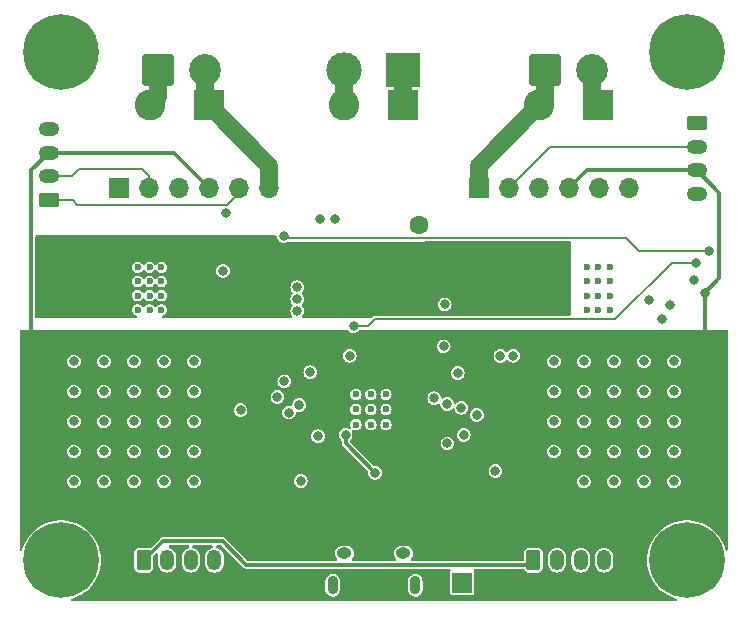
<source format=gbr>
%TF.GenerationSoftware,KiCad,Pcbnew,7.0.8*%
%TF.CreationDate,2024-07-05T14:08:20-04:00*%
%TF.ProjectId,motor-driver,6d6f746f-722d-4647-9269-7665722e6b69,rev?*%
%TF.SameCoordinates,Original*%
%TF.FileFunction,Copper,L3,Inr*%
%TF.FilePolarity,Positive*%
%FSLAX46Y46*%
G04 Gerber Fmt 4.6, Leading zero omitted, Abs format (unit mm)*
G04 Created by KiCad (PCBNEW 7.0.8) date 2024-07-05 14:08:20*
%MOMM*%
%LPD*%
G01*
G04 APERTURE LIST*
G04 Aperture macros list*
%AMRoundRect*
0 Rectangle with rounded corners*
0 $1 Rounding radius*
0 $2 $3 $4 $5 $6 $7 $8 $9 X,Y pos of 4 corners*
0 Add a 4 corners polygon primitive as box body*
4,1,4,$2,$3,$4,$5,$6,$7,$8,$9,$2,$3,0*
0 Add four circle primitives for the rounded corners*
1,1,$1+$1,$2,$3*
1,1,$1+$1,$4,$5*
1,1,$1+$1,$6,$7*
1,1,$1+$1,$8,$9*
0 Add four rect primitives between the rounded corners*
20,1,$1+$1,$2,$3,$4,$5,0*
20,1,$1+$1,$4,$5,$6,$7,0*
20,1,$1+$1,$6,$7,$8,$9,0*
20,1,$1+$1,$8,$9,$2,$3,0*%
G04 Aperture macros list end*
%TA.AperFunction,ComponentPad*%
%ADD10C,0.600000*%
%TD*%
%TA.AperFunction,ComponentPad*%
%ADD11RoundRect,0.250000X-0.625000X0.350000X-0.625000X-0.350000X0.625000X-0.350000X0.625000X0.350000X0*%
%TD*%
%TA.AperFunction,ComponentPad*%
%ADD12O,1.750000X1.200000*%
%TD*%
%TA.AperFunction,ComponentPad*%
%ADD13C,0.800000*%
%TD*%
%TA.AperFunction,ComponentPad*%
%ADD14C,6.400000*%
%TD*%
%TA.AperFunction,ComponentPad*%
%ADD15RoundRect,0.250000X-0.350000X-0.625000X0.350000X-0.625000X0.350000X0.625000X-0.350000X0.625000X0*%
%TD*%
%TA.AperFunction,ComponentPad*%
%ADD16O,1.200000X1.750000*%
%TD*%
%TA.AperFunction,ComponentPad*%
%ADD17R,3.000000X3.000000*%
%TD*%
%TA.AperFunction,ComponentPad*%
%ADD18C,3.000000*%
%TD*%
%TA.AperFunction,ComponentPad*%
%ADD19R,1.700000X1.700000*%
%TD*%
%TA.AperFunction,ComponentPad*%
%ADD20O,1.700000X1.700000*%
%TD*%
%TA.AperFunction,ComponentPad*%
%ADD21RoundRect,0.250001X-1.099999X-1.099999X1.099999X-1.099999X1.099999X1.099999X-1.099999X1.099999X0*%
%TD*%
%TA.AperFunction,ComponentPad*%
%ADD22C,2.700000*%
%TD*%
%TA.AperFunction,ComponentPad*%
%ADD23O,0.890000X1.550000*%
%TD*%
%TA.AperFunction,ComponentPad*%
%ADD24O,1.250000X0.950000*%
%TD*%
%TA.AperFunction,ComponentPad*%
%ADD25R,2.600000X2.600000*%
%TD*%
%TA.AperFunction,ComponentPad*%
%ADD26C,2.600000*%
%TD*%
%TA.AperFunction,ComponentPad*%
%ADD27R,1.600000X1.600000*%
%TD*%
%TA.AperFunction,ComponentPad*%
%ADD28C,1.600000*%
%TD*%
%TA.AperFunction,ComponentPad*%
%ADD29RoundRect,0.250000X0.625000X-0.350000X0.625000X0.350000X-0.625000X0.350000X-0.625000X-0.350000X0*%
%TD*%
%TA.AperFunction,ViaPad*%
%ADD30C,0.800000*%
%TD*%
%TA.AperFunction,Conductor*%
%ADD31C,1.524000*%
%TD*%
%TA.AperFunction,Conductor*%
%ADD32C,0.304800*%
%TD*%
%TA.AperFunction,Conductor*%
%ADD33C,0.203200*%
%TD*%
G04 APERTURE END LIST*
D10*
%TO.N,GND*%
%TO.C,U1*%
X132000000Y-110300000D03*
X132000000Y-109100000D03*
X132000000Y-107900000D03*
X132000000Y-106700000D03*
X131000000Y-110300000D03*
X131000000Y-109100000D03*
X131000000Y-107900000D03*
X131000000Y-106700000D03*
X130000000Y-110300000D03*
X130000000Y-109100000D03*
X130000000Y-107900000D03*
X130000000Y-106700000D03*
%TD*%
D11*
%TO.N,/ENC2_B*%
%TO.C,J9*%
X177350000Y-94500000D03*
D12*
%TO.N,/ENC2_A*%
X177350000Y-96500000D03*
%TO.N,+3V3*%
X177350000Y-98500000D03*
%TO.N,GND*%
X177350000Y-100500000D03*
%TD*%
D13*
%TO.N,GND*%
%TO.C,REF\u002A\u002A*%
X174100000Y-131500000D03*
X174802944Y-129802944D03*
X174802944Y-133197056D03*
X176500000Y-129100000D03*
D14*
X176500000Y-131500000D03*
X176500000Y-131500000D03*
D13*
X176500000Y-133900000D03*
X178197056Y-129802944D03*
X178197056Y-133197056D03*
X178900000Y-131500000D03*
%TD*%
D10*
%TO.N,GND*%
%TO.C,U2*%
X170000000Y-110300000D03*
X170000000Y-109100000D03*
X170000000Y-107900000D03*
X170000000Y-106700000D03*
X169000000Y-110300000D03*
X169000000Y-109100000D03*
X169000000Y-107900000D03*
X169000000Y-106700000D03*
X168000000Y-110300000D03*
X168000000Y-109100000D03*
X168000000Y-107900000D03*
X168000000Y-106700000D03*
%TD*%
D15*
%TO.N,/TX_BUFFERED*%
%TO.C,J6*%
X163500000Y-131500000D03*
D16*
%TO.N,/RX*%
X165500000Y-131500000D03*
%TO.N,Net-(J6-Pin_3)*%
X167500000Y-131500000D03*
%TO.N,GND*%
X169500000Y-131500000D03*
%TD*%
D17*
%TO.N,GND*%
%TO.C,J12*%
X152500000Y-90000000D03*
D18*
%TO.N,VBUS*%
X147500000Y-90000000D03*
%TD*%
D13*
%TO.N,GND*%
%TO.C,REF\u002A\u002A*%
X174100000Y-88500000D03*
X174802944Y-86802944D03*
X174802944Y-90197056D03*
X176500000Y-86100000D03*
D14*
X176500000Y-88500000D03*
X176500000Y-88500000D03*
D13*
X176500000Y-90900000D03*
X178197056Y-86802944D03*
X178197056Y-90197056D03*
X178900000Y-88500000D03*
%TD*%
D19*
%TO.N,/M1B*%
%TO.C,J4*%
X128410000Y-100000000D03*
D20*
%TO.N,/ENC1_A*%
X130950000Y-100000000D03*
%TO.N,GND*%
X133490000Y-100000000D03*
%TO.N,+3V3*%
X136030000Y-100000000D03*
%TO.N,/ENC1_B*%
X138570000Y-100000000D03*
%TO.N,/M1A*%
X141110000Y-100000000D03*
%TD*%
D19*
%TO.N,/M2B*%
%TO.C,J5*%
X158890000Y-100000000D03*
D20*
%TO.N,/ENC2_A*%
X161430000Y-100000000D03*
%TO.N,GND*%
X163970000Y-100000000D03*
%TO.N,+3V3*%
X166510000Y-100000000D03*
%TO.N,/ENC2_B*%
X169050000Y-100000000D03*
%TO.N,/M2A*%
X171590000Y-100000000D03*
%TD*%
D21*
%TO.N,/M2B*%
%TO.C,J11*%
X164500000Y-90000000D03*
D22*
%TO.N,/M2A*%
X168460000Y-90000000D03*
%TD*%
D23*
%TO.N,GND*%
%TO.C,J14*%
X146500000Y-133633000D03*
D24*
X147500000Y-130933000D03*
X152500000Y-130933000D03*
D23*
X153500000Y-133633000D03*
%TD*%
D13*
%TO.N,GND*%
%TO.C,REF\u002A\u002A*%
X121100000Y-131500000D03*
X121802944Y-129802944D03*
X121802944Y-133197056D03*
X123500000Y-129100000D03*
D14*
X123500000Y-131500000D03*
X123500000Y-131500000D03*
D13*
X123500000Y-133900000D03*
X125197056Y-129802944D03*
X125197056Y-133197056D03*
X125900000Y-131500000D03*
%TD*%
D25*
%TO.N,GND*%
%TO.C,J3*%
X152500000Y-93000000D03*
D26*
%TO.N,VBUS*%
X147500000Y-93000000D03*
%TD*%
D19*
%TO.N,/~{USB_BOOT}*%
%TO.C,J13*%
X157475000Y-133400000D03*
%TD*%
D25*
%TO.N,/M2A*%
%TO.C,J2*%
X169000000Y-93000000D03*
D26*
%TO.N,/M2B*%
X164000000Y-93000000D03*
%TD*%
D21*
%TO.N,/M1B*%
%TO.C,J10*%
X131750000Y-90000000D03*
D22*
%TO.N,/M1A*%
X135710000Y-90000000D03*
%TD*%
D13*
%TO.N,GND*%
%TO.C,REF\u002A\u002A*%
X121100000Y-88500000D03*
X121802944Y-86802944D03*
X121802944Y-90197056D03*
X123500000Y-86100000D03*
D14*
X123500000Y-88500000D03*
X123500000Y-88500000D03*
D13*
X123500000Y-90900000D03*
X125197056Y-86802944D03*
X125197056Y-90197056D03*
X125900000Y-88500000D03*
%TD*%
D25*
%TO.N,/M1A*%
%TO.C,J1*%
X136000000Y-93000008D03*
D26*
%TO.N,/M1B*%
X131000000Y-93000008D03*
%TD*%
D27*
%TO.N,VCC*%
%TO.C,C1*%
X153800000Y-106652651D03*
D28*
%TO.N,GND*%
X153800000Y-103152651D03*
%TD*%
D15*
%TO.N,/TX_BUFFERED*%
%TO.C,J7*%
X130500000Y-131500000D03*
D16*
%TO.N,/RX*%
X132500000Y-131500000D03*
%TO.N,Net-(J7-Pin_3)*%
X134500000Y-131500000D03*
%TO.N,GND*%
X136500000Y-131500000D03*
%TD*%
D29*
%TO.N,/ENC1_B*%
%TO.C,J8*%
X122450000Y-101000000D03*
D12*
%TO.N,/ENC1_A*%
X122450000Y-99000000D03*
%TO.N,+3V3*%
X122450000Y-97000000D03*
%TO.N,GND*%
X122450000Y-95000000D03*
%TD*%
D10*
%TO.N,GND*%
%TO.C,U5*%
X151021000Y-120019000D03*
X151021000Y-118744000D03*
X151021000Y-117469000D03*
X149746000Y-120019000D03*
X149746000Y-118744000D03*
X149746000Y-117469000D03*
X148471000Y-120019000D03*
X148471000Y-118744000D03*
X148471000Y-117469000D03*
%TD*%
D30*
%TO.N,VCC*%
X146700000Y-102600000D03*
X145400000Y-102600000D03*
%TO.N,GND*%
X129680000Y-124840000D03*
X134760000Y-119760000D03*
X127140000Y-117220000D03*
X172860000Y-122300000D03*
X124600000Y-114680000D03*
X129680000Y-114680000D03*
X124600000Y-119760000D03*
X127140000Y-124840000D03*
X167780000Y-117220000D03*
X141831300Y-117700000D03*
X134760000Y-124840000D03*
X175400000Y-117220000D03*
X175400000Y-119760000D03*
X172860000Y-114680000D03*
X143805000Y-124800000D03*
X137500000Y-102100000D03*
X132220000Y-114680000D03*
X132220000Y-122300000D03*
X170320000Y-122300000D03*
X167780000Y-119760000D03*
X172860000Y-119760000D03*
X160287000Y-123951000D03*
X170320000Y-114680000D03*
X157100000Y-115666200D03*
X165240000Y-119760000D03*
X167780000Y-122300000D03*
X127140000Y-119760000D03*
X165240000Y-122300000D03*
X167780000Y-114680000D03*
X175400000Y-114680000D03*
X170320000Y-119760000D03*
X124600000Y-122300000D03*
X143500000Y-110400000D03*
X124600000Y-117220000D03*
X124600000Y-124840000D03*
X156223000Y-121622700D03*
X172860000Y-117220000D03*
X170320000Y-117220000D03*
X127140000Y-122300000D03*
X156000000Y-109850000D03*
X165240000Y-117220000D03*
X127140000Y-114680000D03*
X132220000Y-124840000D03*
X175400000Y-122300000D03*
X143500000Y-108400000D03*
X129680000Y-117220000D03*
X143500000Y-109400000D03*
X165240000Y-114680000D03*
X170320000Y-124840000D03*
X167780000Y-124840000D03*
X132220000Y-119760000D03*
X134760000Y-114680000D03*
X134760000Y-122300000D03*
X129680000Y-119760000D03*
X175400000Y-124840000D03*
X129680000Y-122300000D03*
X132220000Y-117220000D03*
X134760000Y-117220000D03*
X172860000Y-124840000D03*
%TO.N,VCC*%
X147968000Y-106480000D03*
X124500000Y-108250000D03*
X122900000Y-107550000D03*
X122400000Y-108250000D03*
X149100000Y-106500000D03*
X124000000Y-107550000D03*
X123400000Y-108250000D03*
X121800000Y-107550000D03*
X163600000Y-108400000D03*
X162600000Y-108400000D03*
%TO.N,+3V3*%
X162200000Y-120800000D03*
X140900000Y-114700000D03*
X146063000Y-122554000D03*
X144893234Y-117357494D03*
X153900000Y-121800000D03*
X178000000Y-108850000D03*
X157112000Y-113410000D03*
X149400000Y-121200000D03*
X149873000Y-116458000D03*
X157112000Y-128015000D03*
X136400000Y-127600000D03*
X140900000Y-112600000D03*
X140900000Y-113700000D03*
X156400000Y-116400000D03*
X145300000Y-123000000D03*
X165000000Y-126200000D03*
X145900000Y-114700000D03*
%TO.N,/M2_DIR*%
X175100000Y-109900000D03*
X157403427Y-118605405D03*
%TO.N,/M2_PWM*%
X174400000Y-111100000D03*
X161800000Y-114200000D03*
%TO.N,/ENC1_A*%
X142400000Y-116367500D03*
%TO.N,/ENC1_B*%
X144600000Y-115600000D03*
%TO.N,/ENC2_B*%
X156200000Y-118277800D03*
%TO.N,/ENC2_A*%
X155100000Y-117800000D03*
%TO.N,/M2_FLAG*%
X177100000Y-107800000D03*
X158714880Y-119214880D03*
%TO.N,+1V1*%
X150100000Y-124100000D03*
X147600000Y-120900000D03*
%TO.N,/RUN*%
X155900000Y-113400000D03*
X147950000Y-114200000D03*
%TO.N,/M2_ENABLE*%
X173300000Y-109503900D03*
X160708943Y-114208943D03*
%TO.N,/M1_SENSE*%
X137221100Y-107000000D03*
X138704247Y-118795753D03*
%TO.N,/VREF*%
X142350000Y-104050000D03*
X178350000Y-105350000D03*
%TO.N,/M2_SENSE*%
X145271788Y-121012617D03*
X148272742Y-111700000D03*
X177300000Y-106300000D03*
%TO.N,/RX*%
X157600000Y-120909200D03*
%TO.N,Net-(JP3-B)*%
X142800000Y-119000000D03*
%TO.N,Net-(JP4-B)*%
X143672146Y-118359241D03*
%TD*%
D31*
%TO.N,GND*%
X152500000Y-90000000D02*
X152500000Y-93000000D01*
D32*
%TO.N,+3V3*%
X177350000Y-98500000D02*
X179225000Y-100375000D01*
X168010000Y-98500000D02*
X177350000Y-98500000D01*
X122450000Y-97000000D02*
X133030000Y-97000000D01*
X121000000Y-98450000D02*
X121000000Y-114000000D01*
X179225000Y-100375000D02*
X179225000Y-107625000D01*
X122450000Y-97000000D02*
X121000000Y-98450000D01*
X179225000Y-107625000D02*
X178000000Y-108850000D01*
X178000000Y-108850000D02*
X178000000Y-117000000D01*
X133030000Y-97000000D02*
X136030000Y-100000000D01*
X166510000Y-100000000D02*
X168010000Y-98500000D01*
D31*
%TO.N,/M1A*%
X141110000Y-98110008D02*
X141110000Y-100000000D01*
X136000000Y-93000008D02*
X141110000Y-98110008D01*
X135710000Y-90000000D02*
X135710000Y-92710008D01*
%TO.N,/M1B*%
X131750000Y-92250008D02*
X131000000Y-93000008D01*
X131750000Y-90000000D02*
X131750000Y-92250008D01*
%TO.N,/M2A*%
X168460000Y-92460000D02*
X169000000Y-93000000D01*
X168460000Y-90000000D02*
X168460000Y-92460000D01*
%TO.N,/M2B*%
X158890000Y-98110000D02*
X158890000Y-100000000D01*
X164500000Y-92500000D02*
X164000000Y-93000000D01*
X164000000Y-93000000D02*
X158890000Y-98110000D01*
X164500000Y-90000000D02*
X164500000Y-92500000D01*
D33*
%TO.N,/ENC1_A*%
X122450000Y-99000000D02*
X124400000Y-99000000D01*
X130400000Y-98400000D02*
X130950000Y-98950000D01*
X124400000Y-99000000D02*
X125000000Y-98400000D01*
X130950000Y-98950000D02*
X130950000Y-100000000D01*
X125000000Y-98400000D02*
X130400000Y-98400000D01*
%TO.N,/ENC1_B*%
X137600000Y-101400000D02*
X138570000Y-100430000D01*
X124900000Y-101400000D02*
X137600000Y-101400000D01*
X122450000Y-101000000D02*
X124500000Y-101000000D01*
X124500000Y-101000000D02*
X124900000Y-101400000D01*
%TO.N,/ENC2_A*%
X164930000Y-96500000D02*
X177350000Y-96500000D01*
X161430000Y-100000000D02*
X164930000Y-96500000D01*
D31*
%TO.N,VBUS*%
X147500000Y-90000000D02*
X147500000Y-93000000D01*
D32*
%TO.N,+1V1*%
X147600000Y-121600000D02*
X150100000Y-124100000D01*
X147600000Y-120900000D02*
X147600000Y-121600000D01*
D33*
%TO.N,/VREF*%
X154249186Y-104254251D02*
X154278437Y-104225000D01*
X154278437Y-104225000D02*
X171300000Y-104225000D01*
X171300000Y-104225000D02*
X172425000Y-105350000D01*
X172425000Y-105350000D02*
X178350000Y-105350000D01*
X142554251Y-104254251D02*
X154249186Y-104254251D01*
X142350000Y-104050000D02*
X142554251Y-104254251D01*
%TO.N,/M2_SENSE*%
X175200000Y-106300000D02*
X177300000Y-106300000D01*
X150112267Y-111076916D02*
X170423084Y-111076916D01*
X149489183Y-111700000D02*
X150112267Y-111076916D01*
X148272742Y-111700000D02*
X149489183Y-111700000D01*
X170423084Y-111076916D02*
X175200000Y-106300000D01*
D32*
%TO.N,/TX_BUFFERED*%
X132100000Y-129900000D02*
X137200000Y-129900000D01*
X130500000Y-131500000D02*
X132100000Y-129900000D01*
X137200000Y-129900000D02*
X139200000Y-131900000D01*
X139200000Y-131900000D02*
X163100000Y-131900000D01*
%TD*%
%TA.AperFunction,Conductor*%
%TO.N,VCC*%
G36*
X141718421Y-104019685D02*
G01*
X141764176Y-104072489D01*
X141774321Y-104107814D01*
X141786585Y-104200966D01*
X141786586Y-104200970D01*
X141844853Y-104341640D01*
X141844856Y-104341646D01*
X141937551Y-104462447D01*
X141937552Y-104462448D01*
X142058353Y-104555143D01*
X142058359Y-104555146D01*
X142112059Y-104577389D01*
X142199033Y-104613415D01*
X142274516Y-104623352D01*
X142349999Y-104633290D01*
X142350000Y-104633290D01*
X142350001Y-104633290D01*
X142400322Y-104626665D01*
X142500967Y-104613415D01*
X142641645Y-104555144D01*
X142641649Y-104555140D01*
X142648680Y-104551082D01*
X142650396Y-104554054D01*
X142700805Y-104534579D01*
X142711096Y-104534151D01*
X154190355Y-104534151D01*
X154198931Y-104534746D01*
X154209841Y-104536267D01*
X154209846Y-104536269D01*
X154248275Y-104534492D01*
X154254232Y-104534217D01*
X154257095Y-104534151D01*
X154275113Y-104534151D01*
X154275121Y-104534151D01*
X154277286Y-104533745D01*
X154285808Y-104532756D01*
X154314379Y-104531436D01*
X154319378Y-104529228D01*
X154346682Y-104520774D01*
X154352049Y-104519771D01*
X154352050Y-104519770D01*
X154352052Y-104519770D01*
X154362766Y-104515620D01*
X154363849Y-104518416D01*
X154411348Y-104504900D01*
X166576000Y-104504900D01*
X166643039Y-104524585D01*
X166688794Y-104577389D01*
X166700000Y-104628900D01*
X166700000Y-110673016D01*
X166680315Y-110740055D01*
X166627511Y-110785810D01*
X166576000Y-110797016D01*
X150171098Y-110797016D01*
X150162522Y-110796421D01*
X150151607Y-110794898D01*
X150107221Y-110796950D01*
X150104358Y-110797016D01*
X150086332Y-110797016D01*
X150086314Y-110797017D01*
X150084146Y-110797422D01*
X150075636Y-110798408D01*
X150047075Y-110799729D01*
X150047073Y-110799730D01*
X150042064Y-110801942D01*
X150014784Y-110810389D01*
X150009406Y-110811394D01*
X150009404Y-110811395D01*
X149985100Y-110826443D01*
X149977497Y-110830451D01*
X149951346Y-110841998D01*
X149947474Y-110845870D01*
X149925079Y-110863608D01*
X149920434Y-110866483D01*
X149920432Y-110866485D01*
X149903207Y-110889294D01*
X149897566Y-110895776D01*
X149865832Y-110927511D01*
X149829661Y-110963681D01*
X149768340Y-110997166D01*
X149741981Y-111000000D01*
X144019981Y-111000000D01*
X143952942Y-110980315D01*
X143907187Y-110927511D01*
X143897243Y-110858353D01*
X143921606Y-110800513D01*
X143923221Y-110798408D01*
X144005144Y-110691645D01*
X144063415Y-110550967D01*
X144083290Y-110400000D01*
X144063415Y-110249033D01*
X144005144Y-110108355D01*
X143975105Y-110069208D01*
X143907500Y-109981103D01*
X143908548Y-109980298D01*
X143879094Y-109926369D01*
X143884072Y-109856677D01*
X143888362Y-109850001D01*
X155416710Y-109850001D01*
X155436584Y-110000965D01*
X155436586Y-110000970D01*
X155494853Y-110141640D01*
X155494856Y-110141646D01*
X155587551Y-110262447D01*
X155587552Y-110262448D01*
X155708353Y-110355143D01*
X155708359Y-110355146D01*
X155778694Y-110384279D01*
X155849033Y-110413415D01*
X155924516Y-110423352D01*
X155999999Y-110433290D01*
X156000000Y-110433290D01*
X156000001Y-110433290D01*
X156050322Y-110426665D01*
X156150967Y-110413415D01*
X156291645Y-110355144D01*
X156412448Y-110262448D01*
X156505144Y-110141645D01*
X156563415Y-110000967D01*
X156583290Y-109850000D01*
X156563415Y-109699033D01*
X156533011Y-109625632D01*
X156505146Y-109558359D01*
X156505143Y-109558353D01*
X156412448Y-109437552D01*
X156412447Y-109437551D01*
X156291646Y-109344856D01*
X156291640Y-109344853D01*
X156150970Y-109286586D01*
X156150965Y-109286584D01*
X156000001Y-109266710D01*
X155999999Y-109266710D01*
X155849034Y-109286584D01*
X155849029Y-109286586D01*
X155708359Y-109344853D01*
X155708353Y-109344856D01*
X155587552Y-109437551D01*
X155587551Y-109437552D01*
X155494856Y-109558353D01*
X155494853Y-109558359D01*
X155436586Y-109699029D01*
X155436584Y-109699034D01*
X155416710Y-109849998D01*
X155416710Y-109850001D01*
X143888362Y-109850001D01*
X143908070Y-109819335D01*
X143907500Y-109818897D01*
X143941670Y-109774366D01*
X144005144Y-109691645D01*
X144063415Y-109550967D01*
X144083290Y-109400000D01*
X144063415Y-109249033D01*
X144005144Y-109108355D01*
X143912448Y-108987552D01*
X143912449Y-108987552D01*
X143907500Y-108981103D01*
X143908548Y-108980298D01*
X143879094Y-108926369D01*
X143884072Y-108856677D01*
X143908070Y-108819335D01*
X143907500Y-108818897D01*
X143972022Y-108734810D01*
X144005144Y-108691645D01*
X144063415Y-108550967D01*
X144083290Y-108400000D01*
X144081185Y-108384014D01*
X144063415Y-108249034D01*
X144063413Y-108249029D01*
X144005146Y-108108359D01*
X144005143Y-108108353D01*
X143912448Y-107987552D01*
X143912447Y-107987551D01*
X143791646Y-107894856D01*
X143791640Y-107894853D01*
X143650970Y-107836586D01*
X143650965Y-107836584D01*
X143500001Y-107816710D01*
X143499999Y-107816710D01*
X143349034Y-107836584D01*
X143349029Y-107836586D01*
X143208359Y-107894853D01*
X143208353Y-107894856D01*
X143087552Y-107987551D01*
X143087551Y-107987552D01*
X142994856Y-108108353D01*
X142994853Y-108108359D01*
X142936586Y-108249029D01*
X142936584Y-108249034D01*
X142916710Y-108399998D01*
X142916710Y-108400001D01*
X142936584Y-108550965D01*
X142936586Y-108550970D01*
X142994853Y-108691640D01*
X142994856Y-108691646D01*
X143092499Y-108818895D01*
X143091453Y-108819697D01*
X143120910Y-108873653D01*
X143115919Y-108943344D01*
X143091931Y-108980669D01*
X143092499Y-108981105D01*
X142994856Y-109108353D01*
X142994853Y-109108359D01*
X142936586Y-109249029D01*
X142936584Y-109249034D01*
X142916710Y-109399998D01*
X142916710Y-109400001D01*
X142936584Y-109550965D01*
X142936586Y-109550970D01*
X142994853Y-109691640D01*
X142994856Y-109691646D01*
X143092499Y-109818895D01*
X143091453Y-109819697D01*
X143120910Y-109873653D01*
X143115919Y-109943344D01*
X143091931Y-109980669D01*
X143092499Y-109981105D01*
X142994856Y-110108353D01*
X142994853Y-110108359D01*
X142936586Y-110249029D01*
X142936584Y-110249034D01*
X142916710Y-110399998D01*
X142916710Y-110400001D01*
X142936584Y-110550965D01*
X142936586Y-110550970D01*
X142994853Y-110691640D01*
X142994856Y-110691646D01*
X143061349Y-110778300D01*
X143076627Y-110798211D01*
X143078394Y-110800513D01*
X143103589Y-110865682D01*
X143089551Y-110934127D01*
X143040737Y-110984117D01*
X142980019Y-111000000D01*
X132176168Y-111000000D01*
X132109129Y-110980315D01*
X132063374Y-110927511D01*
X132053430Y-110858353D01*
X132082455Y-110794797D01*
X132141233Y-110757023D01*
X132163297Y-110750543D01*
X132200736Y-110739551D01*
X132316440Y-110665192D01*
X132406509Y-110561247D01*
X132463644Y-110436138D01*
X132483218Y-110300000D01*
X132463644Y-110163862D01*
X132463643Y-110163859D01*
X132406511Y-110038756D01*
X132406509Y-110038754D01*
X132406509Y-110038753D01*
X132316440Y-109934808D01*
X132200736Y-109860449D01*
X132200735Y-109860448D01*
X132200734Y-109860448D01*
X132060259Y-109819201D01*
X132061203Y-109815984D01*
X132012441Y-109793721D01*
X132000000Y-109774366D01*
X131987567Y-109793713D01*
X131938796Y-109815985D01*
X131939741Y-109819201D01*
X131799265Y-109860448D01*
X131778718Y-109873653D01*
X131683560Y-109934808D01*
X131683558Y-109934809D01*
X131683558Y-109934810D01*
X131593713Y-110038497D01*
X131534934Y-110076271D01*
X131465065Y-110076271D01*
X131406287Y-110038497D01*
X131316440Y-109934808D01*
X131200736Y-109860449D01*
X131200735Y-109860448D01*
X131200734Y-109860448D01*
X131060259Y-109819201D01*
X131061203Y-109815984D01*
X131012441Y-109793721D01*
X131000000Y-109774366D01*
X130987567Y-109793713D01*
X130938796Y-109815985D01*
X130939741Y-109819201D01*
X130799265Y-109860448D01*
X130778718Y-109873653D01*
X130683560Y-109934808D01*
X130683558Y-109934809D01*
X130683558Y-109934810D01*
X130593713Y-110038497D01*
X130534934Y-110076271D01*
X130465065Y-110076271D01*
X130406287Y-110038497D01*
X130316440Y-109934808D01*
X130200736Y-109860449D01*
X130200735Y-109860448D01*
X130200734Y-109860448D01*
X130060259Y-109819201D01*
X130061203Y-109815984D01*
X130012441Y-109793721D01*
X130000000Y-109774366D01*
X129987567Y-109793713D01*
X129938796Y-109815985D01*
X129939741Y-109819201D01*
X129799265Y-109860448D01*
X129778718Y-109873653D01*
X129683560Y-109934808D01*
X129683558Y-109934809D01*
X129683558Y-109934810D01*
X129593491Y-110038753D01*
X129593488Y-110038756D01*
X129536356Y-110163859D01*
X129536356Y-110163860D01*
X129516782Y-110300000D01*
X129536356Y-110436139D01*
X129536356Y-110436140D01*
X129593488Y-110561243D01*
X129593490Y-110561245D01*
X129593491Y-110561247D01*
X129683560Y-110665192D01*
X129799264Y-110739551D01*
X129826574Y-110747570D01*
X129858767Y-110757023D01*
X129917545Y-110794797D01*
X129946570Y-110858353D01*
X129936626Y-110927511D01*
X129890872Y-110980315D01*
X129823832Y-111000000D01*
X121454700Y-111000000D01*
X121387661Y-110980315D01*
X121341906Y-110927511D01*
X121330700Y-110876000D01*
X121330700Y-109100000D01*
X129516782Y-109100000D01*
X129536356Y-109236139D01*
X129536356Y-109236140D01*
X129593488Y-109361243D01*
X129593490Y-109361245D01*
X129593491Y-109361247D01*
X129683560Y-109465192D01*
X129799264Y-109539551D01*
X129838154Y-109550970D01*
X129939741Y-109580799D01*
X129938796Y-109584014D01*
X129987566Y-109606287D01*
X129999998Y-109625632D01*
X130012423Y-109606295D01*
X130061202Y-109584012D01*
X130060259Y-109580799D01*
X130100895Y-109568866D01*
X130200736Y-109539551D01*
X130316440Y-109465192D01*
X130406289Y-109361500D01*
X130465065Y-109323728D01*
X130534935Y-109323728D01*
X130593710Y-109361500D01*
X130683560Y-109465192D01*
X130799264Y-109539551D01*
X130838154Y-109550970D01*
X130939741Y-109580799D01*
X130938796Y-109584014D01*
X130987566Y-109606287D01*
X130999998Y-109625632D01*
X131012423Y-109606295D01*
X131061202Y-109584012D01*
X131060259Y-109580799D01*
X131100895Y-109568866D01*
X131200736Y-109539551D01*
X131316440Y-109465192D01*
X131406289Y-109361500D01*
X131465065Y-109323728D01*
X131534935Y-109323728D01*
X131593710Y-109361500D01*
X131683560Y-109465192D01*
X131799264Y-109539551D01*
X131838154Y-109550970D01*
X131939741Y-109580799D01*
X131938796Y-109584014D01*
X131987566Y-109606287D01*
X131999998Y-109625632D01*
X132012423Y-109606295D01*
X132061202Y-109584012D01*
X132060259Y-109580799D01*
X132100895Y-109568866D01*
X132200736Y-109539551D01*
X132316440Y-109465192D01*
X132406509Y-109361247D01*
X132413995Y-109344856D01*
X132463643Y-109236140D01*
X132463644Y-109236138D01*
X132483218Y-109100000D01*
X132463644Y-108963862D01*
X132446522Y-108926369D01*
X132406511Y-108838756D01*
X132406509Y-108838754D01*
X132406509Y-108838753D01*
X132316440Y-108734808D01*
X132200736Y-108660449D01*
X132200735Y-108660448D01*
X132200734Y-108660448D01*
X132060259Y-108619201D01*
X132061203Y-108615984D01*
X132012441Y-108593721D01*
X132000000Y-108574366D01*
X131987567Y-108593713D01*
X131938796Y-108615985D01*
X131939741Y-108619201D01*
X131799265Y-108660448D01*
X131750730Y-108691640D01*
X131683560Y-108734808D01*
X131616285Y-108812448D01*
X131593713Y-108838497D01*
X131534934Y-108876271D01*
X131465065Y-108876271D01*
X131406287Y-108838497D01*
X131389683Y-108819335D01*
X131316440Y-108734808D01*
X131200736Y-108660449D01*
X131200735Y-108660448D01*
X131200734Y-108660448D01*
X131060259Y-108619201D01*
X131061203Y-108615984D01*
X131012441Y-108593721D01*
X131000000Y-108574366D01*
X130987567Y-108593713D01*
X130938796Y-108615985D01*
X130939741Y-108619201D01*
X130799265Y-108660448D01*
X130750730Y-108691640D01*
X130683560Y-108734808D01*
X130616285Y-108812448D01*
X130593713Y-108838497D01*
X130534934Y-108876271D01*
X130465065Y-108876271D01*
X130406287Y-108838497D01*
X130389683Y-108819335D01*
X130316440Y-108734808D01*
X130200736Y-108660449D01*
X130200735Y-108660448D01*
X130200734Y-108660448D01*
X130060259Y-108619201D01*
X130061203Y-108615984D01*
X130012441Y-108593721D01*
X130000000Y-108574366D01*
X129987567Y-108593713D01*
X129938796Y-108615985D01*
X129939741Y-108619201D01*
X129799265Y-108660448D01*
X129750730Y-108691640D01*
X129683560Y-108734808D01*
X129683558Y-108734809D01*
X129683558Y-108734810D01*
X129593491Y-108838753D01*
X129593488Y-108838756D01*
X129536356Y-108963859D01*
X129536356Y-108963860D01*
X129516782Y-109100000D01*
X121330700Y-109100000D01*
X121330700Y-107900000D01*
X129516782Y-107900000D01*
X129536356Y-108036139D01*
X129536356Y-108036140D01*
X129593488Y-108161243D01*
X129593490Y-108161245D01*
X129593491Y-108161247D01*
X129683560Y-108265192D01*
X129799264Y-108339551D01*
X129876703Y-108362289D01*
X129939741Y-108380799D01*
X129938796Y-108384014D01*
X129987566Y-108406287D01*
X129999998Y-108425632D01*
X130012423Y-108406295D01*
X130061202Y-108384012D01*
X130060259Y-108380799D01*
X130100895Y-108368866D01*
X130200736Y-108339551D01*
X130316440Y-108265192D01*
X130406289Y-108161500D01*
X130465065Y-108123728D01*
X130534935Y-108123728D01*
X130593710Y-108161500D01*
X130683560Y-108265192D01*
X130799264Y-108339551D01*
X130876703Y-108362289D01*
X130939741Y-108380799D01*
X130938796Y-108384014D01*
X130987566Y-108406287D01*
X130999998Y-108425632D01*
X131012423Y-108406295D01*
X131061202Y-108384012D01*
X131060259Y-108380799D01*
X131100895Y-108368866D01*
X131200736Y-108339551D01*
X131316440Y-108265192D01*
X131406289Y-108161500D01*
X131465065Y-108123728D01*
X131534935Y-108123728D01*
X131593710Y-108161500D01*
X131683560Y-108265192D01*
X131799264Y-108339551D01*
X131876703Y-108362289D01*
X131939741Y-108380799D01*
X131938796Y-108384014D01*
X131987566Y-108406287D01*
X131999998Y-108425632D01*
X132012423Y-108406295D01*
X132061202Y-108384012D01*
X132060259Y-108380799D01*
X132100895Y-108368866D01*
X132200736Y-108339551D01*
X132316440Y-108265192D01*
X132406509Y-108161247D01*
X132463644Y-108036138D01*
X132483218Y-107900000D01*
X132463644Y-107763862D01*
X132423643Y-107676271D01*
X132406511Y-107638756D01*
X132406509Y-107638754D01*
X132406509Y-107638753D01*
X132316440Y-107534808D01*
X132200736Y-107460449D01*
X132200735Y-107460448D01*
X132200734Y-107460448D01*
X132060259Y-107419201D01*
X132061203Y-107415984D01*
X132012441Y-107393721D01*
X132000000Y-107374366D01*
X131987567Y-107393713D01*
X131938796Y-107415985D01*
X131939741Y-107419201D01*
X131799265Y-107460448D01*
X131734931Y-107501793D01*
X131683560Y-107534808D01*
X131683558Y-107534809D01*
X131683558Y-107534810D01*
X131593713Y-107638497D01*
X131534934Y-107676271D01*
X131465065Y-107676271D01*
X131406287Y-107638497D01*
X131316440Y-107534808D01*
X131200736Y-107460449D01*
X131200735Y-107460448D01*
X131200734Y-107460448D01*
X131060259Y-107419201D01*
X131061203Y-107415984D01*
X131012441Y-107393721D01*
X131000000Y-107374366D01*
X130987567Y-107393713D01*
X130938796Y-107415985D01*
X130939741Y-107419201D01*
X130799265Y-107460448D01*
X130734931Y-107501793D01*
X130683560Y-107534808D01*
X130683558Y-107534809D01*
X130683558Y-107534810D01*
X130593713Y-107638497D01*
X130534934Y-107676271D01*
X130465065Y-107676271D01*
X130406287Y-107638497D01*
X130316440Y-107534808D01*
X130200736Y-107460449D01*
X130200735Y-107460448D01*
X130200734Y-107460448D01*
X130060259Y-107419201D01*
X130061203Y-107415984D01*
X130012441Y-107393721D01*
X130000000Y-107374366D01*
X129987567Y-107393713D01*
X129938796Y-107415985D01*
X129939741Y-107419201D01*
X129799265Y-107460448D01*
X129734931Y-107501793D01*
X129683560Y-107534808D01*
X129683558Y-107534809D01*
X129683558Y-107534810D01*
X129593491Y-107638753D01*
X129593488Y-107638756D01*
X129536356Y-107763859D01*
X129536356Y-107763860D01*
X129516782Y-107900000D01*
X121330700Y-107900000D01*
X121330700Y-106700000D01*
X129516782Y-106700000D01*
X129536356Y-106836139D01*
X129536356Y-106836140D01*
X129593488Y-106961243D01*
X129593490Y-106961245D01*
X129593491Y-106961247D01*
X129683560Y-107065192D01*
X129799264Y-107139551D01*
X129838154Y-107150970D01*
X129939741Y-107180799D01*
X129938796Y-107184014D01*
X129987566Y-107206287D01*
X129999998Y-107225632D01*
X130012423Y-107206295D01*
X130061202Y-107184012D01*
X130060259Y-107180799D01*
X130100895Y-107168866D01*
X130200736Y-107139551D01*
X130316440Y-107065192D01*
X130406289Y-106961500D01*
X130465065Y-106923728D01*
X130534935Y-106923728D01*
X130593710Y-106961500D01*
X130683560Y-107065192D01*
X130799264Y-107139551D01*
X130838154Y-107150970D01*
X130939741Y-107180799D01*
X130938796Y-107184014D01*
X130987566Y-107206287D01*
X130999998Y-107225632D01*
X131012423Y-107206295D01*
X131061202Y-107184012D01*
X131060259Y-107180799D01*
X131100895Y-107168866D01*
X131200736Y-107139551D01*
X131316440Y-107065192D01*
X131406289Y-106961500D01*
X131465065Y-106923728D01*
X131534935Y-106923728D01*
X131593710Y-106961500D01*
X131683560Y-107065192D01*
X131799264Y-107139551D01*
X131838154Y-107150970D01*
X131939741Y-107180799D01*
X131938796Y-107184014D01*
X131987566Y-107206287D01*
X131999998Y-107225632D01*
X132012423Y-107206295D01*
X132061202Y-107184012D01*
X132060259Y-107180799D01*
X132100895Y-107168866D01*
X132200736Y-107139551D01*
X132316440Y-107065192D01*
X132372928Y-107000001D01*
X136637810Y-107000001D01*
X136657684Y-107150965D01*
X136657686Y-107150970D01*
X136715953Y-107291640D01*
X136715956Y-107291646D01*
X136808651Y-107412447D01*
X136808652Y-107412448D01*
X136929453Y-107505143D01*
X136929459Y-107505146D01*
X136999794Y-107534279D01*
X137070133Y-107563415D01*
X137145616Y-107573352D01*
X137221099Y-107583290D01*
X137221100Y-107583290D01*
X137221101Y-107583290D01*
X137271422Y-107576665D01*
X137372067Y-107563415D01*
X137512745Y-107505144D01*
X137633548Y-107412448D01*
X137726244Y-107291645D01*
X137784515Y-107150967D01*
X137804390Y-107000000D01*
X137784515Y-106849033D01*
X137726244Y-106708355D01*
X137726243Y-106708353D01*
X137633548Y-106587552D01*
X137633547Y-106587551D01*
X137512746Y-106494856D01*
X137512740Y-106494853D01*
X137372070Y-106436586D01*
X137372065Y-106436584D01*
X137221101Y-106416710D01*
X137221099Y-106416710D01*
X137070134Y-106436584D01*
X137070129Y-106436586D01*
X136929459Y-106494853D01*
X136929453Y-106494856D01*
X136808652Y-106587551D01*
X136808651Y-106587552D01*
X136715956Y-106708353D01*
X136715953Y-106708359D01*
X136657686Y-106849029D01*
X136657684Y-106849034D01*
X136637810Y-106999998D01*
X136637810Y-107000001D01*
X132372928Y-107000001D01*
X132406509Y-106961247D01*
X132463644Y-106836138D01*
X132483218Y-106700000D01*
X132463644Y-106563862D01*
X132463643Y-106563859D01*
X132406511Y-106438756D01*
X132406509Y-106438754D01*
X132406509Y-106438753D01*
X132316440Y-106334808D01*
X132200736Y-106260449D01*
X132200735Y-106260448D01*
X132200734Y-106260448D01*
X132068770Y-106221700D01*
X132068769Y-106221700D01*
X131931231Y-106221700D01*
X131931230Y-106221700D01*
X131799265Y-106260448D01*
X131734931Y-106301793D01*
X131683560Y-106334808D01*
X131595371Y-106436584D01*
X131593713Y-106438497D01*
X131534934Y-106476271D01*
X131465065Y-106476271D01*
X131406287Y-106438497D01*
X131404630Y-106436585D01*
X131316440Y-106334808D01*
X131200736Y-106260449D01*
X131200735Y-106260448D01*
X131200734Y-106260448D01*
X131068770Y-106221700D01*
X131068769Y-106221700D01*
X130931231Y-106221700D01*
X130931230Y-106221700D01*
X130799265Y-106260448D01*
X130734931Y-106301793D01*
X130683560Y-106334808D01*
X130595371Y-106436584D01*
X130593713Y-106438497D01*
X130534934Y-106476271D01*
X130465065Y-106476271D01*
X130406287Y-106438497D01*
X130404630Y-106436585D01*
X130316440Y-106334808D01*
X130200736Y-106260449D01*
X130200735Y-106260448D01*
X130200734Y-106260448D01*
X130068770Y-106221700D01*
X130068769Y-106221700D01*
X129931231Y-106221700D01*
X129931230Y-106221700D01*
X129799265Y-106260448D01*
X129734931Y-106301793D01*
X129683560Y-106334808D01*
X129683558Y-106334809D01*
X129683558Y-106334810D01*
X129593491Y-106438753D01*
X129593488Y-106438756D01*
X129536356Y-106563859D01*
X129536356Y-106563860D01*
X129516782Y-106700000D01*
X121330700Y-106700000D01*
X121330700Y-104124000D01*
X121350385Y-104056961D01*
X121403189Y-104011206D01*
X121454700Y-104000000D01*
X141651382Y-104000000D01*
X141718421Y-104019685D01*
G37*
%TD.AperFunction*%
%TD*%
%TA.AperFunction,Conductor*%
%TO.N,+3V3*%
G36*
X147779898Y-112019685D02*
G01*
X147811234Y-112048513D01*
X147860293Y-112112447D01*
X147860294Y-112112448D01*
X147981095Y-112205143D01*
X147981101Y-112205146D01*
X148051436Y-112234279D01*
X148121775Y-112263415D01*
X148197258Y-112273352D01*
X148272741Y-112283290D01*
X148272742Y-112283290D01*
X148272743Y-112283290D01*
X148323064Y-112276665D01*
X148423709Y-112263415D01*
X148564387Y-112205144D01*
X148685190Y-112112448D01*
X148727767Y-112056961D01*
X148734250Y-112048513D01*
X148790678Y-112007310D01*
X148832625Y-112000000D01*
X179875500Y-112000000D01*
X179942539Y-112019685D01*
X179988294Y-112072489D01*
X179999500Y-112124000D01*
X179999500Y-130566127D01*
X179979815Y-130633166D01*
X179927011Y-130678921D01*
X179857853Y-130688865D01*
X179794297Y-130659840D01*
X179756523Y-130601062D01*
X179756020Y-130599300D01*
X179706162Y-130419729D01*
X179706160Y-130419722D01*
X179570569Y-130079414D01*
X179570560Y-130079396D01*
X179398971Y-129755745D01*
X179193391Y-129452537D01*
X179193387Y-129452532D01*
X179193384Y-129452528D01*
X178956233Y-129173333D01*
X178690277Y-128921406D01*
X178398643Y-128699711D01*
X178398639Y-128699708D01*
X178398633Y-128699704D01*
X178398628Y-128699700D01*
X178084752Y-128510849D01*
X178084739Y-128510842D01*
X177752284Y-128357031D01*
X177752279Y-128357030D01*
X177752276Y-128357029D01*
X177752274Y-128357028D01*
X177641619Y-128319744D01*
X177405120Y-128240058D01*
X177047348Y-128161306D01*
X176683169Y-128121700D01*
X176683166Y-128121700D01*
X176316834Y-128121700D01*
X176316830Y-128121700D01*
X175952651Y-128161306D01*
X175594879Y-128240058D01*
X175247720Y-128357030D01*
X175247715Y-128357031D01*
X174915260Y-128510842D01*
X174915247Y-128510849D01*
X174601371Y-128699700D01*
X174601366Y-128699704D01*
X174309723Y-128921405D01*
X174309723Y-128921406D01*
X174043766Y-129173333D01*
X173806615Y-129452528D01*
X173806608Y-129452538D01*
X173601028Y-129755745D01*
X173429439Y-130079396D01*
X173429430Y-130079414D01*
X173293839Y-130419722D01*
X173293837Y-130419729D01*
X173195840Y-130772685D01*
X173195834Y-130772711D01*
X173136572Y-131134190D01*
X173136571Y-131134203D01*
X173136571Y-131134205D01*
X173134019Y-131181282D01*
X173120661Y-131427653D01*
X173116738Y-131500000D01*
X173134018Y-131818717D01*
X173136571Y-131865792D01*
X173136572Y-131865809D01*
X173195834Y-132227288D01*
X173195840Y-132227314D01*
X173293837Y-132580270D01*
X173293839Y-132580277D01*
X173429430Y-132920585D01*
X173429439Y-132920603D01*
X173601028Y-133244254D01*
X173806608Y-133547461D01*
X173806615Y-133547471D01*
X173953213Y-133720059D01*
X174043767Y-133826667D01*
X174309723Y-134078594D01*
X174601357Y-134300289D01*
X174601362Y-134300292D01*
X174601366Y-134300295D01*
X174601371Y-134300299D01*
X174915247Y-134489150D01*
X174915252Y-134489153D01*
X174915256Y-134489154D01*
X174915260Y-134489157D01*
X175247715Y-134642968D01*
X175247719Y-134642968D01*
X175247726Y-134642972D01*
X175467092Y-134716885D01*
X175589090Y-134757991D01*
X175646335Y-134798051D01*
X175672835Y-134862700D01*
X175660175Y-134931414D01*
X175612376Y-134982375D01*
X175549497Y-134999500D01*
X124450503Y-134999500D01*
X124383464Y-134979815D01*
X124337709Y-134927011D01*
X124327765Y-134857853D01*
X124356790Y-134794297D01*
X124410910Y-134757991D01*
X124510799Y-134724333D01*
X124752274Y-134642972D01*
X124752281Y-134642968D01*
X124752284Y-134642968D01*
X125084739Y-134489157D01*
X125084748Y-134489153D01*
X125216754Y-134409728D01*
X125398628Y-134300299D01*
X125398633Y-134300295D01*
X125398632Y-134300295D01*
X125398643Y-134300289D01*
X125690277Y-134078594D01*
X125770901Y-134002223D01*
X145876700Y-134002223D01*
X145891484Y-134119239D01*
X145891485Y-134119245D01*
X145949455Y-134265660D01*
X145949457Y-134265664D01*
X146042023Y-134393069D01*
X146042024Y-134393070D01*
X146042025Y-134393071D01*
X146042026Y-134393072D01*
X146163363Y-134493451D01*
X146163364Y-134493451D01*
X146163365Y-134493452D01*
X146305859Y-134560505D01*
X146460552Y-134590014D01*
X146617723Y-134580126D01*
X146767498Y-134531461D01*
X146900464Y-134447078D01*
X147008268Y-134332278D01*
X147084136Y-134194276D01*
X147123300Y-134041741D01*
X147123300Y-134002223D01*
X152876700Y-134002223D01*
X152891484Y-134119239D01*
X152891485Y-134119245D01*
X152949455Y-134265660D01*
X152949457Y-134265664D01*
X153042023Y-134393069D01*
X153042024Y-134393070D01*
X153042025Y-134393071D01*
X153042026Y-134393072D01*
X153163363Y-134493451D01*
X153163364Y-134493451D01*
X153163365Y-134493452D01*
X153305859Y-134560505D01*
X153460552Y-134590014D01*
X153617723Y-134580126D01*
X153767498Y-134531461D01*
X153900464Y-134447078D01*
X154008268Y-134332278D01*
X154084136Y-134194276D01*
X154123300Y-134041741D01*
X154123300Y-133263786D01*
X154108516Y-133146760D01*
X154050543Y-133000336D01*
X153957977Y-132872931D01*
X153957974Y-132872929D01*
X153957974Y-132872928D01*
X153957973Y-132872927D01*
X153836636Y-132772548D01*
X153694139Y-132705494D01*
X153624884Y-132692283D01*
X153539448Y-132675986D01*
X153539444Y-132675986D01*
X153382277Y-132685874D01*
X153382274Y-132685874D01*
X153232499Y-132734540D01*
X153232497Y-132734541D01*
X153099535Y-132818922D01*
X152991734Y-132933718D01*
X152915864Y-133071724D01*
X152915862Y-133071730D01*
X152876700Y-133224255D01*
X152876700Y-134002223D01*
X147123300Y-134002223D01*
X147123300Y-133263786D01*
X147108516Y-133146760D01*
X147050543Y-133000336D01*
X146957977Y-132872931D01*
X146957974Y-132872929D01*
X146957974Y-132872928D01*
X146957973Y-132872927D01*
X146836636Y-132772548D01*
X146694139Y-132705494D01*
X146624884Y-132692283D01*
X146539448Y-132675986D01*
X146539444Y-132675986D01*
X146382277Y-132685874D01*
X146382274Y-132685874D01*
X146232499Y-132734540D01*
X146232497Y-132734541D01*
X146099535Y-132818922D01*
X145991734Y-132933718D01*
X145915864Y-133071724D01*
X145915862Y-133071730D01*
X145876700Y-133224255D01*
X145876700Y-134002223D01*
X125770901Y-134002223D01*
X125956233Y-133826667D01*
X126193391Y-133547463D01*
X126398972Y-133244254D01*
X126570565Y-132920595D01*
X126706159Y-132580281D01*
X126804163Y-132227301D01*
X126812477Y-132176590D01*
X129721700Y-132176590D01*
X129724412Y-132205520D01*
X129724412Y-132205522D01*
X129724413Y-132205525D01*
X129767056Y-132327392D01*
X129843725Y-132431275D01*
X129947608Y-132507944D01*
X129970205Y-132515851D01*
X130069467Y-132550585D01*
X130069471Y-132550585D01*
X130069475Y-132550587D01*
X130098407Y-132553300D01*
X130901592Y-132553299D01*
X130930525Y-132550587D01*
X131052392Y-132507944D01*
X131156275Y-132431275D01*
X131232944Y-132327392D01*
X131265440Y-132234523D01*
X131275585Y-132205532D01*
X131275585Y-132205529D01*
X131275587Y-132205525D01*
X131278300Y-132176593D01*
X131278299Y-131240741D01*
X131297983Y-131173703D01*
X131314613Y-131153066D01*
X131526540Y-130941139D01*
X131587861Y-130907656D01*
X131657553Y-130912640D01*
X131713486Y-130954512D01*
X131737903Y-131019976D01*
X131736095Y-131043671D01*
X131737191Y-131043795D01*
X131721700Y-131181282D01*
X131721700Y-131818717D01*
X131736410Y-131949278D01*
X131794338Y-132114828D01*
X131869548Y-132234524D01*
X131887650Y-132263333D01*
X132011667Y-132387350D01*
X132160171Y-132480661D01*
X132325716Y-132538588D01*
X132325719Y-132538588D01*
X132325721Y-132538589D01*
X132499996Y-132558225D01*
X132500000Y-132558225D01*
X132500004Y-132558225D01*
X132674278Y-132538589D01*
X132674279Y-132538588D01*
X132674284Y-132538588D01*
X132839829Y-132480661D01*
X132988333Y-132387350D01*
X133112350Y-132263333D01*
X133205661Y-132114829D01*
X133263588Y-131949284D01*
X133278300Y-131818711D01*
X133278300Y-131181289D01*
X133272993Y-131134190D01*
X133263589Y-131050721D01*
X133263588Y-131050719D01*
X133263588Y-131050716D01*
X133205661Y-130885171D01*
X133112350Y-130736667D01*
X132988333Y-130612650D01*
X132918427Y-130568725D01*
X132839828Y-130519338D01*
X132752874Y-130488912D01*
X132703802Y-130471741D01*
X132647028Y-130431020D01*
X132621280Y-130366068D01*
X132634736Y-130297506D01*
X132683123Y-130247103D01*
X132744758Y-130230700D01*
X134255242Y-130230700D01*
X134322281Y-130250385D01*
X134368036Y-130303189D01*
X134377980Y-130372347D01*
X134348955Y-130435903D01*
X134296197Y-130471741D01*
X134253858Y-130486556D01*
X134160171Y-130519338D01*
X134011666Y-130612650D01*
X133887650Y-130736666D01*
X133794338Y-130885171D01*
X133736410Y-131050721D01*
X133721700Y-131181282D01*
X133721700Y-131818717D01*
X133736410Y-131949278D01*
X133794338Y-132114828D01*
X133869548Y-132234524D01*
X133887650Y-132263333D01*
X134011667Y-132387350D01*
X134160171Y-132480661D01*
X134325716Y-132538588D01*
X134325719Y-132538588D01*
X134325721Y-132538589D01*
X134499996Y-132558225D01*
X134500000Y-132558225D01*
X134500004Y-132558225D01*
X134674278Y-132538589D01*
X134674279Y-132538588D01*
X134674284Y-132538588D01*
X134839829Y-132480661D01*
X134988333Y-132387350D01*
X135112350Y-132263333D01*
X135205661Y-132114829D01*
X135263588Y-131949284D01*
X135278300Y-131818711D01*
X135278300Y-131181289D01*
X135272993Y-131134190D01*
X135263589Y-131050721D01*
X135263588Y-131050719D01*
X135263588Y-131050716D01*
X135205661Y-130885171D01*
X135112350Y-130736667D01*
X134988333Y-130612650D01*
X134918427Y-130568725D01*
X134839828Y-130519338D01*
X134752874Y-130488912D01*
X134703802Y-130471741D01*
X134647028Y-130431020D01*
X134621280Y-130366068D01*
X134634736Y-130297506D01*
X134683123Y-130247103D01*
X134744758Y-130230700D01*
X136255242Y-130230700D01*
X136322281Y-130250385D01*
X136368036Y-130303189D01*
X136377980Y-130372347D01*
X136348955Y-130435903D01*
X136296197Y-130471741D01*
X136253858Y-130486556D01*
X136160171Y-130519338D01*
X136011666Y-130612650D01*
X135887650Y-130736666D01*
X135794338Y-130885171D01*
X135736410Y-131050721D01*
X135721700Y-131181282D01*
X135721700Y-131818717D01*
X135736410Y-131949278D01*
X135794338Y-132114828D01*
X135869548Y-132234524D01*
X135887650Y-132263333D01*
X136011667Y-132387350D01*
X136160171Y-132480661D01*
X136325716Y-132538588D01*
X136325719Y-132538588D01*
X136325721Y-132538589D01*
X136499996Y-132558225D01*
X136500000Y-132558225D01*
X136500004Y-132558225D01*
X136674278Y-132538589D01*
X136674279Y-132538588D01*
X136674284Y-132538588D01*
X136839829Y-132480661D01*
X136988333Y-132387350D01*
X137112350Y-132263333D01*
X137205661Y-132114829D01*
X137263588Y-131949284D01*
X137278300Y-131818711D01*
X137278300Y-131181289D01*
X137272993Y-131134190D01*
X137263589Y-131050721D01*
X137263588Y-131050719D01*
X137263588Y-131050716D01*
X137205661Y-130885171D01*
X137112350Y-130736667D01*
X136988333Y-130612650D01*
X136918427Y-130568725D01*
X136839828Y-130519338D01*
X136752874Y-130488912D01*
X136703802Y-130471741D01*
X136647028Y-130431020D01*
X136621280Y-130366068D01*
X136634736Y-130297506D01*
X136683123Y-130247103D01*
X136744758Y-130230700D01*
X137011658Y-130230700D01*
X137078697Y-130250385D01*
X137099339Y-130267019D01*
X138954029Y-132121709D01*
X138957680Y-132125693D01*
X138984151Y-132157239D01*
X138984153Y-132157240D01*
X139019793Y-132177817D01*
X139024358Y-132180725D01*
X139058083Y-132204340D01*
X139062301Y-132206307D01*
X139080764Y-132213954D01*
X139085147Y-132215550D01*
X139085149Y-132215551D01*
X139125703Y-132222700D01*
X139130969Y-132223868D01*
X139170733Y-132234524D01*
X139211747Y-132230935D01*
X139217149Y-132230700D01*
X156391923Y-132230700D01*
X156458962Y-132250385D01*
X156504717Y-132303189D01*
X156514661Y-132372347D01*
X156495025Y-132423588D01*
X156470991Y-132459557D01*
X156457044Y-132480432D01*
X156457043Y-132480433D01*
X156446700Y-132532434D01*
X156446700Y-134267558D01*
X156453212Y-134300299D01*
X156457045Y-134319569D01*
X156496453Y-134378547D01*
X156555431Y-134417955D01*
X156555432Y-134417955D01*
X156555433Y-134417956D01*
X156586578Y-134424150D01*
X156607439Y-134428300D01*
X158342560Y-134428299D01*
X158394569Y-134417955D01*
X158453547Y-134378547D01*
X158492955Y-134319569D01*
X158503300Y-134267561D01*
X158503299Y-132532440D01*
X158492955Y-132480431D01*
X158492954Y-132480429D01*
X158492953Y-132480426D01*
X158454976Y-132423592D01*
X158434097Y-132356915D01*
X158452581Y-132289535D01*
X158504559Y-132242844D01*
X158558077Y-132230700D01*
X162645239Y-132230700D01*
X162712278Y-132250385D01*
X162758033Y-132303189D01*
X162762280Y-132313743D01*
X162767056Y-132327392D01*
X162843725Y-132431275D01*
X162947608Y-132507944D01*
X162970205Y-132515851D01*
X163069467Y-132550585D01*
X163069471Y-132550585D01*
X163069475Y-132550587D01*
X163098407Y-132553300D01*
X163901592Y-132553299D01*
X163930525Y-132550587D01*
X164052392Y-132507944D01*
X164156275Y-132431275D01*
X164232944Y-132327392D01*
X164265440Y-132234523D01*
X164275585Y-132205532D01*
X164275585Y-132205529D01*
X164275587Y-132205525D01*
X164278300Y-132176593D01*
X164278300Y-131818717D01*
X164721700Y-131818717D01*
X164736410Y-131949278D01*
X164794338Y-132114828D01*
X164869548Y-132234524D01*
X164887650Y-132263333D01*
X165011667Y-132387350D01*
X165160171Y-132480661D01*
X165325716Y-132538588D01*
X165325719Y-132538588D01*
X165325721Y-132538589D01*
X165499996Y-132558225D01*
X165500000Y-132558225D01*
X165500004Y-132558225D01*
X165674278Y-132538589D01*
X165674279Y-132538588D01*
X165674284Y-132538588D01*
X165839829Y-132480661D01*
X165988333Y-132387350D01*
X166112350Y-132263333D01*
X166205661Y-132114829D01*
X166263588Y-131949284D01*
X166278299Y-131818717D01*
X166721700Y-131818717D01*
X166736410Y-131949278D01*
X166794338Y-132114828D01*
X166869548Y-132234524D01*
X166887650Y-132263333D01*
X167011667Y-132387350D01*
X167160171Y-132480661D01*
X167325716Y-132538588D01*
X167325719Y-132538588D01*
X167325721Y-132538589D01*
X167499996Y-132558225D01*
X167500000Y-132558225D01*
X167500004Y-132558225D01*
X167674278Y-132538589D01*
X167674279Y-132538588D01*
X167674284Y-132538588D01*
X167839829Y-132480661D01*
X167988333Y-132387350D01*
X168112350Y-132263333D01*
X168205661Y-132114829D01*
X168263588Y-131949284D01*
X168278299Y-131818717D01*
X168721700Y-131818717D01*
X168736410Y-131949278D01*
X168794338Y-132114828D01*
X168869548Y-132234524D01*
X168887650Y-132263333D01*
X169011667Y-132387350D01*
X169160171Y-132480661D01*
X169325716Y-132538588D01*
X169325719Y-132538588D01*
X169325721Y-132538589D01*
X169499996Y-132558225D01*
X169500000Y-132558225D01*
X169500004Y-132558225D01*
X169674278Y-132538589D01*
X169674279Y-132538588D01*
X169674284Y-132538588D01*
X169839829Y-132480661D01*
X169988333Y-132387350D01*
X170112350Y-132263333D01*
X170205661Y-132114829D01*
X170263588Y-131949284D01*
X170278300Y-131818711D01*
X170278300Y-131181289D01*
X170272993Y-131134190D01*
X170263589Y-131050721D01*
X170263588Y-131050719D01*
X170263588Y-131050716D01*
X170205661Y-130885171D01*
X170112350Y-130736667D01*
X169988333Y-130612650D01*
X169918427Y-130568725D01*
X169839828Y-130519338D01*
X169696253Y-130469099D01*
X169674284Y-130461412D01*
X169674283Y-130461411D01*
X169674278Y-130461410D01*
X169500004Y-130441775D01*
X169499996Y-130441775D01*
X169325721Y-130461410D01*
X169160171Y-130519338D01*
X169011666Y-130612650D01*
X168887650Y-130736666D01*
X168794338Y-130885171D01*
X168736410Y-131050721D01*
X168721700Y-131181282D01*
X168721700Y-131818717D01*
X168278299Y-131818717D01*
X168278300Y-131818711D01*
X168278300Y-131181289D01*
X168272993Y-131134190D01*
X168263589Y-131050721D01*
X168263588Y-131050719D01*
X168263588Y-131050716D01*
X168205661Y-130885171D01*
X168112350Y-130736667D01*
X167988333Y-130612650D01*
X167918427Y-130568725D01*
X167839828Y-130519338D01*
X167696253Y-130469099D01*
X167674284Y-130461412D01*
X167674283Y-130461411D01*
X167674278Y-130461410D01*
X167500004Y-130441775D01*
X167499996Y-130441775D01*
X167325721Y-130461410D01*
X167160171Y-130519338D01*
X167011666Y-130612650D01*
X166887650Y-130736666D01*
X166794338Y-130885171D01*
X166736410Y-131050721D01*
X166721700Y-131181282D01*
X166721700Y-131818717D01*
X166278299Y-131818717D01*
X166278300Y-131818711D01*
X166278300Y-131181289D01*
X166272993Y-131134190D01*
X166263589Y-131050721D01*
X166263588Y-131050719D01*
X166263588Y-131050716D01*
X166205661Y-130885171D01*
X166112350Y-130736667D01*
X165988333Y-130612650D01*
X165918427Y-130568725D01*
X165839828Y-130519338D01*
X165696253Y-130469099D01*
X165674284Y-130461412D01*
X165674283Y-130461411D01*
X165674278Y-130461410D01*
X165500004Y-130441775D01*
X165499996Y-130441775D01*
X165325721Y-130461410D01*
X165160171Y-130519338D01*
X165011666Y-130612650D01*
X164887650Y-130736666D01*
X164794338Y-130885171D01*
X164736410Y-131050721D01*
X164721700Y-131181282D01*
X164721700Y-131818717D01*
X164278300Y-131818717D01*
X164278299Y-130823408D01*
X164275587Y-130794475D01*
X164232944Y-130672608D01*
X164156275Y-130568725D01*
X164052392Y-130492056D01*
X164052390Y-130492055D01*
X163930532Y-130449414D01*
X163930520Y-130449412D01*
X163901597Y-130446700D01*
X163098409Y-130446700D01*
X163069479Y-130449412D01*
X163069476Y-130449412D01*
X163069475Y-130449413D01*
X162947608Y-130492056D01*
X162947607Y-130492056D01*
X162947606Y-130492057D01*
X162843725Y-130568725D01*
X162767055Y-130672609D01*
X162724414Y-130794467D01*
X162724412Y-130794479D01*
X162721700Y-130823402D01*
X162721700Y-130823407D01*
X162721700Y-131189381D01*
X162721701Y-131445300D01*
X162702017Y-131512339D01*
X162649213Y-131558094D01*
X162597701Y-131569300D01*
X153234996Y-131569300D01*
X153167957Y-131549615D01*
X153122202Y-131496811D01*
X153112258Y-131427653D01*
X153139452Y-131366260D01*
X153145663Y-131358752D01*
X153205983Y-131285838D01*
X153276263Y-131136485D01*
X153307193Y-130974347D01*
X153296828Y-130809611D01*
X153245821Y-130652628D01*
X153157377Y-130513261D01*
X153131448Y-130488912D01*
X153037055Y-130400271D01*
X153037047Y-130400265D01*
X152892410Y-130320751D01*
X152892402Y-130320748D01*
X152732533Y-130279700D01*
X152732531Y-130279700D01*
X152308902Y-130279700D01*
X152308892Y-130279700D01*
X152197391Y-130293787D01*
X152186240Y-130295196D01*
X152180406Y-130297506D01*
X152032766Y-130355959D01*
X151899233Y-130452977D01*
X151899230Y-130452979D01*
X151794017Y-130580161D01*
X151723736Y-130729517D01*
X151711345Y-130794475D01*
X151692807Y-130891653D01*
X151692807Y-130891655D01*
X151692807Y-130891656D01*
X151703172Y-131056388D01*
X151703172Y-131056391D01*
X151754179Y-131213372D01*
X151842623Y-131352739D01*
X151842624Y-131352741D01*
X151844933Y-131354909D01*
X151846195Y-131357057D01*
X151847597Y-131358752D01*
X151847323Y-131358978D01*
X151880327Y-131415151D01*
X151877533Y-131484965D01*
X151837438Y-131542185D01*
X151772773Y-131568645D01*
X151760048Y-131569300D01*
X148234996Y-131569300D01*
X148167957Y-131549615D01*
X148122202Y-131496811D01*
X148112258Y-131427653D01*
X148139452Y-131366260D01*
X148145663Y-131358752D01*
X148205983Y-131285838D01*
X148276263Y-131136485D01*
X148307193Y-130974347D01*
X148296828Y-130809611D01*
X148245821Y-130652628D01*
X148157377Y-130513261D01*
X148131448Y-130488912D01*
X148037055Y-130400271D01*
X148037047Y-130400265D01*
X147892410Y-130320751D01*
X147892402Y-130320748D01*
X147732533Y-130279700D01*
X147732531Y-130279700D01*
X147308902Y-130279700D01*
X147308892Y-130279700D01*
X147197391Y-130293787D01*
X147186240Y-130295196D01*
X147180406Y-130297506D01*
X147032766Y-130355959D01*
X146899233Y-130452977D01*
X146899230Y-130452979D01*
X146794017Y-130580161D01*
X146723736Y-130729517D01*
X146711345Y-130794475D01*
X146692807Y-130891653D01*
X146692807Y-130891655D01*
X146692807Y-130891656D01*
X146703172Y-131056388D01*
X146703172Y-131056391D01*
X146754179Y-131213372D01*
X146842623Y-131352739D01*
X146842624Y-131352741D01*
X146844933Y-131354909D01*
X146846195Y-131357057D01*
X146847597Y-131358752D01*
X146847323Y-131358978D01*
X146880327Y-131415151D01*
X146877533Y-131484965D01*
X146837438Y-131542185D01*
X146772773Y-131568645D01*
X146760048Y-131569300D01*
X139388342Y-131569300D01*
X139321303Y-131549615D01*
X139300661Y-131532981D01*
X137445969Y-129678289D01*
X137442319Y-129674306D01*
X137415849Y-129642761D01*
X137380196Y-129622176D01*
X137375646Y-129619278D01*
X137341916Y-129595660D01*
X137341914Y-129595659D01*
X137341912Y-129595658D01*
X137337718Y-129593702D01*
X137319204Y-129586033D01*
X137314852Y-129584449D01*
X137274310Y-129577300D01*
X137269028Y-129576129D01*
X137229266Y-129565475D01*
X137197098Y-129568290D01*
X137188251Y-129569064D01*
X137182851Y-129569300D01*
X132117149Y-129569300D01*
X132111748Y-129569064D01*
X132101623Y-129568178D01*
X132070732Y-129565475D01*
X132030972Y-129576129D01*
X132025689Y-129577300D01*
X131985153Y-129584447D01*
X131980823Y-129586023D01*
X131962259Y-129593712D01*
X131958084Y-129595659D01*
X131924351Y-129619278D01*
X131919791Y-129622183D01*
X131884151Y-129642760D01*
X131857692Y-129674292D01*
X131854037Y-129678281D01*
X131098501Y-130433817D01*
X131037178Y-130467302D01*
X130969867Y-130463178D01*
X130930531Y-130449414D01*
X130930520Y-130449412D01*
X130901597Y-130446700D01*
X130098409Y-130446700D01*
X130069479Y-130449412D01*
X130069476Y-130449412D01*
X130069475Y-130449413D01*
X129947608Y-130492056D01*
X129947607Y-130492056D01*
X129947606Y-130492057D01*
X129843725Y-130568725D01*
X129767055Y-130672609D01*
X129724414Y-130794467D01*
X129724412Y-130794479D01*
X129721700Y-130823402D01*
X129721700Y-132176590D01*
X126812477Y-132176590D01*
X126863429Y-131865795D01*
X126883262Y-131500000D01*
X126863429Y-131134205D01*
X126849742Y-131050721D01*
X126804165Y-130772711D01*
X126804164Y-130772710D01*
X126804163Y-130772699D01*
X126747530Y-130568725D01*
X126706162Y-130419729D01*
X126706160Y-130419722D01*
X126570569Y-130079414D01*
X126570560Y-130079396D01*
X126398971Y-129755745D01*
X126193391Y-129452537D01*
X126193387Y-129452532D01*
X126193384Y-129452528D01*
X125956233Y-129173333D01*
X125690277Y-128921406D01*
X125398643Y-128699711D01*
X125398639Y-128699708D01*
X125398633Y-128699704D01*
X125398628Y-128699700D01*
X125084752Y-128510849D01*
X125084739Y-128510842D01*
X124752284Y-128357031D01*
X124752279Y-128357030D01*
X124752276Y-128357029D01*
X124752274Y-128357028D01*
X124641619Y-128319744D01*
X124405120Y-128240058D01*
X124047348Y-128161306D01*
X123683169Y-128121700D01*
X123683166Y-128121700D01*
X123316834Y-128121700D01*
X123316830Y-128121700D01*
X122952651Y-128161306D01*
X122594879Y-128240058D01*
X122247720Y-128357030D01*
X122247715Y-128357031D01*
X121915260Y-128510842D01*
X121915247Y-128510849D01*
X121601371Y-128699700D01*
X121601366Y-128699704D01*
X121309723Y-128921405D01*
X121309723Y-128921406D01*
X121043766Y-129173333D01*
X120806615Y-129452528D01*
X120806608Y-129452538D01*
X120601028Y-129755745D01*
X120429439Y-130079396D01*
X120429430Y-130079414D01*
X120293839Y-130419722D01*
X120293837Y-130419729D01*
X120243980Y-130599300D01*
X120207078Y-130658630D01*
X120143958Y-130688591D01*
X120074660Y-130679670D01*
X120021186Y-130634700D01*
X120000514Y-130567959D01*
X120000500Y-130566127D01*
X120000500Y-124840001D01*
X124016710Y-124840001D01*
X124036584Y-124990965D01*
X124036586Y-124990970D01*
X124094853Y-125131640D01*
X124094856Y-125131646D01*
X124187551Y-125252447D01*
X124187552Y-125252448D01*
X124308353Y-125345143D01*
X124308359Y-125345146D01*
X124352460Y-125363413D01*
X124449033Y-125403415D01*
X124524516Y-125413352D01*
X124599999Y-125423290D01*
X124600000Y-125423290D01*
X124600001Y-125423290D01*
X124650322Y-125416665D01*
X124750967Y-125403415D01*
X124891645Y-125345144D01*
X125012448Y-125252448D01*
X125105144Y-125131645D01*
X125163415Y-124990967D01*
X125183290Y-124840001D01*
X126556710Y-124840001D01*
X126576584Y-124990965D01*
X126576586Y-124990970D01*
X126634853Y-125131640D01*
X126634856Y-125131646D01*
X126727551Y-125252447D01*
X126727552Y-125252448D01*
X126848353Y-125345143D01*
X126848359Y-125345146D01*
X126892460Y-125363413D01*
X126989033Y-125403415D01*
X127064516Y-125413352D01*
X127139999Y-125423290D01*
X127140000Y-125423290D01*
X127140001Y-125423290D01*
X127190322Y-125416665D01*
X127290967Y-125403415D01*
X127431645Y-125345144D01*
X127552448Y-125252448D01*
X127645144Y-125131645D01*
X127703415Y-124990967D01*
X127723290Y-124840001D01*
X129096710Y-124840001D01*
X129116584Y-124990965D01*
X129116586Y-124990970D01*
X129174853Y-125131640D01*
X129174856Y-125131646D01*
X129267551Y-125252447D01*
X129267552Y-125252448D01*
X129388353Y-125345143D01*
X129388359Y-125345146D01*
X129432460Y-125363413D01*
X129529033Y-125403415D01*
X129604516Y-125413352D01*
X129679999Y-125423290D01*
X129680000Y-125423290D01*
X129680001Y-125423290D01*
X129730322Y-125416665D01*
X129830967Y-125403415D01*
X129971645Y-125345144D01*
X130092448Y-125252448D01*
X130185144Y-125131645D01*
X130243415Y-124990967D01*
X130263290Y-124840001D01*
X131636710Y-124840001D01*
X131656584Y-124990965D01*
X131656586Y-124990970D01*
X131714853Y-125131640D01*
X131714856Y-125131646D01*
X131807551Y-125252447D01*
X131807552Y-125252448D01*
X131928353Y-125345143D01*
X131928359Y-125345146D01*
X131972460Y-125363413D01*
X132069033Y-125403415D01*
X132144516Y-125413352D01*
X132219999Y-125423290D01*
X132220000Y-125423290D01*
X132220001Y-125423290D01*
X132270322Y-125416665D01*
X132370967Y-125403415D01*
X132511645Y-125345144D01*
X132632448Y-125252448D01*
X132725144Y-125131645D01*
X132783415Y-124990967D01*
X132803290Y-124840001D01*
X134176710Y-124840001D01*
X134196584Y-124990965D01*
X134196586Y-124990970D01*
X134254853Y-125131640D01*
X134254856Y-125131646D01*
X134347551Y-125252447D01*
X134347552Y-125252448D01*
X134468353Y-125345143D01*
X134468359Y-125345146D01*
X134512460Y-125363413D01*
X134609033Y-125403415D01*
X134684516Y-125413352D01*
X134759999Y-125423290D01*
X134760000Y-125423290D01*
X134760001Y-125423290D01*
X134810322Y-125416665D01*
X134910967Y-125403415D01*
X135051645Y-125345144D01*
X135172448Y-125252448D01*
X135265144Y-125131645D01*
X135323415Y-124990967D01*
X135343290Y-124840000D01*
X135338024Y-124800001D01*
X143221710Y-124800001D01*
X143241584Y-124950965D01*
X143241586Y-124950970D01*
X143299853Y-125091640D01*
X143299856Y-125091646D01*
X143392551Y-125212447D01*
X143392552Y-125212448D01*
X143513353Y-125305143D01*
X143513359Y-125305146D01*
X143583694Y-125334279D01*
X143654033Y-125363415D01*
X143729516Y-125373352D01*
X143804999Y-125383290D01*
X143805000Y-125383290D01*
X143805001Y-125383290D01*
X143855322Y-125376665D01*
X143955967Y-125363415D01*
X144096645Y-125305144D01*
X144217448Y-125212448D01*
X144310144Y-125091645D01*
X144368415Y-124950967D01*
X144383024Y-124840001D01*
X167196710Y-124840001D01*
X167216584Y-124990965D01*
X167216586Y-124990970D01*
X167274853Y-125131640D01*
X167274856Y-125131646D01*
X167367551Y-125252447D01*
X167367552Y-125252448D01*
X167488353Y-125345143D01*
X167488359Y-125345146D01*
X167532460Y-125363413D01*
X167629033Y-125403415D01*
X167704516Y-125413352D01*
X167779999Y-125423290D01*
X167780000Y-125423290D01*
X167780001Y-125423290D01*
X167830322Y-125416665D01*
X167930967Y-125403415D01*
X168071645Y-125345144D01*
X168192448Y-125252448D01*
X168285144Y-125131645D01*
X168343415Y-124990967D01*
X168363290Y-124840001D01*
X169736710Y-124840001D01*
X169756584Y-124990965D01*
X169756586Y-124990970D01*
X169814853Y-125131640D01*
X169814856Y-125131646D01*
X169907551Y-125252447D01*
X169907552Y-125252448D01*
X170028353Y-125345143D01*
X170028359Y-125345146D01*
X170072460Y-125363413D01*
X170169033Y-125403415D01*
X170244516Y-125413352D01*
X170319999Y-125423290D01*
X170320000Y-125423290D01*
X170320001Y-125423290D01*
X170370322Y-125416665D01*
X170470967Y-125403415D01*
X170611645Y-125345144D01*
X170732448Y-125252448D01*
X170825144Y-125131645D01*
X170883415Y-124990967D01*
X170903290Y-124840001D01*
X172276710Y-124840001D01*
X172296584Y-124990965D01*
X172296586Y-124990970D01*
X172354853Y-125131640D01*
X172354856Y-125131646D01*
X172447551Y-125252447D01*
X172447552Y-125252448D01*
X172568353Y-125345143D01*
X172568359Y-125345146D01*
X172612460Y-125363413D01*
X172709033Y-125403415D01*
X172784516Y-125413352D01*
X172859999Y-125423290D01*
X172860000Y-125423290D01*
X172860001Y-125423290D01*
X172910322Y-125416665D01*
X173010967Y-125403415D01*
X173151645Y-125345144D01*
X173272448Y-125252448D01*
X173365144Y-125131645D01*
X173423415Y-124990967D01*
X173443290Y-124840001D01*
X174816710Y-124840001D01*
X174836584Y-124990965D01*
X174836586Y-124990970D01*
X174894853Y-125131640D01*
X174894856Y-125131646D01*
X174987551Y-125252447D01*
X174987552Y-125252448D01*
X175108353Y-125345143D01*
X175108359Y-125345146D01*
X175152460Y-125363413D01*
X175249033Y-125403415D01*
X175324516Y-125413352D01*
X175399999Y-125423290D01*
X175400000Y-125423290D01*
X175400001Y-125423290D01*
X175450322Y-125416665D01*
X175550967Y-125403415D01*
X175691645Y-125345144D01*
X175812448Y-125252448D01*
X175905144Y-125131645D01*
X175963415Y-124990967D01*
X175983290Y-124840000D01*
X175963415Y-124689033D01*
X175928667Y-124605144D01*
X175905146Y-124548359D01*
X175905143Y-124548353D01*
X175812448Y-124427552D01*
X175812447Y-124427551D01*
X175691646Y-124334856D01*
X175691640Y-124334853D01*
X175550970Y-124276586D01*
X175550965Y-124276584D01*
X175400001Y-124256710D01*
X175399999Y-124256710D01*
X175249034Y-124276584D01*
X175249029Y-124276586D01*
X175108359Y-124334853D01*
X175108353Y-124334856D01*
X174987552Y-124427551D01*
X174987551Y-124427552D01*
X174894856Y-124548353D01*
X174894853Y-124548359D01*
X174836586Y-124689029D01*
X174836584Y-124689034D01*
X174816710Y-124839998D01*
X174816710Y-124840001D01*
X173443290Y-124840001D01*
X173443290Y-124840000D01*
X173423415Y-124689033D01*
X173388667Y-124605144D01*
X173365146Y-124548359D01*
X173365143Y-124548353D01*
X173272448Y-124427552D01*
X173272447Y-124427551D01*
X173151646Y-124334856D01*
X173151640Y-124334853D01*
X173010970Y-124276586D01*
X173010965Y-124276584D01*
X172860001Y-124256710D01*
X172859999Y-124256710D01*
X172709034Y-124276584D01*
X172709029Y-124276586D01*
X172568359Y-124334853D01*
X172568353Y-124334856D01*
X172447552Y-124427551D01*
X172447551Y-124427552D01*
X172354856Y-124548353D01*
X172354853Y-124548359D01*
X172296586Y-124689029D01*
X172296584Y-124689034D01*
X172276710Y-124839998D01*
X172276710Y-124840001D01*
X170903290Y-124840001D01*
X170903290Y-124840000D01*
X170883415Y-124689033D01*
X170848667Y-124605144D01*
X170825146Y-124548359D01*
X170825143Y-124548353D01*
X170732448Y-124427552D01*
X170732447Y-124427551D01*
X170611646Y-124334856D01*
X170611640Y-124334853D01*
X170470970Y-124276586D01*
X170470965Y-124276584D01*
X170320001Y-124256710D01*
X170319999Y-124256710D01*
X170169034Y-124276584D01*
X170169029Y-124276586D01*
X170028359Y-124334853D01*
X170028353Y-124334856D01*
X169907552Y-124427551D01*
X169907551Y-124427552D01*
X169814856Y-124548353D01*
X169814853Y-124548359D01*
X169756586Y-124689029D01*
X169756584Y-124689034D01*
X169736710Y-124839998D01*
X169736710Y-124840001D01*
X168363290Y-124840001D01*
X168363290Y-124840000D01*
X168343415Y-124689033D01*
X168308667Y-124605144D01*
X168285146Y-124548359D01*
X168285143Y-124548353D01*
X168192448Y-124427552D01*
X168192447Y-124427551D01*
X168071646Y-124334856D01*
X168071640Y-124334853D01*
X167930970Y-124276586D01*
X167930965Y-124276584D01*
X167780001Y-124256710D01*
X167779999Y-124256710D01*
X167629034Y-124276584D01*
X167629029Y-124276586D01*
X167488359Y-124334853D01*
X167488353Y-124334856D01*
X167367552Y-124427551D01*
X167367551Y-124427552D01*
X167274856Y-124548353D01*
X167274853Y-124548359D01*
X167216586Y-124689029D01*
X167216584Y-124689034D01*
X167196710Y-124839998D01*
X167196710Y-124840001D01*
X144383024Y-124840001D01*
X144388290Y-124800000D01*
X144368415Y-124649033D01*
X144312654Y-124514415D01*
X144310146Y-124508359D01*
X144310143Y-124508353D01*
X144217448Y-124387552D01*
X144217447Y-124387551D01*
X144096646Y-124294856D01*
X144096640Y-124294853D01*
X143955970Y-124236586D01*
X143955965Y-124236584D01*
X143805001Y-124216710D01*
X143804999Y-124216710D01*
X143654034Y-124236584D01*
X143654029Y-124236586D01*
X143513359Y-124294853D01*
X143513353Y-124294856D01*
X143392552Y-124387551D01*
X143392551Y-124387552D01*
X143299856Y-124508353D01*
X143299853Y-124508359D01*
X143241586Y-124649029D01*
X143241584Y-124649034D01*
X143221710Y-124799998D01*
X143221710Y-124800001D01*
X135338024Y-124800001D01*
X135323415Y-124689033D01*
X135288667Y-124605144D01*
X135265146Y-124548359D01*
X135265143Y-124548353D01*
X135172448Y-124427552D01*
X135172447Y-124427551D01*
X135051646Y-124334856D01*
X135051640Y-124334853D01*
X134910970Y-124276586D01*
X134910965Y-124276584D01*
X134760001Y-124256710D01*
X134759999Y-124256710D01*
X134609034Y-124276584D01*
X134609029Y-124276586D01*
X134468359Y-124334853D01*
X134468353Y-124334856D01*
X134347552Y-124427551D01*
X134347551Y-124427552D01*
X134254856Y-124548353D01*
X134254853Y-124548359D01*
X134196586Y-124689029D01*
X134196584Y-124689034D01*
X134176710Y-124839998D01*
X134176710Y-124840001D01*
X132803290Y-124840001D01*
X132803290Y-124840000D01*
X132783415Y-124689033D01*
X132748667Y-124605144D01*
X132725146Y-124548359D01*
X132725143Y-124548353D01*
X132632448Y-124427552D01*
X132632447Y-124427551D01*
X132511646Y-124334856D01*
X132511640Y-124334853D01*
X132370970Y-124276586D01*
X132370965Y-124276584D01*
X132220001Y-124256710D01*
X132219999Y-124256710D01*
X132069034Y-124276584D01*
X132069029Y-124276586D01*
X131928359Y-124334853D01*
X131928353Y-124334856D01*
X131807552Y-124427551D01*
X131807551Y-124427552D01*
X131714856Y-124548353D01*
X131714853Y-124548359D01*
X131656586Y-124689029D01*
X131656584Y-124689034D01*
X131636710Y-124839998D01*
X131636710Y-124840001D01*
X130263290Y-124840001D01*
X130263290Y-124840000D01*
X130243415Y-124689033D01*
X130208667Y-124605144D01*
X130185146Y-124548359D01*
X130185143Y-124548353D01*
X130092448Y-124427552D01*
X130092447Y-124427551D01*
X129971646Y-124334856D01*
X129971640Y-124334853D01*
X129830970Y-124276586D01*
X129830965Y-124276584D01*
X129680001Y-124256710D01*
X129679999Y-124256710D01*
X129529034Y-124276584D01*
X129529029Y-124276586D01*
X129388359Y-124334853D01*
X129388353Y-124334856D01*
X129267552Y-124427551D01*
X129267551Y-124427552D01*
X129174856Y-124548353D01*
X129174853Y-124548359D01*
X129116586Y-124689029D01*
X129116584Y-124689034D01*
X129096710Y-124839998D01*
X129096710Y-124840001D01*
X127723290Y-124840001D01*
X127723290Y-124840000D01*
X127703415Y-124689033D01*
X127668667Y-124605144D01*
X127645146Y-124548359D01*
X127645143Y-124548353D01*
X127552448Y-124427552D01*
X127552447Y-124427551D01*
X127431646Y-124334856D01*
X127431640Y-124334853D01*
X127290970Y-124276586D01*
X127290965Y-124276584D01*
X127140001Y-124256710D01*
X127139999Y-124256710D01*
X126989034Y-124276584D01*
X126989029Y-124276586D01*
X126848359Y-124334853D01*
X126848353Y-124334856D01*
X126727552Y-124427551D01*
X126727551Y-124427552D01*
X126634856Y-124548353D01*
X126634853Y-124548359D01*
X126576586Y-124689029D01*
X126576584Y-124689034D01*
X126556710Y-124839998D01*
X126556710Y-124840001D01*
X125183290Y-124840001D01*
X125183290Y-124840000D01*
X125163415Y-124689033D01*
X125128667Y-124605144D01*
X125105146Y-124548359D01*
X125105143Y-124548353D01*
X125012448Y-124427552D01*
X125012447Y-124427551D01*
X124891646Y-124334856D01*
X124891640Y-124334853D01*
X124750970Y-124276586D01*
X124750965Y-124276584D01*
X124600001Y-124256710D01*
X124599999Y-124256710D01*
X124449034Y-124276584D01*
X124449029Y-124276586D01*
X124308359Y-124334853D01*
X124308353Y-124334856D01*
X124187552Y-124427551D01*
X124187551Y-124427552D01*
X124094856Y-124548353D01*
X124094853Y-124548359D01*
X124036586Y-124689029D01*
X124036584Y-124689034D01*
X124016710Y-124839998D01*
X124016710Y-124840001D01*
X120000500Y-124840001D01*
X120000500Y-122300001D01*
X124016710Y-122300001D01*
X124036584Y-122450965D01*
X124036586Y-122450970D01*
X124094853Y-122591640D01*
X124094856Y-122591646D01*
X124187551Y-122712447D01*
X124187552Y-122712448D01*
X124308353Y-122805143D01*
X124308359Y-122805146D01*
X124378694Y-122834279D01*
X124449033Y-122863415D01*
X124524516Y-122873352D01*
X124599999Y-122883290D01*
X124600000Y-122883290D01*
X124600001Y-122883290D01*
X124650322Y-122876665D01*
X124750967Y-122863415D01*
X124891645Y-122805144D01*
X125012448Y-122712448D01*
X125105144Y-122591645D01*
X125163415Y-122450967D01*
X125183290Y-122300001D01*
X126556710Y-122300001D01*
X126576584Y-122450965D01*
X126576586Y-122450970D01*
X126634853Y-122591640D01*
X126634856Y-122591646D01*
X126727551Y-122712447D01*
X126727552Y-122712448D01*
X126848353Y-122805143D01*
X126848359Y-122805146D01*
X126918694Y-122834279D01*
X126989033Y-122863415D01*
X127064516Y-122873352D01*
X127139999Y-122883290D01*
X127140000Y-122883290D01*
X127140001Y-122883290D01*
X127190322Y-122876665D01*
X127290967Y-122863415D01*
X127431645Y-122805144D01*
X127552448Y-122712448D01*
X127645144Y-122591645D01*
X127703415Y-122450967D01*
X127723290Y-122300001D01*
X129096710Y-122300001D01*
X129116584Y-122450965D01*
X129116586Y-122450970D01*
X129174853Y-122591640D01*
X129174856Y-122591646D01*
X129267551Y-122712447D01*
X129267552Y-122712448D01*
X129388353Y-122805143D01*
X129388359Y-122805146D01*
X129458694Y-122834279D01*
X129529033Y-122863415D01*
X129604516Y-122873352D01*
X129679999Y-122883290D01*
X129680000Y-122883290D01*
X129680001Y-122883290D01*
X129730322Y-122876665D01*
X129830967Y-122863415D01*
X129971645Y-122805144D01*
X130092448Y-122712448D01*
X130185144Y-122591645D01*
X130243415Y-122450967D01*
X130263290Y-122300001D01*
X131636710Y-122300001D01*
X131656584Y-122450965D01*
X131656586Y-122450970D01*
X131714853Y-122591640D01*
X131714856Y-122591646D01*
X131807551Y-122712447D01*
X131807552Y-122712448D01*
X131928353Y-122805143D01*
X131928359Y-122805146D01*
X131998694Y-122834279D01*
X132069033Y-122863415D01*
X132144516Y-122873352D01*
X132219999Y-122883290D01*
X132220000Y-122883290D01*
X132220001Y-122883290D01*
X132270322Y-122876665D01*
X132370967Y-122863415D01*
X132511645Y-122805144D01*
X132632448Y-122712448D01*
X132725144Y-122591645D01*
X132783415Y-122450967D01*
X132803290Y-122300001D01*
X134176710Y-122300001D01*
X134196584Y-122450965D01*
X134196586Y-122450970D01*
X134254853Y-122591640D01*
X134254856Y-122591646D01*
X134347551Y-122712447D01*
X134347552Y-122712448D01*
X134468353Y-122805143D01*
X134468359Y-122805146D01*
X134538694Y-122834279D01*
X134609033Y-122863415D01*
X134684516Y-122873352D01*
X134759999Y-122883290D01*
X134760000Y-122883290D01*
X134760001Y-122883290D01*
X134810322Y-122876665D01*
X134910967Y-122863415D01*
X135051645Y-122805144D01*
X135172448Y-122712448D01*
X135265144Y-122591645D01*
X135323415Y-122450967D01*
X135343290Y-122300000D01*
X135323415Y-122149033D01*
X135265144Y-122008355D01*
X135265143Y-122008353D01*
X135172448Y-121887552D01*
X135172447Y-121887551D01*
X135051646Y-121794856D01*
X135051640Y-121794853D01*
X134910970Y-121736586D01*
X134910965Y-121736584D01*
X134760001Y-121716710D01*
X134759999Y-121716710D01*
X134609034Y-121736584D01*
X134609029Y-121736586D01*
X134468359Y-121794853D01*
X134468353Y-121794856D01*
X134347552Y-121887551D01*
X134347551Y-121887552D01*
X134254856Y-122008353D01*
X134254853Y-122008359D01*
X134196586Y-122149029D01*
X134196584Y-122149034D01*
X134176710Y-122299998D01*
X134176710Y-122300001D01*
X132803290Y-122300001D01*
X132803290Y-122300000D01*
X132783415Y-122149033D01*
X132725144Y-122008355D01*
X132725143Y-122008353D01*
X132632448Y-121887552D01*
X132632447Y-121887551D01*
X132511646Y-121794856D01*
X132511640Y-121794853D01*
X132370970Y-121736586D01*
X132370965Y-121736584D01*
X132220001Y-121716710D01*
X132219999Y-121716710D01*
X132069034Y-121736584D01*
X132069029Y-121736586D01*
X131928359Y-121794853D01*
X131928353Y-121794856D01*
X131807552Y-121887551D01*
X131807551Y-121887552D01*
X131714856Y-122008353D01*
X131714853Y-122008359D01*
X131656586Y-122149029D01*
X131656584Y-122149034D01*
X131636710Y-122299998D01*
X131636710Y-122300001D01*
X130263290Y-122300001D01*
X130263290Y-122300000D01*
X130243415Y-122149033D01*
X130185144Y-122008355D01*
X130185143Y-122008353D01*
X130092448Y-121887552D01*
X130092447Y-121887551D01*
X129971646Y-121794856D01*
X129971640Y-121794853D01*
X129830970Y-121736586D01*
X129830965Y-121736584D01*
X129680001Y-121716710D01*
X129679999Y-121716710D01*
X129529034Y-121736584D01*
X129529029Y-121736586D01*
X129388359Y-121794853D01*
X129388353Y-121794856D01*
X129267552Y-121887551D01*
X129267551Y-121887552D01*
X129174856Y-122008353D01*
X129174853Y-122008359D01*
X129116586Y-122149029D01*
X129116584Y-122149034D01*
X129096710Y-122299998D01*
X129096710Y-122300001D01*
X127723290Y-122300001D01*
X127723290Y-122300000D01*
X127703415Y-122149033D01*
X127645144Y-122008355D01*
X127645143Y-122008353D01*
X127552448Y-121887552D01*
X127552447Y-121887551D01*
X127431646Y-121794856D01*
X127431640Y-121794853D01*
X127290970Y-121736586D01*
X127290965Y-121736584D01*
X127140001Y-121716710D01*
X127139999Y-121716710D01*
X126989034Y-121736584D01*
X126989029Y-121736586D01*
X126848359Y-121794853D01*
X126848353Y-121794856D01*
X126727552Y-121887551D01*
X126727551Y-121887552D01*
X126634856Y-122008353D01*
X126634853Y-122008359D01*
X126576586Y-122149029D01*
X126576584Y-122149034D01*
X126556710Y-122299998D01*
X126556710Y-122300001D01*
X125183290Y-122300001D01*
X125183290Y-122300000D01*
X125163415Y-122149033D01*
X125105144Y-122008355D01*
X125105143Y-122008353D01*
X125012448Y-121887552D01*
X125012447Y-121887551D01*
X124891646Y-121794856D01*
X124891640Y-121794853D01*
X124750970Y-121736586D01*
X124750965Y-121736584D01*
X124600001Y-121716710D01*
X124599999Y-121716710D01*
X124449034Y-121736584D01*
X124449029Y-121736586D01*
X124308359Y-121794853D01*
X124308353Y-121794856D01*
X124187552Y-121887551D01*
X124187551Y-121887552D01*
X124094856Y-122008353D01*
X124094853Y-122008359D01*
X124036586Y-122149029D01*
X124036584Y-122149034D01*
X124016710Y-122299998D01*
X124016710Y-122300001D01*
X120000500Y-122300001D01*
X120000500Y-121012618D01*
X144688498Y-121012618D01*
X144708372Y-121163582D01*
X144708374Y-121163587D01*
X144766641Y-121304257D01*
X144766644Y-121304263D01*
X144859339Y-121425064D01*
X144859340Y-121425065D01*
X144980141Y-121517760D01*
X144980147Y-121517763D01*
X145050482Y-121546896D01*
X145120821Y-121576032D01*
X145172602Y-121582849D01*
X145271787Y-121595907D01*
X145271788Y-121595907D01*
X145271789Y-121595907D01*
X145350412Y-121585556D01*
X145422755Y-121576032D01*
X145563433Y-121517761D01*
X145684236Y-121425065D01*
X145776932Y-121304262D01*
X145835203Y-121163584D01*
X145855078Y-121012617D01*
X145840252Y-120900001D01*
X147016710Y-120900001D01*
X147036584Y-121050965D01*
X147036586Y-121050970D01*
X147094853Y-121191640D01*
X147094856Y-121191645D01*
X147187549Y-121312445D01*
X147187550Y-121312446D01*
X147187552Y-121312448D01*
X147220787Y-121337950D01*
X147261988Y-121394374D01*
X147269300Y-121436324D01*
X147269300Y-121582849D01*
X147269064Y-121588255D01*
X147265475Y-121629267D01*
X147276129Y-121669028D01*
X147277300Y-121674310D01*
X147284449Y-121714852D01*
X147286033Y-121719204D01*
X147293702Y-121737718D01*
X147295658Y-121741912D01*
X147295659Y-121741914D01*
X147295660Y-121741916D01*
X147319279Y-121775648D01*
X147322176Y-121780196D01*
X147342761Y-121815849D01*
X147374306Y-121842319D01*
X147378289Y-121845969D01*
X149486919Y-123954599D01*
X149520404Y-124015922D01*
X149522177Y-124058463D01*
X149516710Y-124099995D01*
X149516710Y-124100001D01*
X149536584Y-124250965D01*
X149536586Y-124250970D01*
X149594853Y-124391640D01*
X149594856Y-124391646D01*
X149687551Y-124512447D01*
X149687552Y-124512448D01*
X149808353Y-124605143D01*
X149808359Y-124605146D01*
X149878694Y-124634279D01*
X149949033Y-124663415D01*
X150024516Y-124673352D01*
X150099999Y-124683290D01*
X150100000Y-124683290D01*
X150100001Y-124683290D01*
X150150322Y-124676665D01*
X150250967Y-124663415D01*
X150391645Y-124605144D01*
X150512448Y-124512448D01*
X150605144Y-124391645D01*
X150663415Y-124250967D01*
X150683290Y-124100000D01*
X150683289Y-124099995D01*
X150663674Y-123951001D01*
X159703710Y-123951001D01*
X159723584Y-124101965D01*
X159723586Y-124101970D01*
X159781853Y-124242640D01*
X159781856Y-124242646D01*
X159874551Y-124363447D01*
X159874552Y-124363448D01*
X159995353Y-124456143D01*
X159995359Y-124456146D01*
X160065694Y-124485279D01*
X160136033Y-124514415D01*
X160211516Y-124524352D01*
X160286999Y-124534290D01*
X160287000Y-124534290D01*
X160287001Y-124534290D01*
X160337322Y-124527665D01*
X160437967Y-124514415D01*
X160578645Y-124456144D01*
X160699448Y-124363448D01*
X160792144Y-124242645D01*
X160850415Y-124101967D01*
X160870290Y-123951000D01*
X160850415Y-123800033D01*
X160792144Y-123659355D01*
X160792143Y-123659353D01*
X160699448Y-123538552D01*
X160699447Y-123538551D01*
X160578646Y-123445856D01*
X160578640Y-123445853D01*
X160437970Y-123387586D01*
X160437965Y-123387584D01*
X160287001Y-123367710D01*
X160286999Y-123367710D01*
X160136034Y-123387584D01*
X160136029Y-123387586D01*
X159995359Y-123445853D01*
X159995353Y-123445856D01*
X159874552Y-123538551D01*
X159874551Y-123538552D01*
X159781856Y-123659353D01*
X159781853Y-123659359D01*
X159723586Y-123800029D01*
X159723584Y-123800034D01*
X159703710Y-123950998D01*
X159703710Y-123951001D01*
X150663674Y-123951001D01*
X150663415Y-123949034D01*
X150663413Y-123949029D01*
X150605146Y-123808359D01*
X150605143Y-123808353D01*
X150512448Y-123687552D01*
X150512447Y-123687551D01*
X150391646Y-123594856D01*
X150391640Y-123594853D01*
X150250970Y-123536586D01*
X150250965Y-123536584D01*
X150100002Y-123516710D01*
X150099996Y-123516710D01*
X150058463Y-123522177D01*
X149989428Y-123511410D01*
X149954599Y-123486919D01*
X148767681Y-122300001D01*
X164656710Y-122300001D01*
X164676584Y-122450965D01*
X164676586Y-122450970D01*
X164734853Y-122591640D01*
X164734856Y-122591646D01*
X164827551Y-122712447D01*
X164827552Y-122712448D01*
X164948353Y-122805143D01*
X164948359Y-122805146D01*
X165018694Y-122834279D01*
X165089033Y-122863415D01*
X165164516Y-122873352D01*
X165239999Y-122883290D01*
X165240000Y-122883290D01*
X165240001Y-122883290D01*
X165290322Y-122876665D01*
X165390967Y-122863415D01*
X165531645Y-122805144D01*
X165652448Y-122712448D01*
X165745144Y-122591645D01*
X165803415Y-122450967D01*
X165823290Y-122300001D01*
X167196710Y-122300001D01*
X167216584Y-122450965D01*
X167216586Y-122450970D01*
X167274853Y-122591640D01*
X167274856Y-122591646D01*
X167367551Y-122712447D01*
X167367552Y-122712448D01*
X167488353Y-122805143D01*
X167488359Y-122805146D01*
X167558694Y-122834279D01*
X167629033Y-122863415D01*
X167704516Y-122873352D01*
X167779999Y-122883290D01*
X167780000Y-122883290D01*
X167780001Y-122883290D01*
X167830322Y-122876665D01*
X167930967Y-122863415D01*
X168071645Y-122805144D01*
X168192448Y-122712448D01*
X168285144Y-122591645D01*
X168343415Y-122450967D01*
X168363290Y-122300001D01*
X169736710Y-122300001D01*
X169756584Y-122450965D01*
X169756586Y-122450970D01*
X169814853Y-122591640D01*
X169814856Y-122591646D01*
X169907551Y-122712447D01*
X169907552Y-122712448D01*
X170028353Y-122805143D01*
X170028359Y-122805146D01*
X170098694Y-122834279D01*
X170169033Y-122863415D01*
X170244516Y-122873352D01*
X170319999Y-122883290D01*
X170320000Y-122883290D01*
X170320001Y-122883290D01*
X170370322Y-122876665D01*
X170470967Y-122863415D01*
X170611645Y-122805144D01*
X170732448Y-122712448D01*
X170825144Y-122591645D01*
X170883415Y-122450967D01*
X170903290Y-122300001D01*
X172276710Y-122300001D01*
X172296584Y-122450965D01*
X172296586Y-122450970D01*
X172354853Y-122591640D01*
X172354856Y-122591646D01*
X172447551Y-122712447D01*
X172447552Y-122712448D01*
X172568353Y-122805143D01*
X172568359Y-122805146D01*
X172638694Y-122834279D01*
X172709033Y-122863415D01*
X172784516Y-122873352D01*
X172859999Y-122883290D01*
X172860000Y-122883290D01*
X172860001Y-122883290D01*
X172910322Y-122876665D01*
X173010967Y-122863415D01*
X173151645Y-122805144D01*
X173272448Y-122712448D01*
X173365144Y-122591645D01*
X173423415Y-122450967D01*
X173443290Y-122300001D01*
X174816710Y-122300001D01*
X174836584Y-122450965D01*
X174836586Y-122450970D01*
X174894853Y-122591640D01*
X174894856Y-122591646D01*
X174987551Y-122712447D01*
X174987552Y-122712448D01*
X175108353Y-122805143D01*
X175108359Y-122805146D01*
X175178694Y-122834279D01*
X175249033Y-122863415D01*
X175324516Y-122873352D01*
X175399999Y-122883290D01*
X175400000Y-122883290D01*
X175400001Y-122883290D01*
X175450322Y-122876665D01*
X175550967Y-122863415D01*
X175691645Y-122805144D01*
X175812448Y-122712448D01*
X175905144Y-122591645D01*
X175963415Y-122450967D01*
X175983290Y-122300000D01*
X175963415Y-122149033D01*
X175905144Y-122008355D01*
X175905143Y-122008353D01*
X175812448Y-121887552D01*
X175812447Y-121887551D01*
X175691646Y-121794856D01*
X175691640Y-121794853D01*
X175550970Y-121736586D01*
X175550965Y-121736584D01*
X175400001Y-121716710D01*
X175399999Y-121716710D01*
X175249034Y-121736584D01*
X175249029Y-121736586D01*
X175108359Y-121794853D01*
X175108353Y-121794856D01*
X174987552Y-121887551D01*
X174987551Y-121887552D01*
X174894856Y-122008353D01*
X174894853Y-122008359D01*
X174836586Y-122149029D01*
X174836584Y-122149034D01*
X174816710Y-122299998D01*
X174816710Y-122300001D01*
X173443290Y-122300001D01*
X173443290Y-122300000D01*
X173423415Y-122149033D01*
X173365144Y-122008355D01*
X173365143Y-122008353D01*
X173272448Y-121887552D01*
X173272447Y-121887551D01*
X173151646Y-121794856D01*
X173151640Y-121794853D01*
X173010970Y-121736586D01*
X173010965Y-121736584D01*
X172860001Y-121716710D01*
X172859999Y-121716710D01*
X172709034Y-121736584D01*
X172709029Y-121736586D01*
X172568359Y-121794853D01*
X172568353Y-121794856D01*
X172447552Y-121887551D01*
X172447551Y-121887552D01*
X172354856Y-122008353D01*
X172354853Y-122008359D01*
X172296586Y-122149029D01*
X172296584Y-122149034D01*
X172276710Y-122299998D01*
X172276710Y-122300001D01*
X170903290Y-122300001D01*
X170903290Y-122300000D01*
X170883415Y-122149033D01*
X170825144Y-122008355D01*
X170825143Y-122008353D01*
X170732448Y-121887552D01*
X170732447Y-121887551D01*
X170611646Y-121794856D01*
X170611640Y-121794853D01*
X170470970Y-121736586D01*
X170470965Y-121736584D01*
X170320001Y-121716710D01*
X170319999Y-121716710D01*
X170169034Y-121736584D01*
X170169029Y-121736586D01*
X170028359Y-121794853D01*
X170028353Y-121794856D01*
X169907552Y-121887551D01*
X169907551Y-121887552D01*
X169814856Y-122008353D01*
X169814853Y-122008359D01*
X169756586Y-122149029D01*
X169756584Y-122149034D01*
X169736710Y-122299998D01*
X169736710Y-122300001D01*
X168363290Y-122300001D01*
X168363290Y-122300000D01*
X168343415Y-122149033D01*
X168285144Y-122008355D01*
X168285143Y-122008353D01*
X168192448Y-121887552D01*
X168192447Y-121887551D01*
X168071646Y-121794856D01*
X168071640Y-121794853D01*
X167930970Y-121736586D01*
X167930965Y-121736584D01*
X167780001Y-121716710D01*
X167779999Y-121716710D01*
X167629034Y-121736584D01*
X167629029Y-121736586D01*
X167488359Y-121794853D01*
X167488353Y-121794856D01*
X167367552Y-121887551D01*
X167367551Y-121887552D01*
X167274856Y-122008353D01*
X167274853Y-122008359D01*
X167216586Y-122149029D01*
X167216584Y-122149034D01*
X167196710Y-122299998D01*
X167196710Y-122300001D01*
X165823290Y-122300001D01*
X165823290Y-122300000D01*
X165803415Y-122149033D01*
X165745144Y-122008355D01*
X165745143Y-122008353D01*
X165652448Y-121887552D01*
X165652447Y-121887551D01*
X165531646Y-121794856D01*
X165531640Y-121794853D01*
X165390970Y-121736586D01*
X165390965Y-121736584D01*
X165240001Y-121716710D01*
X165239999Y-121716710D01*
X165089034Y-121736584D01*
X165089029Y-121736586D01*
X164948359Y-121794853D01*
X164948353Y-121794856D01*
X164827552Y-121887551D01*
X164827551Y-121887552D01*
X164734856Y-122008353D01*
X164734853Y-122008359D01*
X164676586Y-122149029D01*
X164676584Y-122149034D01*
X164656710Y-122299998D01*
X164656710Y-122300001D01*
X148767681Y-122300001D01*
X148090381Y-121622701D01*
X155639710Y-121622701D01*
X155659584Y-121773665D01*
X155659586Y-121773670D01*
X155717853Y-121914340D01*
X155717856Y-121914346D01*
X155810551Y-122035147D01*
X155810552Y-122035148D01*
X155931353Y-122127843D01*
X155931359Y-122127846D01*
X155982512Y-122149034D01*
X156072033Y-122186115D01*
X156147516Y-122196052D01*
X156222999Y-122205990D01*
X156223000Y-122205990D01*
X156223001Y-122205990D01*
X156273322Y-122199365D01*
X156373967Y-122186115D01*
X156514645Y-122127844D01*
X156635448Y-122035148D01*
X156728144Y-121914345D01*
X156786415Y-121773667D01*
X156800191Y-121669028D01*
X156806290Y-121622701D01*
X156806290Y-121622698D01*
X156786415Y-121471734D01*
X156786413Y-121471729D01*
X156728146Y-121331059D01*
X156728143Y-121331053D01*
X156635448Y-121210252D01*
X156635447Y-121210251D01*
X156514646Y-121117556D01*
X156514640Y-121117553D01*
X156373970Y-121059286D01*
X156373965Y-121059284D01*
X156223001Y-121039410D01*
X156222999Y-121039410D01*
X156072034Y-121059284D01*
X156072029Y-121059286D01*
X155931359Y-121117553D01*
X155931353Y-121117556D01*
X155810552Y-121210251D01*
X155810551Y-121210252D01*
X155717856Y-121331053D01*
X155717853Y-121331059D01*
X155659586Y-121471729D01*
X155659584Y-121471734D01*
X155639710Y-121622698D01*
X155639710Y-121622701D01*
X148090381Y-121622701D01*
X147980976Y-121513296D01*
X147947491Y-121451973D01*
X147952475Y-121382281D01*
X147993170Y-121327240D01*
X148012448Y-121312448D01*
X148105144Y-121191645D01*
X148163415Y-121050967D01*
X148182079Y-120909201D01*
X157016710Y-120909201D01*
X157036584Y-121060165D01*
X157036586Y-121060170D01*
X157094853Y-121200840D01*
X157094856Y-121200846D01*
X157187551Y-121321647D01*
X157187552Y-121321648D01*
X157308353Y-121414343D01*
X157308359Y-121414346D01*
X157361419Y-121436324D01*
X157449033Y-121472615D01*
X157524516Y-121482552D01*
X157599999Y-121492490D01*
X157600000Y-121492490D01*
X157600001Y-121492490D01*
X157650322Y-121485865D01*
X157750967Y-121472615D01*
X157891645Y-121414344D01*
X158012448Y-121321648D01*
X158105144Y-121200845D01*
X158163415Y-121060167D01*
X158183290Y-120909200D01*
X158177029Y-120861646D01*
X158163415Y-120758234D01*
X158163413Y-120758229D01*
X158159604Y-120749034D01*
X158134279Y-120687894D01*
X158105146Y-120617559D01*
X158105143Y-120617553D01*
X158012448Y-120496752D01*
X158012447Y-120496751D01*
X157891646Y-120404056D01*
X157891640Y-120404053D01*
X157750970Y-120345786D01*
X157750965Y-120345784D01*
X157600001Y-120325910D01*
X157599999Y-120325910D01*
X157449034Y-120345784D01*
X157449029Y-120345786D01*
X157308359Y-120404053D01*
X157308353Y-120404056D01*
X157187552Y-120496751D01*
X157187551Y-120496752D01*
X157094856Y-120617553D01*
X157094853Y-120617559D01*
X157036586Y-120758229D01*
X157036584Y-120758234D01*
X157016710Y-120909198D01*
X157016710Y-120909201D01*
X148182079Y-120909201D01*
X148183290Y-120900000D01*
X148163415Y-120749033D01*
X148110700Y-120621770D01*
X148103232Y-120552301D01*
X148134507Y-120489822D01*
X148194596Y-120454170D01*
X148261605Y-120456563D01*
X148261755Y-120456053D01*
X148263754Y-120456640D01*
X148264421Y-120456664D01*
X148266140Y-120457340D01*
X148402230Y-120497300D01*
X148402231Y-120497300D01*
X148539769Y-120497300D01*
X148671736Y-120458551D01*
X148787440Y-120384192D01*
X148877509Y-120280247D01*
X148934644Y-120155138D01*
X148954218Y-120019000D01*
X149262782Y-120019000D01*
X149282356Y-120155139D01*
X149282356Y-120155140D01*
X149339488Y-120280243D01*
X149339490Y-120280245D01*
X149339491Y-120280247D01*
X149429560Y-120384192D01*
X149545264Y-120458551D01*
X149611247Y-120477925D01*
X149677230Y-120497300D01*
X149677231Y-120497300D01*
X149814769Y-120497300D01*
X149946736Y-120458551D01*
X150062440Y-120384192D01*
X150152509Y-120280247D01*
X150209644Y-120155138D01*
X150229218Y-120019000D01*
X150537782Y-120019000D01*
X150557356Y-120155139D01*
X150557356Y-120155140D01*
X150614488Y-120280243D01*
X150614490Y-120280245D01*
X150614491Y-120280247D01*
X150704560Y-120384192D01*
X150820264Y-120458551D01*
X150886247Y-120477925D01*
X150952230Y-120497300D01*
X150952231Y-120497300D01*
X151089769Y-120497300D01*
X151221736Y-120458551D01*
X151337440Y-120384192D01*
X151427509Y-120280247D01*
X151484644Y-120155138D01*
X151504218Y-120019000D01*
X151484644Y-119882862D01*
X151445967Y-119798170D01*
X151427511Y-119757756D01*
X151427509Y-119757754D01*
X151427509Y-119757753D01*
X151337440Y-119653808D01*
X151221736Y-119579449D01*
X151221735Y-119579448D01*
X151221734Y-119579448D01*
X151089770Y-119540700D01*
X151089769Y-119540700D01*
X150952231Y-119540700D01*
X150952230Y-119540700D01*
X150820265Y-119579448D01*
X150814287Y-119583290D01*
X150704560Y-119653808D01*
X150704558Y-119653809D01*
X150704558Y-119653810D01*
X150614491Y-119757753D01*
X150614488Y-119757756D01*
X150557356Y-119882859D01*
X150557356Y-119882860D01*
X150537782Y-120019000D01*
X150229218Y-120019000D01*
X150209644Y-119882862D01*
X150170967Y-119798170D01*
X150152511Y-119757756D01*
X150152509Y-119757754D01*
X150152509Y-119757753D01*
X150062440Y-119653808D01*
X149946736Y-119579449D01*
X149946735Y-119579448D01*
X149946734Y-119579448D01*
X149814770Y-119540700D01*
X149814769Y-119540700D01*
X149677231Y-119540700D01*
X149677230Y-119540700D01*
X149545265Y-119579448D01*
X149539287Y-119583290D01*
X149429560Y-119653808D01*
X149429558Y-119653809D01*
X149429558Y-119653810D01*
X149339491Y-119757753D01*
X149339488Y-119757756D01*
X149282356Y-119882859D01*
X149282356Y-119882860D01*
X149262782Y-120019000D01*
X148954218Y-120019000D01*
X148934644Y-119882862D01*
X148895967Y-119798170D01*
X148877511Y-119757756D01*
X148877509Y-119757754D01*
X148877509Y-119757753D01*
X148787440Y-119653808D01*
X148671736Y-119579449D01*
X148671735Y-119579448D01*
X148671734Y-119579448D01*
X148539770Y-119540700D01*
X148539769Y-119540700D01*
X148402231Y-119540700D01*
X148402230Y-119540700D01*
X148270265Y-119579448D01*
X148264287Y-119583290D01*
X148154560Y-119653808D01*
X148154558Y-119653809D01*
X148154558Y-119653810D01*
X148064491Y-119757753D01*
X148064488Y-119757756D01*
X148007356Y-119882859D01*
X148007356Y-119882860D01*
X147987782Y-120019000D01*
X148007355Y-120155138D01*
X148038444Y-120223212D01*
X148048388Y-120292371D01*
X148019363Y-120355927D01*
X147960585Y-120393701D01*
X147890715Y-120393701D01*
X147878198Y-120389285D01*
X147750970Y-120336586D01*
X147750965Y-120336584D01*
X147600001Y-120316710D01*
X147599999Y-120316710D01*
X147449034Y-120336584D01*
X147449029Y-120336586D01*
X147308359Y-120394853D01*
X147308353Y-120394856D01*
X147187552Y-120487551D01*
X147187551Y-120487552D01*
X147094856Y-120608353D01*
X147094853Y-120608359D01*
X147036586Y-120749029D01*
X147036584Y-120749034D01*
X147016710Y-120899998D01*
X147016710Y-120900001D01*
X145840252Y-120900001D01*
X145835203Y-120861650D01*
X145806067Y-120791311D01*
X145776934Y-120720976D01*
X145776931Y-120720970D01*
X145684236Y-120600169D01*
X145684235Y-120600168D01*
X145563434Y-120507473D01*
X145563428Y-120507470D01*
X145422758Y-120449203D01*
X145422753Y-120449201D01*
X145271789Y-120429327D01*
X145271787Y-120429327D01*
X145120822Y-120449201D01*
X145120817Y-120449203D01*
X144980147Y-120507470D01*
X144980141Y-120507473D01*
X144859340Y-120600168D01*
X144859339Y-120600169D01*
X144766644Y-120720970D01*
X144766641Y-120720976D01*
X144708374Y-120861646D01*
X144708372Y-120861651D01*
X144688498Y-121012615D01*
X144688498Y-121012618D01*
X120000500Y-121012618D01*
X120000500Y-119760001D01*
X124016710Y-119760001D01*
X124036584Y-119910965D01*
X124036586Y-119910970D01*
X124094853Y-120051640D01*
X124094856Y-120051646D01*
X124187551Y-120172447D01*
X124187552Y-120172448D01*
X124308353Y-120265143D01*
X124308359Y-120265146D01*
X124374086Y-120292371D01*
X124449033Y-120323415D01*
X124467985Y-120325910D01*
X124599999Y-120343290D01*
X124600000Y-120343290D01*
X124600001Y-120343290D01*
X124650938Y-120336584D01*
X124750967Y-120323415D01*
X124891645Y-120265144D01*
X125012448Y-120172448D01*
X125105144Y-120051645D01*
X125163415Y-119910967D01*
X125178265Y-119798170D01*
X125183290Y-119760001D01*
X126556710Y-119760001D01*
X126576584Y-119910965D01*
X126576586Y-119910970D01*
X126634853Y-120051640D01*
X126634856Y-120051646D01*
X126727551Y-120172447D01*
X126727552Y-120172448D01*
X126848353Y-120265143D01*
X126848359Y-120265146D01*
X126914086Y-120292371D01*
X126989033Y-120323415D01*
X127007985Y-120325910D01*
X127139999Y-120343290D01*
X127140000Y-120343290D01*
X127140001Y-120343290D01*
X127190938Y-120336584D01*
X127290967Y-120323415D01*
X127431645Y-120265144D01*
X127552448Y-120172448D01*
X127645144Y-120051645D01*
X127703415Y-119910967D01*
X127718265Y-119798170D01*
X127723290Y-119760001D01*
X129096710Y-119760001D01*
X129116584Y-119910965D01*
X129116586Y-119910970D01*
X129174853Y-120051640D01*
X129174856Y-120051646D01*
X129267551Y-120172447D01*
X129267552Y-120172448D01*
X129388353Y-120265143D01*
X129388359Y-120265146D01*
X129454086Y-120292371D01*
X129529033Y-120323415D01*
X129547985Y-120325910D01*
X129679999Y-120343290D01*
X129680000Y-120343290D01*
X129680001Y-120343290D01*
X129730938Y-120336584D01*
X129830967Y-120323415D01*
X129971645Y-120265144D01*
X130092448Y-120172448D01*
X130185144Y-120051645D01*
X130243415Y-119910967D01*
X130258265Y-119798170D01*
X130263290Y-119760001D01*
X131636710Y-119760001D01*
X131656584Y-119910965D01*
X131656586Y-119910970D01*
X131714853Y-120051640D01*
X131714856Y-120051646D01*
X131807551Y-120172447D01*
X131807552Y-120172448D01*
X131928353Y-120265143D01*
X131928359Y-120265146D01*
X131994086Y-120292371D01*
X132069033Y-120323415D01*
X132087985Y-120325910D01*
X132219999Y-120343290D01*
X132220000Y-120343290D01*
X132220001Y-120343290D01*
X132270938Y-120336584D01*
X132370967Y-120323415D01*
X132511645Y-120265144D01*
X132632448Y-120172448D01*
X132725144Y-120051645D01*
X132783415Y-119910967D01*
X132798265Y-119798170D01*
X132803290Y-119760001D01*
X134176710Y-119760001D01*
X134196584Y-119910965D01*
X134196586Y-119910970D01*
X134254853Y-120051640D01*
X134254856Y-120051646D01*
X134347551Y-120172447D01*
X134347552Y-120172448D01*
X134468353Y-120265143D01*
X134468359Y-120265146D01*
X134534086Y-120292371D01*
X134609033Y-120323415D01*
X134627985Y-120325910D01*
X134759999Y-120343290D01*
X134760000Y-120343290D01*
X134760001Y-120343290D01*
X134810938Y-120336584D01*
X134910967Y-120323415D01*
X135051645Y-120265144D01*
X135172448Y-120172448D01*
X135265144Y-120051645D01*
X135323415Y-119910967D01*
X135338265Y-119798170D01*
X135343290Y-119760001D01*
X135343290Y-119759998D01*
X135329310Y-119653807D01*
X135323415Y-119609033D01*
X135280953Y-119506520D01*
X135265146Y-119468359D01*
X135265143Y-119468353D01*
X135172448Y-119347552D01*
X135172447Y-119347551D01*
X135051646Y-119254856D01*
X135051640Y-119254853D01*
X134910970Y-119196586D01*
X134910965Y-119196584D01*
X134760001Y-119176710D01*
X134759999Y-119176710D01*
X134609034Y-119196584D01*
X134609029Y-119196586D01*
X134468359Y-119254853D01*
X134468353Y-119254856D01*
X134347552Y-119347551D01*
X134347551Y-119347552D01*
X134254856Y-119468353D01*
X134254853Y-119468359D01*
X134196586Y-119609029D01*
X134196584Y-119609034D01*
X134176710Y-119759998D01*
X134176710Y-119760001D01*
X132803290Y-119760001D01*
X132803290Y-119759998D01*
X132789310Y-119653807D01*
X132783415Y-119609033D01*
X132740953Y-119506520D01*
X132725146Y-119468359D01*
X132725143Y-119468353D01*
X132632448Y-119347552D01*
X132632447Y-119347551D01*
X132511646Y-119254856D01*
X132511640Y-119254853D01*
X132370970Y-119196586D01*
X132370965Y-119196584D01*
X132220001Y-119176710D01*
X132219999Y-119176710D01*
X132069034Y-119196584D01*
X132069029Y-119196586D01*
X131928359Y-119254853D01*
X131928353Y-119254856D01*
X131807552Y-119347551D01*
X131807551Y-119347552D01*
X131714856Y-119468353D01*
X131714853Y-119468359D01*
X131656586Y-119609029D01*
X131656584Y-119609034D01*
X131636710Y-119759998D01*
X131636710Y-119760001D01*
X130263290Y-119760001D01*
X130263290Y-119759998D01*
X130249310Y-119653807D01*
X130243415Y-119609033D01*
X130200953Y-119506520D01*
X130185146Y-119468359D01*
X130185143Y-119468353D01*
X130092448Y-119347552D01*
X130092447Y-119347551D01*
X129971646Y-119254856D01*
X129971640Y-119254853D01*
X129830970Y-119196586D01*
X129830965Y-119196584D01*
X129680001Y-119176710D01*
X129679999Y-119176710D01*
X129529034Y-119196584D01*
X129529029Y-119196586D01*
X129388359Y-119254853D01*
X129388353Y-119254856D01*
X129267552Y-119347551D01*
X129267551Y-119347552D01*
X129174856Y-119468353D01*
X129174853Y-119468359D01*
X129116586Y-119609029D01*
X129116584Y-119609034D01*
X129096710Y-119759998D01*
X129096710Y-119760001D01*
X127723290Y-119760001D01*
X127723290Y-119759998D01*
X127709310Y-119653807D01*
X127703415Y-119609033D01*
X127660953Y-119506520D01*
X127645146Y-119468359D01*
X127645143Y-119468353D01*
X127552448Y-119347552D01*
X127552447Y-119347551D01*
X127431646Y-119254856D01*
X127431640Y-119254853D01*
X127290970Y-119196586D01*
X127290965Y-119196584D01*
X127140001Y-119176710D01*
X127139999Y-119176710D01*
X126989034Y-119196584D01*
X126989029Y-119196586D01*
X126848359Y-119254853D01*
X126848353Y-119254856D01*
X126727552Y-119347551D01*
X126727551Y-119347552D01*
X126634856Y-119468353D01*
X126634853Y-119468359D01*
X126576586Y-119609029D01*
X126576584Y-119609034D01*
X126556710Y-119759998D01*
X126556710Y-119760001D01*
X125183290Y-119760001D01*
X125183290Y-119759998D01*
X125169310Y-119653807D01*
X125163415Y-119609033D01*
X125120953Y-119506520D01*
X125105146Y-119468359D01*
X125105143Y-119468353D01*
X125012448Y-119347552D01*
X125012447Y-119347551D01*
X124891646Y-119254856D01*
X124891640Y-119254853D01*
X124750970Y-119196586D01*
X124750965Y-119196584D01*
X124600001Y-119176710D01*
X124599999Y-119176710D01*
X124449034Y-119196584D01*
X124449029Y-119196586D01*
X124308359Y-119254853D01*
X124308353Y-119254856D01*
X124187552Y-119347551D01*
X124187551Y-119347552D01*
X124094856Y-119468353D01*
X124094853Y-119468359D01*
X124036586Y-119609029D01*
X124036584Y-119609034D01*
X124016710Y-119759998D01*
X124016710Y-119760001D01*
X120000500Y-119760001D01*
X120000500Y-118795754D01*
X138120957Y-118795754D01*
X138140831Y-118946718D01*
X138140833Y-118946723D01*
X138199100Y-119087393D01*
X138199103Y-119087399D01*
X138291798Y-119208200D01*
X138291799Y-119208201D01*
X138412600Y-119300896D01*
X138412606Y-119300899D01*
X138482941Y-119330032D01*
X138553280Y-119359168D01*
X138628763Y-119369105D01*
X138704246Y-119379043D01*
X138704247Y-119379043D01*
X138704248Y-119379043D01*
X138754569Y-119372418D01*
X138855214Y-119359168D01*
X138995892Y-119300897D01*
X139116695Y-119208201D01*
X139209391Y-119087398D01*
X139245592Y-119000001D01*
X142216710Y-119000001D01*
X142236584Y-119150965D01*
X142236586Y-119150970D01*
X142294853Y-119291640D01*
X142294856Y-119291646D01*
X142387551Y-119412447D01*
X142387552Y-119412448D01*
X142508353Y-119505143D01*
X142508359Y-119505146D01*
X142511691Y-119506526D01*
X142649033Y-119563415D01*
X142724516Y-119573352D01*
X142799999Y-119583290D01*
X142800000Y-119583290D01*
X142800001Y-119583290D01*
X142850322Y-119576665D01*
X142950967Y-119563415D01*
X143091645Y-119505144D01*
X143212448Y-119412448D01*
X143305144Y-119291645D01*
X143363415Y-119150967D01*
X143379463Y-119029067D01*
X143407729Y-118965171D01*
X143466054Y-118926700D01*
X143518588Y-118922314D01*
X143521175Y-118922654D01*
X143521179Y-118922656D01*
X143672146Y-118942531D01*
X143672147Y-118942531D01*
X143722468Y-118935906D01*
X143823113Y-118922656D01*
X143963791Y-118864385D01*
X144084594Y-118771689D01*
X144105841Y-118744000D01*
X147987782Y-118744000D01*
X148007356Y-118880139D01*
X148007356Y-118880140D01*
X148064488Y-119005243D01*
X148064490Y-119005245D01*
X148064491Y-119005247D01*
X148154560Y-119109192D01*
X148270264Y-119183551D01*
X148314654Y-119196585D01*
X148402230Y-119222300D01*
X148402231Y-119222300D01*
X148539769Y-119222300D01*
X148671736Y-119183551D01*
X148787440Y-119109192D01*
X148877509Y-119005247D01*
X148934644Y-118880138D01*
X148954218Y-118744000D01*
X149262782Y-118744000D01*
X149282356Y-118880139D01*
X149282356Y-118880140D01*
X149339488Y-119005243D01*
X149339490Y-119005245D01*
X149339491Y-119005247D01*
X149429560Y-119109192D01*
X149545264Y-119183551D01*
X149589654Y-119196585D01*
X149677230Y-119222300D01*
X149677231Y-119222300D01*
X149814769Y-119222300D01*
X149946736Y-119183551D01*
X150062440Y-119109192D01*
X150152509Y-119005247D01*
X150209644Y-118880138D01*
X150229218Y-118744000D01*
X150537782Y-118744000D01*
X150557356Y-118880139D01*
X150557356Y-118880140D01*
X150614488Y-119005243D01*
X150614490Y-119005245D01*
X150614491Y-119005247D01*
X150704560Y-119109192D01*
X150820264Y-119183551D01*
X150864654Y-119196585D01*
X150952230Y-119222300D01*
X150952231Y-119222300D01*
X151089769Y-119222300D01*
X151115036Y-119214881D01*
X158131590Y-119214881D01*
X158151464Y-119365845D01*
X158151466Y-119365850D01*
X158209733Y-119506520D01*
X158209736Y-119506526D01*
X158302431Y-119627327D01*
X158302432Y-119627328D01*
X158423233Y-119720023D01*
X158423239Y-119720026D01*
X158493574Y-119749159D01*
X158563913Y-119778295D01*
X158639396Y-119788232D01*
X158714879Y-119798170D01*
X158714880Y-119798170D01*
X158714881Y-119798170D01*
X158765202Y-119791545D01*
X158865847Y-119778295D01*
X158910012Y-119760001D01*
X164656710Y-119760001D01*
X164676584Y-119910965D01*
X164676586Y-119910970D01*
X164734853Y-120051640D01*
X164734856Y-120051646D01*
X164827551Y-120172447D01*
X164827552Y-120172448D01*
X164948353Y-120265143D01*
X164948359Y-120265146D01*
X165014086Y-120292371D01*
X165089033Y-120323415D01*
X165107985Y-120325910D01*
X165239999Y-120343290D01*
X165240000Y-120343290D01*
X165240001Y-120343290D01*
X165290938Y-120336584D01*
X165390967Y-120323415D01*
X165531645Y-120265144D01*
X165652448Y-120172448D01*
X165745144Y-120051645D01*
X165803415Y-119910967D01*
X165818265Y-119798170D01*
X165823290Y-119760001D01*
X167196710Y-119760001D01*
X167216584Y-119910965D01*
X167216586Y-119910970D01*
X167274853Y-120051640D01*
X167274856Y-120051646D01*
X167367551Y-120172447D01*
X167367552Y-120172448D01*
X167488353Y-120265143D01*
X167488359Y-120265146D01*
X167554086Y-120292371D01*
X167629033Y-120323415D01*
X167647985Y-120325910D01*
X167779999Y-120343290D01*
X167780000Y-120343290D01*
X167780001Y-120343290D01*
X167830938Y-120336584D01*
X167930967Y-120323415D01*
X168071645Y-120265144D01*
X168192448Y-120172448D01*
X168285144Y-120051645D01*
X168343415Y-119910967D01*
X168358265Y-119798170D01*
X168363290Y-119760001D01*
X169736710Y-119760001D01*
X169756584Y-119910965D01*
X169756586Y-119910970D01*
X169814853Y-120051640D01*
X169814856Y-120051646D01*
X169907551Y-120172447D01*
X169907552Y-120172448D01*
X170028353Y-120265143D01*
X170028359Y-120265146D01*
X170094086Y-120292371D01*
X170169033Y-120323415D01*
X170187985Y-120325910D01*
X170319999Y-120343290D01*
X170320000Y-120343290D01*
X170320001Y-120343290D01*
X170370938Y-120336584D01*
X170470967Y-120323415D01*
X170611645Y-120265144D01*
X170732448Y-120172448D01*
X170825144Y-120051645D01*
X170883415Y-119910967D01*
X170898265Y-119798170D01*
X170903290Y-119760001D01*
X172276710Y-119760001D01*
X172296584Y-119910965D01*
X172296586Y-119910970D01*
X172354853Y-120051640D01*
X172354856Y-120051646D01*
X172447551Y-120172447D01*
X172447552Y-120172448D01*
X172568353Y-120265143D01*
X172568359Y-120265146D01*
X172634086Y-120292371D01*
X172709033Y-120323415D01*
X172727985Y-120325910D01*
X172859999Y-120343290D01*
X172860000Y-120343290D01*
X172860001Y-120343290D01*
X172910938Y-120336584D01*
X173010967Y-120323415D01*
X173151645Y-120265144D01*
X173272448Y-120172448D01*
X173365144Y-120051645D01*
X173423415Y-119910967D01*
X173438265Y-119798170D01*
X173443290Y-119760001D01*
X174816710Y-119760001D01*
X174836584Y-119910965D01*
X174836586Y-119910970D01*
X174894853Y-120051640D01*
X174894856Y-120051646D01*
X174987551Y-120172447D01*
X174987552Y-120172448D01*
X175108353Y-120265143D01*
X175108359Y-120265146D01*
X175174086Y-120292371D01*
X175249033Y-120323415D01*
X175267985Y-120325910D01*
X175399999Y-120343290D01*
X175400000Y-120343290D01*
X175400001Y-120343290D01*
X175450938Y-120336584D01*
X175550967Y-120323415D01*
X175691645Y-120265144D01*
X175812448Y-120172448D01*
X175905144Y-120051645D01*
X175963415Y-119910967D01*
X175978265Y-119798170D01*
X175983290Y-119760001D01*
X175983290Y-119759998D01*
X175969310Y-119653807D01*
X175963415Y-119609033D01*
X175920953Y-119506520D01*
X175905146Y-119468359D01*
X175905143Y-119468353D01*
X175812448Y-119347552D01*
X175812447Y-119347551D01*
X175691646Y-119254856D01*
X175691640Y-119254853D01*
X175550970Y-119196586D01*
X175550965Y-119196584D01*
X175400001Y-119176710D01*
X175399999Y-119176710D01*
X175249034Y-119196584D01*
X175249029Y-119196586D01*
X175108359Y-119254853D01*
X175108353Y-119254856D01*
X174987552Y-119347551D01*
X174987551Y-119347552D01*
X174894856Y-119468353D01*
X174894853Y-119468359D01*
X174836586Y-119609029D01*
X174836584Y-119609034D01*
X174816710Y-119759998D01*
X174816710Y-119760001D01*
X173443290Y-119760001D01*
X173443290Y-119759998D01*
X173429310Y-119653807D01*
X173423415Y-119609033D01*
X173380953Y-119506520D01*
X173365146Y-119468359D01*
X173365143Y-119468353D01*
X173272448Y-119347552D01*
X173272447Y-119347551D01*
X173151646Y-119254856D01*
X173151640Y-119254853D01*
X173010970Y-119196586D01*
X173010965Y-119196584D01*
X172860001Y-119176710D01*
X172859999Y-119176710D01*
X172709034Y-119196584D01*
X172709029Y-119196586D01*
X172568359Y-119254853D01*
X172568353Y-119254856D01*
X172447552Y-119347551D01*
X172447551Y-119347552D01*
X172354856Y-119468353D01*
X172354853Y-119468359D01*
X172296586Y-119609029D01*
X172296584Y-119609034D01*
X172276710Y-119759998D01*
X172276710Y-119760001D01*
X170903290Y-119760001D01*
X170903290Y-119759998D01*
X170889310Y-119653807D01*
X170883415Y-119609033D01*
X170840953Y-119506520D01*
X170825146Y-119468359D01*
X170825143Y-119468353D01*
X170732448Y-119347552D01*
X170732447Y-119347551D01*
X170611646Y-119254856D01*
X170611640Y-119254853D01*
X170470970Y-119196586D01*
X170470965Y-119196584D01*
X170320001Y-119176710D01*
X170319999Y-119176710D01*
X170169034Y-119196584D01*
X170169029Y-119196586D01*
X170028359Y-119254853D01*
X170028353Y-119254856D01*
X169907552Y-119347551D01*
X169907551Y-119347552D01*
X169814856Y-119468353D01*
X169814853Y-119468359D01*
X169756586Y-119609029D01*
X169756584Y-119609034D01*
X169736710Y-119759998D01*
X169736710Y-119760001D01*
X168363290Y-119760001D01*
X168363290Y-119759998D01*
X168349310Y-119653807D01*
X168343415Y-119609033D01*
X168300953Y-119506520D01*
X168285146Y-119468359D01*
X168285143Y-119468353D01*
X168192448Y-119347552D01*
X168192447Y-119347551D01*
X168071646Y-119254856D01*
X168071640Y-119254853D01*
X167930970Y-119196586D01*
X167930965Y-119196584D01*
X167780001Y-119176710D01*
X167779999Y-119176710D01*
X167629034Y-119196584D01*
X167629029Y-119196586D01*
X167488359Y-119254853D01*
X167488353Y-119254856D01*
X167367552Y-119347551D01*
X167367551Y-119347552D01*
X167274856Y-119468353D01*
X167274853Y-119468359D01*
X167216586Y-119609029D01*
X167216584Y-119609034D01*
X167196710Y-119759998D01*
X167196710Y-119760001D01*
X165823290Y-119760001D01*
X165823290Y-119759998D01*
X165809310Y-119653807D01*
X165803415Y-119609033D01*
X165760953Y-119506520D01*
X165745146Y-119468359D01*
X165745143Y-119468353D01*
X165652448Y-119347552D01*
X165652447Y-119347551D01*
X165531646Y-119254856D01*
X165531640Y-119254853D01*
X165390970Y-119196586D01*
X165390965Y-119196584D01*
X165240001Y-119176710D01*
X165239999Y-119176710D01*
X165089034Y-119196584D01*
X165089029Y-119196586D01*
X164948359Y-119254853D01*
X164948353Y-119254856D01*
X164827552Y-119347551D01*
X164827551Y-119347552D01*
X164734856Y-119468353D01*
X164734853Y-119468359D01*
X164676586Y-119609029D01*
X164676584Y-119609034D01*
X164656710Y-119759998D01*
X164656710Y-119760001D01*
X158910012Y-119760001D01*
X159006525Y-119720024D01*
X159127328Y-119627328D01*
X159220024Y-119506525D01*
X159278295Y-119365847D01*
X159298170Y-119214880D01*
X159295761Y-119196585D01*
X159278295Y-119063914D01*
X159278293Y-119063909D01*
X159263861Y-119029068D01*
X159228017Y-118942531D01*
X159220026Y-118923239D01*
X159220023Y-118923233D01*
X159127328Y-118802432D01*
X159127327Y-118802431D01*
X159006526Y-118709736D01*
X159006520Y-118709733D01*
X158865850Y-118651466D01*
X158865845Y-118651464D01*
X158714881Y-118631590D01*
X158714879Y-118631590D01*
X158563914Y-118651464D01*
X158563909Y-118651466D01*
X158423239Y-118709733D01*
X158423233Y-118709736D01*
X158302432Y-118802431D01*
X158302431Y-118802432D01*
X158209736Y-118923233D01*
X158209733Y-118923239D01*
X158151466Y-119063909D01*
X158151464Y-119063914D01*
X158131590Y-119214878D01*
X158131590Y-119214881D01*
X151115036Y-119214881D01*
X151221736Y-119183551D01*
X151337440Y-119109192D01*
X151427509Y-119005247D01*
X151484644Y-118880138D01*
X151504218Y-118744000D01*
X151484644Y-118607862D01*
X151484643Y-118607859D01*
X151427511Y-118482756D01*
X151427509Y-118482754D01*
X151427509Y-118482753D01*
X151337440Y-118378808D01*
X151221736Y-118304449D01*
X151221735Y-118304448D01*
X151221734Y-118304448D01*
X151089770Y-118265700D01*
X151089769Y-118265700D01*
X150952231Y-118265700D01*
X150952230Y-118265700D01*
X150820265Y-118304448D01*
X150805116Y-118314184D01*
X150704560Y-118378808D01*
X150704558Y-118378809D01*
X150704558Y-118378810D01*
X150614491Y-118482753D01*
X150614488Y-118482756D01*
X150557356Y-118607859D01*
X150557356Y-118607860D01*
X150537782Y-118744000D01*
X150229218Y-118744000D01*
X150209644Y-118607862D01*
X150209643Y-118607859D01*
X150152511Y-118482756D01*
X150152509Y-118482754D01*
X150152509Y-118482753D01*
X150062440Y-118378808D01*
X149946736Y-118304449D01*
X149946735Y-118304448D01*
X149946734Y-118304448D01*
X149814770Y-118265700D01*
X149814769Y-118265700D01*
X149677231Y-118265700D01*
X149677230Y-118265700D01*
X149545265Y-118304448D01*
X149530116Y-118314184D01*
X149429560Y-118378808D01*
X149429558Y-118378809D01*
X149429558Y-118378810D01*
X149339491Y-118482753D01*
X149339488Y-118482756D01*
X149282356Y-118607859D01*
X149282356Y-118607860D01*
X149262782Y-118744000D01*
X148954218Y-118744000D01*
X148934644Y-118607862D01*
X148934643Y-118607859D01*
X148877511Y-118482756D01*
X148877509Y-118482754D01*
X148877509Y-118482753D01*
X148787440Y-118378808D01*
X148671736Y-118304449D01*
X148671735Y-118304448D01*
X148671734Y-118304448D01*
X148539770Y-118265700D01*
X148539769Y-118265700D01*
X148402231Y-118265700D01*
X148402230Y-118265700D01*
X148270265Y-118304448D01*
X148255116Y-118314184D01*
X148154560Y-118378808D01*
X148154558Y-118378809D01*
X148154558Y-118378810D01*
X148064491Y-118482753D01*
X148064488Y-118482756D01*
X148007356Y-118607859D01*
X148007356Y-118607860D01*
X147987782Y-118744000D01*
X144105841Y-118744000D01*
X144177290Y-118650886D01*
X144235561Y-118510208D01*
X144252860Y-118378807D01*
X144255436Y-118359242D01*
X144255436Y-118359239D01*
X144236112Y-118212463D01*
X144235561Y-118208274D01*
X144201825Y-118126829D01*
X144177292Y-118067600D01*
X144177289Y-118067594D01*
X144084594Y-117946793D01*
X144084593Y-117946792D01*
X143963792Y-117854097D01*
X143963786Y-117854094D01*
X143823116Y-117795827D01*
X143823111Y-117795825D01*
X143672147Y-117775951D01*
X143672145Y-117775951D01*
X143521180Y-117795825D01*
X143521175Y-117795827D01*
X143380505Y-117854094D01*
X143380499Y-117854097D01*
X143259698Y-117946792D01*
X143259697Y-117946793D01*
X143167002Y-118067594D01*
X143166999Y-118067600D01*
X143108732Y-118208270D01*
X143108731Y-118208273D01*
X143108731Y-118208274D01*
X143108180Y-118212463D01*
X143092682Y-118330173D01*
X143064415Y-118394070D01*
X143006090Y-118432540D01*
X142953558Y-118436926D01*
X142800001Y-118416710D01*
X142799999Y-118416710D01*
X142649034Y-118436584D01*
X142649029Y-118436586D01*
X142508359Y-118494853D01*
X142508353Y-118494856D01*
X142387552Y-118587551D01*
X142387551Y-118587552D01*
X142294856Y-118708353D01*
X142294853Y-118708359D01*
X142236586Y-118849029D01*
X142236584Y-118849034D01*
X142216710Y-118999998D01*
X142216710Y-119000001D01*
X139245592Y-119000001D01*
X139267662Y-118946720D01*
X139287537Y-118795753D01*
X139282352Y-118756372D01*
X139267662Y-118644787D01*
X139267660Y-118644782D01*
X139266960Y-118643093D01*
X139209391Y-118504108D01*
X139209390Y-118504106D01*
X139116695Y-118383305D01*
X139116694Y-118383304D01*
X138995893Y-118290609D01*
X138995887Y-118290606D01*
X138855217Y-118232339D01*
X138855212Y-118232337D01*
X138704248Y-118212463D01*
X138704246Y-118212463D01*
X138553281Y-118232337D01*
X138553276Y-118232339D01*
X138412606Y-118290606D01*
X138412600Y-118290609D01*
X138291799Y-118383304D01*
X138291798Y-118383305D01*
X138199103Y-118504106D01*
X138199100Y-118504112D01*
X138140833Y-118644782D01*
X138140831Y-118644787D01*
X138120957Y-118795751D01*
X138120957Y-118795754D01*
X120000500Y-118795754D01*
X120000500Y-117220001D01*
X124016710Y-117220001D01*
X124036584Y-117370965D01*
X124036586Y-117370970D01*
X124094853Y-117511640D01*
X124094856Y-117511646D01*
X124187551Y-117632447D01*
X124187552Y-117632448D01*
X124308353Y-117725143D01*
X124308359Y-117725146D01*
X124378694Y-117754279D01*
X124449033Y-117783415D01*
X124524516Y-117793352D01*
X124599999Y-117803290D01*
X124600000Y-117803290D01*
X124600001Y-117803290D01*
X124656703Y-117795825D01*
X124750967Y-117783415D01*
X124891645Y-117725144D01*
X125012448Y-117632448D01*
X125105144Y-117511645D01*
X125163415Y-117370967D01*
X125176665Y-117270322D01*
X125183290Y-117220001D01*
X126556710Y-117220001D01*
X126576584Y-117370965D01*
X126576586Y-117370970D01*
X126634853Y-117511640D01*
X126634856Y-117511646D01*
X126727551Y-117632447D01*
X126727552Y-117632448D01*
X126848353Y-117725143D01*
X126848359Y-117725146D01*
X126918694Y-117754279D01*
X126989033Y-117783415D01*
X127064516Y-117793352D01*
X127139999Y-117803290D01*
X127140000Y-117803290D01*
X127140001Y-117803290D01*
X127196703Y-117795825D01*
X127290967Y-117783415D01*
X127431645Y-117725144D01*
X127552448Y-117632448D01*
X127645144Y-117511645D01*
X127703415Y-117370967D01*
X127716665Y-117270322D01*
X127723290Y-117220001D01*
X129096710Y-117220001D01*
X129116584Y-117370965D01*
X129116586Y-117370970D01*
X129174853Y-117511640D01*
X129174856Y-117511646D01*
X129267551Y-117632447D01*
X129267552Y-117632448D01*
X129388353Y-117725143D01*
X129388359Y-117725146D01*
X129458694Y-117754279D01*
X129529033Y-117783415D01*
X129604516Y-117793352D01*
X129679999Y-117803290D01*
X129680000Y-117803290D01*
X129680001Y-117803290D01*
X129736703Y-117795825D01*
X129830967Y-117783415D01*
X129971645Y-117725144D01*
X130092448Y-117632448D01*
X130185144Y-117511645D01*
X130243415Y-117370967D01*
X130256665Y-117270322D01*
X130263290Y-117220001D01*
X131636710Y-117220001D01*
X131656584Y-117370965D01*
X131656586Y-117370970D01*
X131714853Y-117511640D01*
X131714856Y-117511646D01*
X131807551Y-117632447D01*
X131807552Y-117632448D01*
X131928353Y-117725143D01*
X131928359Y-117725146D01*
X131998694Y-117754279D01*
X132069033Y-117783415D01*
X132144516Y-117793352D01*
X132219999Y-117803290D01*
X132220000Y-117803290D01*
X132220001Y-117803290D01*
X132276703Y-117795825D01*
X132370967Y-117783415D01*
X132511645Y-117725144D01*
X132632448Y-117632448D01*
X132725144Y-117511645D01*
X132783415Y-117370967D01*
X132796665Y-117270322D01*
X132803290Y-117220001D01*
X134176710Y-117220001D01*
X134196584Y-117370965D01*
X134196586Y-117370970D01*
X134254853Y-117511640D01*
X134254856Y-117511646D01*
X134347551Y-117632447D01*
X134347552Y-117632448D01*
X134468353Y-117725143D01*
X134468359Y-117725146D01*
X134538694Y-117754279D01*
X134609033Y-117783415D01*
X134684516Y-117793352D01*
X134759999Y-117803290D01*
X134760000Y-117803290D01*
X134760001Y-117803290D01*
X134816703Y-117795825D01*
X134910967Y-117783415D01*
X135051645Y-117725144D01*
X135084412Y-117700001D01*
X141248010Y-117700001D01*
X141267884Y-117850965D01*
X141267886Y-117850970D01*
X141326153Y-117991640D01*
X141326156Y-117991646D01*
X141418851Y-118112447D01*
X141418852Y-118112448D01*
X141539653Y-118205143D01*
X141539659Y-118205146D01*
X141605304Y-118232337D01*
X141680333Y-118263415D01*
X141755816Y-118273352D01*
X141831299Y-118283290D01*
X141831300Y-118283290D01*
X141831301Y-118283290D01*
X141882663Y-118276528D01*
X141982267Y-118263415D01*
X142122945Y-118205144D01*
X142243748Y-118112448D01*
X142336444Y-117991645D01*
X142394715Y-117850967D01*
X142410608Y-117730246D01*
X142414590Y-117700001D01*
X142414590Y-117699998D01*
X142394715Y-117549034D01*
X142394713Y-117549029D01*
X142377865Y-117508355D01*
X142361564Y-117469000D01*
X147987782Y-117469000D01*
X148007356Y-117605139D01*
X148007356Y-117605140D01*
X148064488Y-117730243D01*
X148064490Y-117730245D01*
X148064491Y-117730247D01*
X148154560Y-117834192D01*
X148270264Y-117908551D01*
X148336247Y-117927925D01*
X148402230Y-117947300D01*
X148402231Y-117947300D01*
X148539769Y-117947300D01*
X148671736Y-117908551D01*
X148787440Y-117834192D01*
X148877509Y-117730247D01*
X148879840Y-117725144D01*
X148934643Y-117605140D01*
X148934644Y-117605138D01*
X148954218Y-117469000D01*
X149262782Y-117469000D01*
X149282356Y-117605139D01*
X149282356Y-117605140D01*
X149339488Y-117730243D01*
X149339490Y-117730245D01*
X149339491Y-117730247D01*
X149429560Y-117834192D01*
X149545264Y-117908551D01*
X149611247Y-117927925D01*
X149677230Y-117947300D01*
X149677231Y-117947300D01*
X149814769Y-117947300D01*
X149946736Y-117908551D01*
X150062440Y-117834192D01*
X150152509Y-117730247D01*
X150154840Y-117725144D01*
X150209643Y-117605140D01*
X150209644Y-117605138D01*
X150229218Y-117469000D01*
X150537782Y-117469000D01*
X150557356Y-117605139D01*
X150557356Y-117605140D01*
X150614488Y-117730243D01*
X150614490Y-117730245D01*
X150614491Y-117730247D01*
X150704560Y-117834192D01*
X150820264Y-117908551D01*
X150886247Y-117927925D01*
X150952230Y-117947300D01*
X150952231Y-117947300D01*
X151089769Y-117947300D01*
X151221736Y-117908551D01*
X151337440Y-117834192D01*
X151367067Y-117800001D01*
X154516710Y-117800001D01*
X154536584Y-117950965D01*
X154536586Y-117950970D01*
X154594853Y-118091640D01*
X154594856Y-118091646D01*
X154687551Y-118212447D01*
X154687552Y-118212448D01*
X154808353Y-118305143D01*
X154808359Y-118305146D01*
X154829165Y-118313764D01*
X154949033Y-118363415D01*
X155024516Y-118373352D01*
X155099999Y-118383290D01*
X155100000Y-118383290D01*
X155100001Y-118383290D01*
X155150322Y-118376665D01*
X155250967Y-118363415D01*
X155391645Y-118305144D01*
X155428939Y-118276526D01*
X155494105Y-118251333D01*
X155562550Y-118265370D01*
X155612540Y-118314184D01*
X155627363Y-118358718D01*
X155636584Y-118428765D01*
X155636586Y-118428770D01*
X155694853Y-118569440D01*
X155694856Y-118569446D01*
X155787551Y-118690247D01*
X155787552Y-118690248D01*
X155908353Y-118782943D01*
X155908359Y-118782946D01*
X155955403Y-118802432D01*
X156049033Y-118841215D01*
X156108387Y-118849029D01*
X156199999Y-118861090D01*
X156200000Y-118861090D01*
X156200001Y-118861090D01*
X156272646Y-118851526D01*
X156350967Y-118841215D01*
X156491645Y-118782944D01*
X156612448Y-118690248D01*
X156617014Y-118684296D01*
X156673439Y-118643093D01*
X156743185Y-118638936D01*
X156804107Y-118673147D01*
X156836861Y-118734863D01*
X156838330Y-118743595D01*
X156840012Y-118756370D01*
X156840013Y-118756375D01*
X156898280Y-118897045D01*
X156898283Y-118897051D01*
X156990978Y-119017852D01*
X156990979Y-119017853D01*
X157111780Y-119110548D01*
X157111786Y-119110551D01*
X157182121Y-119139684D01*
X157252460Y-119168820D01*
X157312391Y-119176710D01*
X157403426Y-119188695D01*
X157403427Y-119188695D01*
X157403428Y-119188695D01*
X157453749Y-119182070D01*
X157554394Y-119168820D01*
X157695072Y-119110549D01*
X157815875Y-119017853D01*
X157908571Y-118897050D01*
X157966842Y-118756372D01*
X157986717Y-118605405D01*
X157984366Y-118587551D01*
X157966842Y-118454439D01*
X157966840Y-118454434D01*
X157959446Y-118436584D01*
X157908571Y-118313760D01*
X157908570Y-118313758D01*
X157815875Y-118192957D01*
X157815874Y-118192956D01*
X157695073Y-118100261D01*
X157695067Y-118100258D01*
X157554397Y-118041991D01*
X157554392Y-118041989D01*
X157403428Y-118022115D01*
X157403426Y-118022115D01*
X157252461Y-118041989D01*
X157252456Y-118041991D01*
X157111786Y-118100258D01*
X157111780Y-118100261D01*
X156990979Y-118192956D01*
X156990975Y-118192960D01*
X156986406Y-118198915D01*
X156929976Y-118240115D01*
X156860230Y-118244265D01*
X156799312Y-118210049D01*
X156766562Y-118148330D01*
X156765101Y-118139640D01*
X156763415Y-118126833D01*
X156720039Y-118022115D01*
X156705146Y-117986159D01*
X156705143Y-117986153D01*
X156612448Y-117865352D01*
X156612447Y-117865351D01*
X156491646Y-117772656D01*
X156491640Y-117772653D01*
X156350970Y-117714386D01*
X156350965Y-117714384D01*
X156200001Y-117694510D01*
X156199999Y-117694510D01*
X156049034Y-117714384D01*
X156049029Y-117714386D01*
X155908359Y-117772653D01*
X155908355Y-117772655D01*
X155871060Y-117801273D01*
X155805891Y-117826466D01*
X155737446Y-117812427D01*
X155687457Y-117763613D01*
X155672637Y-117719083D01*
X155663415Y-117649033D01*
X155621994Y-117549034D01*
X155605146Y-117508359D01*
X155605143Y-117508353D01*
X155512448Y-117387552D01*
X155512447Y-117387551D01*
X155391646Y-117294856D01*
X155391640Y-117294853D01*
X155250970Y-117236586D01*
X155250965Y-117236584D01*
X155125000Y-117220001D01*
X164656710Y-117220001D01*
X164676584Y-117370965D01*
X164676586Y-117370970D01*
X164734853Y-117511640D01*
X164734856Y-117511646D01*
X164827551Y-117632447D01*
X164827552Y-117632448D01*
X164948353Y-117725143D01*
X164948359Y-117725146D01*
X165018694Y-117754279D01*
X165089033Y-117783415D01*
X165164516Y-117793352D01*
X165239999Y-117803290D01*
X165240000Y-117803290D01*
X165240001Y-117803290D01*
X165296703Y-117795825D01*
X165390967Y-117783415D01*
X165531645Y-117725144D01*
X165652448Y-117632448D01*
X165745144Y-117511645D01*
X165803415Y-117370967D01*
X165816665Y-117270322D01*
X165823290Y-117220001D01*
X167196710Y-117220001D01*
X167216584Y-117370965D01*
X167216586Y-117370970D01*
X167274853Y-117511640D01*
X167274856Y-117511646D01*
X167367551Y-117632447D01*
X167367552Y-117632448D01*
X167488353Y-117725143D01*
X167488359Y-117725146D01*
X167558694Y-117754279D01*
X167629033Y-117783415D01*
X167704516Y-117793352D01*
X167779999Y-117803290D01*
X167780000Y-117803290D01*
X167780001Y-117803290D01*
X167836703Y-117795825D01*
X167930967Y-117783415D01*
X168071645Y-117725144D01*
X168192448Y-117632448D01*
X168285144Y-117511645D01*
X168343415Y-117370967D01*
X168356665Y-117270322D01*
X168363290Y-117220001D01*
X169736710Y-117220001D01*
X169756584Y-117370965D01*
X169756586Y-117370970D01*
X169814853Y-117511640D01*
X169814856Y-117511646D01*
X169907551Y-117632447D01*
X169907552Y-117632448D01*
X170028353Y-117725143D01*
X170028359Y-117725146D01*
X170098694Y-117754279D01*
X170169033Y-117783415D01*
X170244516Y-117793352D01*
X170319999Y-117803290D01*
X170320000Y-117803290D01*
X170320001Y-117803290D01*
X170376703Y-117795825D01*
X170470967Y-117783415D01*
X170611645Y-117725144D01*
X170732448Y-117632448D01*
X170825144Y-117511645D01*
X170883415Y-117370967D01*
X170896665Y-117270322D01*
X170903290Y-117220001D01*
X172276710Y-117220001D01*
X172296584Y-117370965D01*
X172296586Y-117370970D01*
X172354853Y-117511640D01*
X172354856Y-117511646D01*
X172447551Y-117632447D01*
X172447552Y-117632448D01*
X172568353Y-117725143D01*
X172568359Y-117725146D01*
X172638694Y-117754279D01*
X172709033Y-117783415D01*
X172784516Y-117793352D01*
X172859999Y-117803290D01*
X172860000Y-117803290D01*
X172860001Y-117803290D01*
X172916703Y-117795825D01*
X173010967Y-117783415D01*
X173151645Y-117725144D01*
X173272448Y-117632448D01*
X173365144Y-117511645D01*
X173423415Y-117370967D01*
X173436665Y-117270322D01*
X173443290Y-117220001D01*
X174816710Y-117220001D01*
X174836584Y-117370965D01*
X174836586Y-117370970D01*
X174894853Y-117511640D01*
X174894856Y-117511646D01*
X174987551Y-117632447D01*
X174987552Y-117632448D01*
X175108353Y-117725143D01*
X175108359Y-117725146D01*
X175178694Y-117754279D01*
X175249033Y-117783415D01*
X175324516Y-117793352D01*
X175399999Y-117803290D01*
X175400000Y-117803290D01*
X175400001Y-117803290D01*
X175456703Y-117795825D01*
X175550967Y-117783415D01*
X175691645Y-117725144D01*
X175812448Y-117632448D01*
X175905144Y-117511645D01*
X175963415Y-117370967D01*
X175976665Y-117270322D01*
X175983290Y-117220001D01*
X175983290Y-117219998D01*
X175963415Y-117069034D01*
X175963413Y-117069029D01*
X175905146Y-116928359D01*
X175905143Y-116928353D01*
X175812448Y-116807552D01*
X175812447Y-116807551D01*
X175691646Y-116714856D01*
X175691640Y-116714853D01*
X175550970Y-116656586D01*
X175550965Y-116656584D01*
X175400001Y-116636710D01*
X175399999Y-116636710D01*
X175249034Y-116656584D01*
X175249029Y-116656586D01*
X175108359Y-116714853D01*
X175108353Y-116714856D01*
X174987552Y-116807551D01*
X174987551Y-116807552D01*
X174894856Y-116928353D01*
X174894853Y-116928359D01*
X174836586Y-117069029D01*
X174836584Y-117069034D01*
X174816710Y-117219998D01*
X174816710Y-117220001D01*
X173443290Y-117220001D01*
X173443290Y-117219998D01*
X173423415Y-117069034D01*
X173423413Y-117069029D01*
X173365146Y-116928359D01*
X173365143Y-116928353D01*
X173272448Y-116807552D01*
X173272447Y-116807551D01*
X173151646Y-116714856D01*
X173151640Y-116714853D01*
X173010970Y-116656586D01*
X173010965Y-116656584D01*
X172860001Y-116636710D01*
X172859999Y-116636710D01*
X172709034Y-116656584D01*
X172709029Y-116656586D01*
X172568359Y-116714853D01*
X172568353Y-116714856D01*
X172447552Y-116807551D01*
X172447551Y-116807552D01*
X172354856Y-116928353D01*
X172354853Y-116928359D01*
X172296586Y-117069029D01*
X172296584Y-117069034D01*
X172276710Y-117219998D01*
X172276710Y-117220001D01*
X170903290Y-117220001D01*
X170903290Y-117219998D01*
X170883415Y-117069034D01*
X170883413Y-117069029D01*
X170825146Y-116928359D01*
X170825143Y-116928353D01*
X170732448Y-116807552D01*
X170732447Y-116807551D01*
X170611646Y-116714856D01*
X170611640Y-116714853D01*
X170470970Y-116656586D01*
X170470965Y-116656584D01*
X170320001Y-116636710D01*
X170319999Y-116636710D01*
X170169034Y-116656584D01*
X170169029Y-116656586D01*
X170028359Y-116714853D01*
X170028353Y-116714856D01*
X169907552Y-116807551D01*
X169907551Y-116807552D01*
X169814856Y-116928353D01*
X169814853Y-116928359D01*
X169756586Y-117069029D01*
X169756584Y-117069034D01*
X169736710Y-117219998D01*
X169736710Y-117220001D01*
X168363290Y-117220001D01*
X168363290Y-117219998D01*
X168343415Y-117069034D01*
X168343413Y-117069029D01*
X168285146Y-116928359D01*
X168285143Y-116928353D01*
X168192448Y-116807552D01*
X168192447Y-116807551D01*
X168071646Y-116714856D01*
X168071640Y-116714853D01*
X167930970Y-116656586D01*
X167930965Y-116656584D01*
X167780001Y-116636710D01*
X167779999Y-116636710D01*
X167629034Y-116656584D01*
X167629029Y-116656586D01*
X167488359Y-116714853D01*
X167488353Y-116714856D01*
X167367552Y-116807551D01*
X167367551Y-116807552D01*
X167274856Y-116928353D01*
X167274853Y-116928359D01*
X167216586Y-117069029D01*
X167216584Y-117069034D01*
X167196710Y-117219998D01*
X167196710Y-117220001D01*
X165823290Y-117220001D01*
X165823290Y-117219998D01*
X165803415Y-117069034D01*
X165803413Y-117069029D01*
X165745146Y-116928359D01*
X165745143Y-116928353D01*
X165652448Y-116807552D01*
X165652447Y-116807551D01*
X165531646Y-116714856D01*
X165531640Y-116714853D01*
X165390970Y-116656586D01*
X165390965Y-116656584D01*
X165240001Y-116636710D01*
X165239999Y-116636710D01*
X165089034Y-116656584D01*
X165089029Y-116656586D01*
X164948359Y-116714853D01*
X164948353Y-116714856D01*
X164827552Y-116807551D01*
X164827551Y-116807552D01*
X164734856Y-116928353D01*
X164734853Y-116928359D01*
X164676586Y-117069029D01*
X164676584Y-117069034D01*
X164656710Y-117219998D01*
X164656710Y-117220001D01*
X155125000Y-117220001D01*
X155100001Y-117216710D01*
X155099999Y-117216710D01*
X154949034Y-117236584D01*
X154949029Y-117236586D01*
X154808359Y-117294853D01*
X154808353Y-117294856D01*
X154687552Y-117387551D01*
X154687551Y-117387552D01*
X154594856Y-117508353D01*
X154594853Y-117508359D01*
X154536586Y-117649029D01*
X154536584Y-117649034D01*
X154516710Y-117799998D01*
X154516710Y-117800001D01*
X151367067Y-117800001D01*
X151427509Y-117730247D01*
X151429840Y-117725144D01*
X151484643Y-117605140D01*
X151484644Y-117605138D01*
X151504218Y-117469000D01*
X151484644Y-117332862D01*
X151484643Y-117332859D01*
X151427511Y-117207756D01*
X151427509Y-117207754D01*
X151427509Y-117207753D01*
X151337440Y-117103808D01*
X151221736Y-117029449D01*
X151221735Y-117029448D01*
X151221734Y-117029448D01*
X151089770Y-116990700D01*
X151089769Y-116990700D01*
X150952231Y-116990700D01*
X150952230Y-116990700D01*
X150820265Y-117029448D01*
X150758677Y-117069029D01*
X150704560Y-117103808D01*
X150704558Y-117103809D01*
X150704558Y-117103810D01*
X150614491Y-117207753D01*
X150614488Y-117207756D01*
X150557356Y-117332859D01*
X150557356Y-117332860D01*
X150537782Y-117469000D01*
X150229218Y-117469000D01*
X150209644Y-117332862D01*
X150209643Y-117332859D01*
X150152511Y-117207756D01*
X150152509Y-117207754D01*
X150152509Y-117207753D01*
X150062440Y-117103808D01*
X149946736Y-117029449D01*
X149946735Y-117029448D01*
X149946734Y-117029448D01*
X149814770Y-116990700D01*
X149814769Y-116990700D01*
X149677231Y-116990700D01*
X149677230Y-116990700D01*
X149545265Y-117029448D01*
X149483677Y-117069029D01*
X149429560Y-117103808D01*
X149429558Y-117103809D01*
X149429558Y-117103810D01*
X149339491Y-117207753D01*
X149339488Y-117207756D01*
X149282356Y-117332859D01*
X149282356Y-117332860D01*
X149262782Y-117469000D01*
X148954218Y-117469000D01*
X148934644Y-117332862D01*
X148934643Y-117332859D01*
X148877511Y-117207756D01*
X148877509Y-117207754D01*
X148877509Y-117207753D01*
X148787440Y-117103808D01*
X148671736Y-117029449D01*
X148671735Y-117029448D01*
X148671734Y-117029448D01*
X148539770Y-116990700D01*
X148539769Y-116990700D01*
X148402231Y-116990700D01*
X148402230Y-116990700D01*
X148270265Y-117029448D01*
X148208677Y-117069029D01*
X148154560Y-117103808D01*
X148154558Y-117103809D01*
X148154558Y-117103810D01*
X148064491Y-117207753D01*
X148064488Y-117207756D01*
X148007356Y-117332859D01*
X148007356Y-117332860D01*
X147987782Y-117469000D01*
X142361564Y-117469000D01*
X142336444Y-117408355D01*
X142336443Y-117408353D01*
X142243748Y-117287552D01*
X142243747Y-117287551D01*
X142122946Y-117194856D01*
X142122940Y-117194853D01*
X141982270Y-117136586D01*
X141982265Y-117136584D01*
X141831301Y-117116710D01*
X141831299Y-117116710D01*
X141680334Y-117136584D01*
X141680329Y-117136586D01*
X141539659Y-117194853D01*
X141539653Y-117194856D01*
X141418852Y-117287551D01*
X141418851Y-117287552D01*
X141326156Y-117408353D01*
X141326153Y-117408359D01*
X141267886Y-117549029D01*
X141267884Y-117549034D01*
X141248010Y-117699998D01*
X141248010Y-117700001D01*
X135084412Y-117700001D01*
X135172448Y-117632448D01*
X135265144Y-117511645D01*
X135323415Y-117370967D01*
X135336665Y-117270322D01*
X135343290Y-117220001D01*
X135343290Y-117219998D01*
X135323415Y-117069034D01*
X135323413Y-117069029D01*
X135265146Y-116928359D01*
X135265143Y-116928353D01*
X135172448Y-116807552D01*
X135172447Y-116807551D01*
X135051646Y-116714856D01*
X135051640Y-116714853D01*
X134910970Y-116656586D01*
X134910965Y-116656584D01*
X134760001Y-116636710D01*
X134759999Y-116636710D01*
X134609034Y-116656584D01*
X134609029Y-116656586D01*
X134468359Y-116714853D01*
X134468353Y-116714856D01*
X134347552Y-116807551D01*
X134347551Y-116807552D01*
X134254856Y-116928353D01*
X134254853Y-116928359D01*
X134196586Y-117069029D01*
X134196584Y-117069034D01*
X134176710Y-117219998D01*
X134176710Y-117220001D01*
X132803290Y-117220001D01*
X132803290Y-117219998D01*
X132783415Y-117069034D01*
X132783413Y-117069029D01*
X132725146Y-116928359D01*
X132725143Y-116928353D01*
X132632448Y-116807552D01*
X132632447Y-116807551D01*
X132511646Y-116714856D01*
X132511640Y-116714853D01*
X132370970Y-116656586D01*
X132370965Y-116656584D01*
X132220001Y-116636710D01*
X132219999Y-116636710D01*
X132069034Y-116656584D01*
X132069029Y-116656586D01*
X131928359Y-116714853D01*
X131928353Y-116714856D01*
X131807552Y-116807551D01*
X131807551Y-116807552D01*
X131714856Y-116928353D01*
X131714853Y-116928359D01*
X131656586Y-117069029D01*
X131656584Y-117069034D01*
X131636710Y-117219998D01*
X131636710Y-117220001D01*
X130263290Y-117220001D01*
X130263290Y-117219998D01*
X130243415Y-117069034D01*
X130243413Y-117069029D01*
X130185146Y-116928359D01*
X130185143Y-116928353D01*
X130092448Y-116807552D01*
X130092447Y-116807551D01*
X129971646Y-116714856D01*
X129971640Y-116714853D01*
X129830970Y-116656586D01*
X129830965Y-116656584D01*
X129680001Y-116636710D01*
X129679999Y-116636710D01*
X129529034Y-116656584D01*
X129529029Y-116656586D01*
X129388359Y-116714853D01*
X129388353Y-116714856D01*
X129267552Y-116807551D01*
X129267551Y-116807552D01*
X129174856Y-116928353D01*
X129174853Y-116928359D01*
X129116586Y-117069029D01*
X129116584Y-117069034D01*
X129096710Y-117219998D01*
X129096710Y-117220001D01*
X127723290Y-117220001D01*
X127723290Y-117219998D01*
X127703415Y-117069034D01*
X127703413Y-117069029D01*
X127645146Y-116928359D01*
X127645143Y-116928353D01*
X127552448Y-116807552D01*
X127552447Y-116807551D01*
X127431646Y-116714856D01*
X127431640Y-116714853D01*
X127290970Y-116656586D01*
X127290965Y-116656584D01*
X127140001Y-116636710D01*
X127139999Y-116636710D01*
X126989034Y-116656584D01*
X126989029Y-116656586D01*
X126848359Y-116714853D01*
X126848353Y-116714856D01*
X126727552Y-116807551D01*
X126727551Y-116807552D01*
X126634856Y-116928353D01*
X126634853Y-116928359D01*
X126576586Y-117069029D01*
X126576584Y-117069034D01*
X126556710Y-117219998D01*
X126556710Y-117220001D01*
X125183290Y-117220001D01*
X125183290Y-117219998D01*
X125163415Y-117069034D01*
X125163413Y-117069029D01*
X125105146Y-116928359D01*
X125105143Y-116928353D01*
X125012448Y-116807552D01*
X125012447Y-116807551D01*
X124891646Y-116714856D01*
X124891640Y-116714853D01*
X124750970Y-116656586D01*
X124750965Y-116656584D01*
X124600001Y-116636710D01*
X124599999Y-116636710D01*
X124449034Y-116656584D01*
X124449029Y-116656586D01*
X124308359Y-116714853D01*
X124308353Y-116714856D01*
X124187552Y-116807551D01*
X124187551Y-116807552D01*
X124094856Y-116928353D01*
X124094853Y-116928359D01*
X124036586Y-117069029D01*
X124036584Y-117069034D01*
X124016710Y-117219998D01*
X124016710Y-117220001D01*
X120000500Y-117220001D01*
X120000500Y-116367501D01*
X141816710Y-116367501D01*
X141836584Y-116518465D01*
X141836586Y-116518470D01*
X141894853Y-116659140D01*
X141894856Y-116659146D01*
X141987551Y-116779947D01*
X141987552Y-116779948D01*
X142108353Y-116872643D01*
X142108359Y-116872646D01*
X142178694Y-116901779D01*
X142249033Y-116930915D01*
X142324516Y-116940852D01*
X142399999Y-116950790D01*
X142400000Y-116950790D01*
X142400001Y-116950790D01*
X142450322Y-116944165D01*
X142550967Y-116930915D01*
X142691645Y-116872644D01*
X142812448Y-116779948D01*
X142905144Y-116659145D01*
X142963415Y-116518467D01*
X142983290Y-116367500D01*
X142963415Y-116216533D01*
X142906301Y-116078648D01*
X142905146Y-116075859D01*
X142905143Y-116075853D01*
X142812448Y-115955052D01*
X142812447Y-115955051D01*
X142691646Y-115862356D01*
X142691640Y-115862353D01*
X142550970Y-115804086D01*
X142550965Y-115804084D01*
X142400001Y-115784210D01*
X142399999Y-115784210D01*
X142249034Y-115804084D01*
X142249029Y-115804086D01*
X142108359Y-115862353D01*
X142108353Y-115862356D01*
X141987552Y-115955051D01*
X141987551Y-115955052D01*
X141894856Y-116075853D01*
X141894853Y-116075859D01*
X141836586Y-116216529D01*
X141836584Y-116216534D01*
X141816710Y-116367498D01*
X141816710Y-116367501D01*
X120000500Y-116367501D01*
X120000500Y-115600001D01*
X144016710Y-115600001D01*
X144036584Y-115750965D01*
X144036586Y-115750970D01*
X144094853Y-115891640D01*
X144094856Y-115891646D01*
X144187551Y-116012447D01*
X144187552Y-116012448D01*
X144308353Y-116105143D01*
X144308359Y-116105146D01*
X144378694Y-116134279D01*
X144449033Y-116163415D01*
X144524516Y-116173352D01*
X144599999Y-116183290D01*
X144600000Y-116183290D01*
X144600001Y-116183290D01*
X144650322Y-116176665D01*
X144750967Y-116163415D01*
X144891645Y-116105144D01*
X145012448Y-116012448D01*
X145105144Y-115891645D01*
X145163415Y-115750967D01*
X145174575Y-115666201D01*
X156516710Y-115666201D01*
X156536584Y-115817165D01*
X156536586Y-115817170D01*
X156594853Y-115957840D01*
X156594856Y-115957846D01*
X156687551Y-116078647D01*
X156687552Y-116078648D01*
X156808353Y-116171343D01*
X156808359Y-116171346D01*
X156837195Y-116183290D01*
X156949033Y-116229615D01*
X157024516Y-116239552D01*
X157099999Y-116249490D01*
X157100000Y-116249490D01*
X157100001Y-116249490D01*
X157150322Y-116242865D01*
X157250967Y-116229615D01*
X157391645Y-116171344D01*
X157512448Y-116078648D01*
X157605144Y-115957845D01*
X157663415Y-115817167D01*
X157683290Y-115666200D01*
X157674574Y-115599998D01*
X157663415Y-115515234D01*
X157663413Y-115515229D01*
X157605146Y-115374559D01*
X157605143Y-115374553D01*
X157512448Y-115253752D01*
X157512447Y-115253751D01*
X157391646Y-115161056D01*
X157391640Y-115161053D01*
X157250970Y-115102786D01*
X157250965Y-115102784D01*
X157100001Y-115082910D01*
X157099999Y-115082910D01*
X156949034Y-115102784D01*
X156949029Y-115102786D01*
X156808359Y-115161053D01*
X156808353Y-115161056D01*
X156687552Y-115253751D01*
X156687551Y-115253752D01*
X156594856Y-115374553D01*
X156594853Y-115374559D01*
X156536586Y-115515229D01*
X156536584Y-115515234D01*
X156516710Y-115666198D01*
X156516710Y-115666201D01*
X145174575Y-115666201D01*
X145183290Y-115600000D01*
X145163415Y-115449033D01*
X145105144Y-115308355D01*
X145105143Y-115308353D01*
X145012448Y-115187552D01*
X145012447Y-115187551D01*
X144891646Y-115094856D01*
X144891640Y-115094853D01*
X144750970Y-115036586D01*
X144750965Y-115036584D01*
X144600001Y-115016710D01*
X144599999Y-115016710D01*
X144449034Y-115036584D01*
X144449029Y-115036586D01*
X144308359Y-115094853D01*
X144308353Y-115094856D01*
X144187552Y-115187551D01*
X144187551Y-115187552D01*
X144094856Y-115308353D01*
X144094853Y-115308359D01*
X144036586Y-115449029D01*
X144036584Y-115449034D01*
X144016710Y-115599998D01*
X144016710Y-115600001D01*
X120000500Y-115600001D01*
X120000500Y-114680001D01*
X124016710Y-114680001D01*
X124036584Y-114830965D01*
X124036586Y-114830970D01*
X124094853Y-114971640D01*
X124094856Y-114971646D01*
X124187551Y-115092447D01*
X124187552Y-115092448D01*
X124308353Y-115185143D01*
X124308359Y-115185146D01*
X124314168Y-115187552D01*
X124449033Y-115243415D01*
X124524516Y-115253352D01*
X124599999Y-115263290D01*
X124600000Y-115263290D01*
X124600001Y-115263290D01*
X124672449Y-115253752D01*
X124750967Y-115243415D01*
X124891645Y-115185144D01*
X125012448Y-115092448D01*
X125105144Y-114971645D01*
X125163415Y-114830967D01*
X125178803Y-114714086D01*
X125183290Y-114680001D01*
X126556710Y-114680001D01*
X126576584Y-114830965D01*
X126576586Y-114830970D01*
X126634853Y-114971640D01*
X126634856Y-114971646D01*
X126727551Y-115092447D01*
X126727552Y-115092448D01*
X126848353Y-115185143D01*
X126848359Y-115185146D01*
X126854168Y-115187552D01*
X126989033Y-115243415D01*
X127064516Y-115253352D01*
X127139999Y-115263290D01*
X127140000Y-115263290D01*
X127140001Y-115263290D01*
X127212449Y-115253752D01*
X127290967Y-115243415D01*
X127431645Y-115185144D01*
X127552448Y-115092448D01*
X127645144Y-114971645D01*
X127703415Y-114830967D01*
X127718803Y-114714086D01*
X127723290Y-114680001D01*
X129096710Y-114680001D01*
X129116584Y-114830965D01*
X129116586Y-114830970D01*
X129174853Y-114971640D01*
X129174856Y-114971646D01*
X129267551Y-115092447D01*
X129267552Y-115092448D01*
X129388353Y-115185143D01*
X129388359Y-115185146D01*
X129394168Y-115187552D01*
X129529033Y-115243415D01*
X129604516Y-115253352D01*
X129679999Y-115263290D01*
X129680000Y-115263290D01*
X129680001Y-115263290D01*
X129752449Y-115253752D01*
X129830967Y-115243415D01*
X129971645Y-115185144D01*
X130092448Y-115092448D01*
X130185144Y-114971645D01*
X130243415Y-114830967D01*
X130258803Y-114714086D01*
X130263290Y-114680001D01*
X131636710Y-114680001D01*
X131656584Y-114830965D01*
X131656586Y-114830970D01*
X131714853Y-114971640D01*
X131714856Y-114971646D01*
X131807551Y-115092447D01*
X131807552Y-115092448D01*
X131928353Y-115185143D01*
X131928359Y-115185146D01*
X131934168Y-115187552D01*
X132069033Y-115243415D01*
X132144516Y-115253352D01*
X132219999Y-115263290D01*
X132220000Y-115263290D01*
X132220001Y-115263290D01*
X132292449Y-115253752D01*
X132370967Y-115243415D01*
X132511645Y-115185144D01*
X132632448Y-115092448D01*
X132725144Y-114971645D01*
X132783415Y-114830967D01*
X132798803Y-114714086D01*
X132803290Y-114680001D01*
X134176710Y-114680001D01*
X134196584Y-114830965D01*
X134196586Y-114830970D01*
X134254853Y-114971640D01*
X134254856Y-114971646D01*
X134347551Y-115092447D01*
X134347552Y-115092448D01*
X134468353Y-115185143D01*
X134468359Y-115185146D01*
X134474168Y-115187552D01*
X134609033Y-115243415D01*
X134684516Y-115253352D01*
X134759999Y-115263290D01*
X134760000Y-115263290D01*
X134760001Y-115263290D01*
X134832449Y-115253752D01*
X134910967Y-115243415D01*
X135051645Y-115185144D01*
X135172448Y-115092448D01*
X135265144Y-114971645D01*
X135323415Y-114830967D01*
X135338803Y-114714086D01*
X135343290Y-114680001D01*
X135343290Y-114679998D01*
X135327563Y-114560544D01*
X135323415Y-114529033D01*
X135265144Y-114388355D01*
X135265143Y-114388353D01*
X135172448Y-114267552D01*
X135172447Y-114267551D01*
X135084415Y-114200001D01*
X147366710Y-114200001D01*
X147386584Y-114350965D01*
X147386586Y-114350970D01*
X147444853Y-114491640D01*
X147444856Y-114491646D01*
X147537551Y-114612447D01*
X147537552Y-114612448D01*
X147658353Y-114705143D01*
X147658359Y-114705146D01*
X147728694Y-114734279D01*
X147799033Y-114763415D01*
X147874516Y-114773352D01*
X147949999Y-114783290D01*
X147950000Y-114783290D01*
X147950001Y-114783290D01*
X148000322Y-114776665D01*
X148100967Y-114763415D01*
X148241645Y-114705144D01*
X148362448Y-114612448D01*
X148455144Y-114491645D01*
X148513415Y-114350967D01*
X148532113Y-114208944D01*
X160125653Y-114208944D01*
X160145527Y-114359908D01*
X160145529Y-114359913D01*
X160203796Y-114500583D01*
X160203799Y-114500589D01*
X160296494Y-114621390D01*
X160296495Y-114621391D01*
X160417296Y-114714086D01*
X160417302Y-114714089D01*
X160487637Y-114743222D01*
X160557976Y-114772358D01*
X160633459Y-114782295D01*
X160708942Y-114792233D01*
X160708943Y-114792233D01*
X160708944Y-114792233D01*
X160776872Y-114783290D01*
X160859910Y-114772358D01*
X161000588Y-114714087D01*
X161121391Y-114621391D01*
X161159528Y-114571689D01*
X161215953Y-114530488D01*
X161285699Y-114526333D01*
X161346620Y-114560544D01*
X161356277Y-114571690D01*
X161387551Y-114612447D01*
X161387552Y-114612448D01*
X161508353Y-114705143D01*
X161508359Y-114705146D01*
X161578694Y-114734279D01*
X161649033Y-114763415D01*
X161724516Y-114773352D01*
X161799999Y-114783290D01*
X161800000Y-114783290D01*
X161800001Y-114783290D01*
X161850322Y-114776665D01*
X161950967Y-114763415D01*
X162091645Y-114705144D01*
X162124412Y-114680001D01*
X164656710Y-114680001D01*
X164676584Y-114830965D01*
X164676586Y-114830970D01*
X164734853Y-114971640D01*
X164734856Y-114971646D01*
X164827551Y-115092447D01*
X164827552Y-115092448D01*
X164948353Y-115185143D01*
X164948359Y-115185146D01*
X164954168Y-115187552D01*
X165089033Y-115243415D01*
X165164516Y-115253352D01*
X165239999Y-115263290D01*
X165240000Y-115263290D01*
X165240001Y-115263290D01*
X165312449Y-115253752D01*
X165390967Y-115243415D01*
X165531645Y-115185144D01*
X165652448Y-115092448D01*
X165745144Y-114971645D01*
X165803415Y-114830967D01*
X165818803Y-114714086D01*
X165823290Y-114680001D01*
X167196710Y-114680001D01*
X167216584Y-114830965D01*
X167216586Y-114830970D01*
X167274853Y-114971640D01*
X167274856Y-114971646D01*
X167367551Y-115092447D01*
X167367552Y-115092448D01*
X167488353Y-115185143D01*
X167488359Y-115185146D01*
X167494168Y-115187552D01*
X167629033Y-115243415D01*
X167704516Y-115253352D01*
X167779999Y-115263290D01*
X167780000Y-115263290D01*
X167780001Y-115263290D01*
X167852449Y-115253752D01*
X167930967Y-115243415D01*
X168071645Y-115185144D01*
X168192448Y-115092448D01*
X168285144Y-114971645D01*
X168343415Y-114830967D01*
X168358803Y-114714086D01*
X168363290Y-114680001D01*
X169736710Y-114680001D01*
X169756584Y-114830965D01*
X169756586Y-114830970D01*
X169814853Y-114971640D01*
X169814856Y-114971646D01*
X169907551Y-115092447D01*
X169907552Y-115092448D01*
X170028353Y-115185143D01*
X170028359Y-115185146D01*
X170034168Y-115187552D01*
X170169033Y-115243415D01*
X170244516Y-115253352D01*
X170319999Y-115263290D01*
X170320000Y-115263290D01*
X170320001Y-115263290D01*
X170392449Y-115253752D01*
X170470967Y-115243415D01*
X170611645Y-115185144D01*
X170732448Y-115092448D01*
X170825144Y-114971645D01*
X170883415Y-114830967D01*
X170898803Y-114714086D01*
X170903290Y-114680001D01*
X172276710Y-114680001D01*
X172296584Y-114830965D01*
X172296586Y-114830970D01*
X172354853Y-114971640D01*
X172354856Y-114971646D01*
X172447551Y-115092447D01*
X172447552Y-115092448D01*
X172568353Y-115185143D01*
X172568359Y-115185146D01*
X172574168Y-115187552D01*
X172709033Y-115243415D01*
X172784516Y-115253352D01*
X172859999Y-115263290D01*
X172860000Y-115263290D01*
X172860001Y-115263290D01*
X172932449Y-115253752D01*
X173010967Y-115243415D01*
X173151645Y-115185144D01*
X173272448Y-115092448D01*
X173365144Y-114971645D01*
X173423415Y-114830967D01*
X173438803Y-114714086D01*
X173443290Y-114680001D01*
X174816710Y-114680001D01*
X174836584Y-114830965D01*
X174836586Y-114830970D01*
X174894853Y-114971640D01*
X174894856Y-114971646D01*
X174987551Y-115092447D01*
X174987552Y-115092448D01*
X175108353Y-115185143D01*
X175108359Y-115185146D01*
X175114168Y-115187552D01*
X175249033Y-115243415D01*
X175324516Y-115253352D01*
X175399999Y-115263290D01*
X175400000Y-115263290D01*
X175400001Y-115263290D01*
X175472449Y-115253752D01*
X175550967Y-115243415D01*
X175691645Y-115185144D01*
X175812448Y-115092448D01*
X175905144Y-114971645D01*
X175963415Y-114830967D01*
X175978803Y-114714086D01*
X175983290Y-114680001D01*
X175983290Y-114679998D01*
X175967563Y-114560544D01*
X175963415Y-114529033D01*
X175905144Y-114388355D01*
X175905143Y-114388353D01*
X175812448Y-114267552D01*
X175812447Y-114267551D01*
X175691646Y-114174856D01*
X175691640Y-114174853D01*
X175550970Y-114116586D01*
X175550965Y-114116584D01*
X175400001Y-114096710D01*
X175399999Y-114096710D01*
X175249034Y-114116584D01*
X175249029Y-114116586D01*
X175108359Y-114174853D01*
X175108353Y-114174856D01*
X174987552Y-114267551D01*
X174987551Y-114267552D01*
X174894856Y-114388353D01*
X174894853Y-114388359D01*
X174836586Y-114529029D01*
X174836584Y-114529034D01*
X174816710Y-114679998D01*
X174816710Y-114680001D01*
X173443290Y-114680001D01*
X173443290Y-114679998D01*
X173427563Y-114560544D01*
X173423415Y-114529033D01*
X173365144Y-114388355D01*
X173365143Y-114388353D01*
X173272448Y-114267552D01*
X173272447Y-114267551D01*
X173151646Y-114174856D01*
X173151640Y-114174853D01*
X173010970Y-114116586D01*
X173010965Y-114116584D01*
X172860001Y-114096710D01*
X172859999Y-114096710D01*
X172709034Y-114116584D01*
X172709029Y-114116586D01*
X172568359Y-114174853D01*
X172568353Y-114174856D01*
X172447552Y-114267551D01*
X172447551Y-114267552D01*
X172354856Y-114388353D01*
X172354853Y-114388359D01*
X172296586Y-114529029D01*
X172296584Y-114529034D01*
X172276710Y-114679998D01*
X172276710Y-114680001D01*
X170903290Y-114680001D01*
X170903290Y-114679998D01*
X170887563Y-114560544D01*
X170883415Y-114529033D01*
X170825144Y-114388355D01*
X170825143Y-114388353D01*
X170732448Y-114267552D01*
X170732447Y-114267551D01*
X170611646Y-114174856D01*
X170611640Y-114174853D01*
X170470970Y-114116586D01*
X170470965Y-114116584D01*
X170320001Y-114096710D01*
X170319999Y-114096710D01*
X170169034Y-114116584D01*
X170169029Y-114116586D01*
X170028359Y-114174853D01*
X170028353Y-114174856D01*
X169907552Y-114267551D01*
X169907551Y-114267552D01*
X169814856Y-114388353D01*
X169814853Y-114388359D01*
X169756586Y-114529029D01*
X169756584Y-114529034D01*
X169736710Y-114679998D01*
X169736710Y-114680001D01*
X168363290Y-114680001D01*
X168363290Y-114679998D01*
X168347563Y-114560544D01*
X168343415Y-114529033D01*
X168285144Y-114388355D01*
X168285143Y-114388353D01*
X168192448Y-114267552D01*
X168192447Y-114267551D01*
X168071646Y-114174856D01*
X168071640Y-114174853D01*
X167930970Y-114116586D01*
X167930965Y-114116584D01*
X167780001Y-114096710D01*
X167779999Y-114096710D01*
X167629034Y-114116584D01*
X167629029Y-114116586D01*
X167488359Y-114174853D01*
X167488353Y-114174856D01*
X167367552Y-114267551D01*
X167367551Y-114267552D01*
X167274856Y-114388353D01*
X167274853Y-114388359D01*
X167216586Y-114529029D01*
X167216584Y-114529034D01*
X167196710Y-114679998D01*
X167196710Y-114680001D01*
X165823290Y-114680001D01*
X165823290Y-114679998D01*
X165807563Y-114560544D01*
X165803415Y-114529033D01*
X165745144Y-114388355D01*
X165745143Y-114388353D01*
X165652448Y-114267552D01*
X165652447Y-114267551D01*
X165531646Y-114174856D01*
X165531640Y-114174853D01*
X165390970Y-114116586D01*
X165390965Y-114116584D01*
X165240001Y-114096710D01*
X165239999Y-114096710D01*
X165089034Y-114116584D01*
X165089029Y-114116586D01*
X164948359Y-114174853D01*
X164948353Y-114174856D01*
X164827552Y-114267551D01*
X164827551Y-114267552D01*
X164734856Y-114388353D01*
X164734853Y-114388359D01*
X164676586Y-114529029D01*
X164676584Y-114529034D01*
X164656710Y-114679998D01*
X164656710Y-114680001D01*
X162124412Y-114680001D01*
X162212448Y-114612448D01*
X162305144Y-114491645D01*
X162363415Y-114350967D01*
X162383290Y-114200000D01*
X162379979Y-114174853D01*
X162363415Y-114049034D01*
X162363413Y-114049029D01*
X162305146Y-113908359D01*
X162305143Y-113908353D01*
X162212448Y-113787552D01*
X162212447Y-113787551D01*
X162091646Y-113694856D01*
X162091640Y-113694853D01*
X161950970Y-113636586D01*
X161950965Y-113636584D01*
X161800001Y-113616710D01*
X161799999Y-113616710D01*
X161649034Y-113636584D01*
X161649029Y-113636586D01*
X161508359Y-113694853D01*
X161508353Y-113694856D01*
X161387552Y-113787551D01*
X161387551Y-113787552D01*
X161349415Y-113837252D01*
X161292987Y-113878455D01*
X161223241Y-113882609D01*
X161162321Y-113848396D01*
X161152674Y-113837263D01*
X161121391Y-113796495D01*
X161087272Y-113770314D01*
X161000589Y-113703799D01*
X161000583Y-113703796D01*
X160859913Y-113645529D01*
X160859908Y-113645527D01*
X160708944Y-113625653D01*
X160708942Y-113625653D01*
X160557977Y-113645527D01*
X160557972Y-113645529D01*
X160417302Y-113703796D01*
X160417296Y-113703799D01*
X160296495Y-113796494D01*
X160296494Y-113796495D01*
X160203799Y-113917296D01*
X160203796Y-113917302D01*
X160145529Y-114057972D01*
X160145527Y-114057977D01*
X160125653Y-114208941D01*
X160125653Y-114208944D01*
X148532113Y-114208944D01*
X148533290Y-114200000D01*
X148529979Y-114174853D01*
X148513415Y-114049034D01*
X148513413Y-114049029D01*
X148455146Y-113908359D01*
X148455143Y-113908353D01*
X148362448Y-113787552D01*
X148362447Y-113787551D01*
X148241646Y-113694856D01*
X148241640Y-113694853D01*
X148100970Y-113636586D01*
X148100965Y-113636584D01*
X147950001Y-113616710D01*
X147949999Y-113616710D01*
X147799034Y-113636584D01*
X147799029Y-113636586D01*
X147658359Y-113694853D01*
X147658353Y-113694856D01*
X147537552Y-113787551D01*
X147537551Y-113787552D01*
X147444856Y-113908353D01*
X147444853Y-113908359D01*
X147386586Y-114049029D01*
X147386584Y-114049034D01*
X147366710Y-114199998D01*
X147366710Y-114200001D01*
X135084415Y-114200001D01*
X135051646Y-114174856D01*
X135051640Y-114174853D01*
X134910970Y-114116586D01*
X134910965Y-114116584D01*
X134760001Y-114096710D01*
X134759999Y-114096710D01*
X134609034Y-114116584D01*
X134609029Y-114116586D01*
X134468359Y-114174853D01*
X134468353Y-114174856D01*
X134347552Y-114267551D01*
X134347551Y-114267552D01*
X134254856Y-114388353D01*
X134254853Y-114388359D01*
X134196586Y-114529029D01*
X134196584Y-114529034D01*
X134176710Y-114679998D01*
X134176710Y-114680001D01*
X132803290Y-114680001D01*
X132803290Y-114679998D01*
X132787563Y-114560544D01*
X132783415Y-114529033D01*
X132725144Y-114388355D01*
X132725143Y-114388353D01*
X132632448Y-114267552D01*
X132632447Y-114267551D01*
X132511646Y-114174856D01*
X132511640Y-114174853D01*
X132370970Y-114116586D01*
X132370965Y-114116584D01*
X132220001Y-114096710D01*
X132219999Y-114096710D01*
X132069034Y-114116584D01*
X132069029Y-114116586D01*
X131928359Y-114174853D01*
X131928353Y-114174856D01*
X131807552Y-114267551D01*
X131807551Y-114267552D01*
X131714856Y-114388353D01*
X131714853Y-114388359D01*
X131656586Y-114529029D01*
X131656584Y-114529034D01*
X131636710Y-114679998D01*
X131636710Y-114680001D01*
X130263290Y-114680001D01*
X130263290Y-114679998D01*
X130247563Y-114560544D01*
X130243415Y-114529033D01*
X130185144Y-114388355D01*
X130185143Y-114388353D01*
X130092448Y-114267552D01*
X130092447Y-114267551D01*
X129971646Y-114174856D01*
X129971640Y-114174853D01*
X129830970Y-114116586D01*
X129830965Y-114116584D01*
X129680001Y-114096710D01*
X129679999Y-114096710D01*
X129529034Y-114116584D01*
X129529029Y-114116586D01*
X129388359Y-114174853D01*
X129388353Y-114174856D01*
X129267552Y-114267551D01*
X129267551Y-114267552D01*
X129174856Y-114388353D01*
X129174853Y-114388359D01*
X129116586Y-114529029D01*
X129116584Y-114529034D01*
X129096710Y-114679998D01*
X129096710Y-114680001D01*
X127723290Y-114680001D01*
X127723290Y-114679998D01*
X127707563Y-114560544D01*
X127703415Y-114529033D01*
X127645144Y-114388355D01*
X127645143Y-114388353D01*
X127552448Y-114267552D01*
X127552447Y-114267551D01*
X127431646Y-114174856D01*
X127431640Y-114174853D01*
X127290970Y-114116586D01*
X127290965Y-114116584D01*
X127140001Y-114096710D01*
X127139999Y-114096710D01*
X126989034Y-114116584D01*
X126989029Y-114116586D01*
X126848359Y-114174853D01*
X126848353Y-114174856D01*
X126727552Y-114267551D01*
X126727551Y-114267552D01*
X126634856Y-114388353D01*
X126634853Y-114388359D01*
X126576586Y-114529029D01*
X126576584Y-114529034D01*
X126556710Y-114679998D01*
X126556710Y-114680001D01*
X125183290Y-114680001D01*
X125183290Y-114679998D01*
X125167563Y-114560544D01*
X125163415Y-114529033D01*
X125105144Y-114388355D01*
X125105143Y-114388353D01*
X125012448Y-114267552D01*
X125012447Y-114267551D01*
X124891646Y-114174856D01*
X124891640Y-114174853D01*
X124750970Y-114116586D01*
X124750965Y-114116584D01*
X124600001Y-114096710D01*
X124599999Y-114096710D01*
X124449034Y-114116584D01*
X124449029Y-114116586D01*
X124308359Y-114174853D01*
X124308353Y-114174856D01*
X124187552Y-114267551D01*
X124187551Y-114267552D01*
X124094856Y-114388353D01*
X124094853Y-114388359D01*
X124036586Y-114529029D01*
X124036584Y-114529034D01*
X124016710Y-114679998D01*
X124016710Y-114680001D01*
X120000500Y-114680001D01*
X120000500Y-113400001D01*
X155316710Y-113400001D01*
X155336584Y-113550965D01*
X155336586Y-113550970D01*
X155394853Y-113691640D01*
X155394856Y-113691646D01*
X155487551Y-113812447D01*
X155487552Y-113812448D01*
X155608353Y-113905143D01*
X155608359Y-113905146D01*
X155678694Y-113934279D01*
X155749033Y-113963415D01*
X155824516Y-113973352D01*
X155899999Y-113983290D01*
X155900000Y-113983290D01*
X155900001Y-113983290D01*
X155950322Y-113976665D01*
X156050967Y-113963415D01*
X156191645Y-113905144D01*
X156312448Y-113812448D01*
X156405144Y-113691645D01*
X156463415Y-113550967D01*
X156483290Y-113400000D01*
X156463415Y-113249033D01*
X156405144Y-113108355D01*
X156405143Y-113108353D01*
X156312448Y-112987552D01*
X156312447Y-112987551D01*
X156191646Y-112894856D01*
X156191640Y-112894853D01*
X156050970Y-112836586D01*
X156050965Y-112836584D01*
X155900001Y-112816710D01*
X155899999Y-112816710D01*
X155749034Y-112836584D01*
X155749029Y-112836586D01*
X155608359Y-112894853D01*
X155608353Y-112894856D01*
X155487552Y-112987551D01*
X155487551Y-112987552D01*
X155394856Y-113108353D01*
X155394853Y-113108359D01*
X155336586Y-113249029D01*
X155336584Y-113249034D01*
X155316710Y-113399998D01*
X155316710Y-113400001D01*
X120000500Y-113400001D01*
X120000500Y-112124000D01*
X120020185Y-112056961D01*
X120072989Y-112011206D01*
X120124500Y-112000000D01*
X147712859Y-112000000D01*
X147779898Y-112019685D01*
G37*
%TD.AperFunction*%
%TD*%
M02*

</source>
